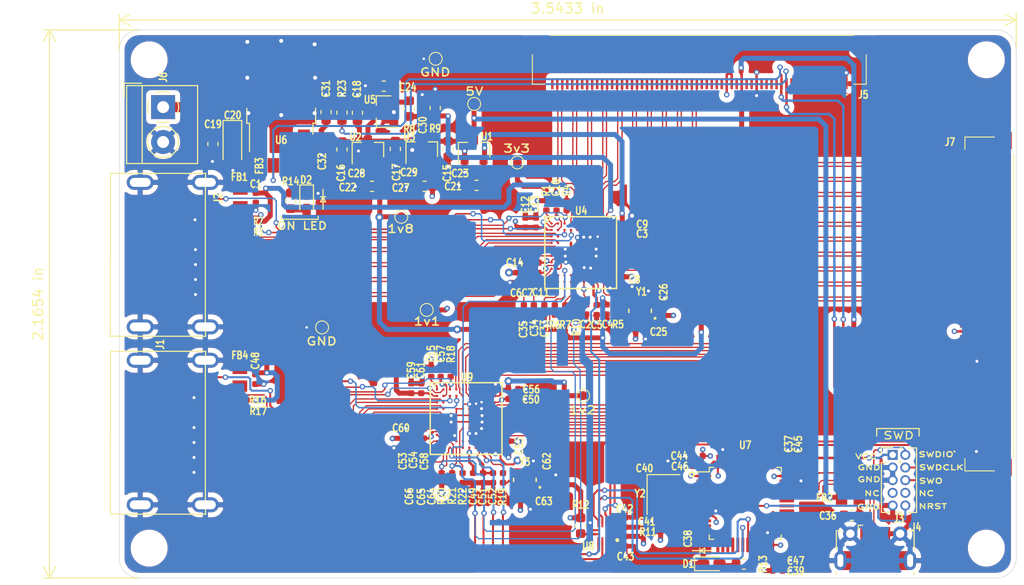
<source format=kicad_pcb>
(kicad_pcb (version 20171130) (host pcbnew "(5.1.4-0)")
  (layers (0 F.Cu signal) (1 In1.Cu signal) (2 In2.Cu signal) (31 B.Cu signal) (34 B.Paste user) (35 F.Paste user) (36 B.SilkS user) (37 F.SilkS user) (38 B.Mask user) (39 F.Mask user) (44 Edge.Cuts user))
  (net 0 "")
  (net 1 VSN)
  (net 2 /HDMI_5V)
  (net 3 +1V1)
  (net 4 +1V8)
  (net 5 +3V3)
  (net 6 +1V2)
  (net 7 +5V)
  (net 8 /power/24VIN)
  (net 9 "Net-(C24-Pad1)")
  (net 10 "Net-(C33-Pad1)")
  (net 11 "Net-(C34-Pad1)")
  (net 12 "Net-(C35-Pad1)")
  (net 13 VBUS)
  (net 14 /mcu_ctrl/OSCIN)
  (net 15 /mcu_ctrl/OSCOUT)
  (net 16 /hdmi_mipi_2/HDMI_5V)
  (net 17 "Net-(C64-Pad1)")
  (net 18 "Net-(C65-Pad1)")
  (net 19 "Net-(C66-Pad1)")
  (net 20 "Net-(D1-Pad2)")
  (net 21 "Net-(D2-Pad2)")
  (net 22 "Net-(FB1-Pad1)")
  (net 23 VSP)
  (net 24 "Net-(FB4-Pad1)")
  (net 25 /hdmi_mipi_2/HDMI_HPD)
  (net 26 /hdmi_mipi_2/DDC_SDA)
  (net 27 /hdmi_mipi_2/DDC_SCL)
  (net 28 /hdmi_mipi_2/CEC_OUT)
  (net 29 /CEC_OUT)
  (net 30 /DDC_SCL)
  (net 31 /DDC_SDA)
  (net 32 /HDMI_HPD)
  (net 33 /mcu_ctrl/SWDIO)
  (net 34 /mcu_ctrl/SWDCLK)
  (net 35 /mcu_ctrl/SWO)
  (net 36 /mcu_ctrl/NRST)
  (net 37 /mcu_ctrl/DIFF_P)
  (net 38 /mcu_ctrl/DIFF_N)
  (net 39 "Net-(R1-Pad1)")
  (net 40 /refclk)
  (net 41 "Net-(R5-Pad2)")
  (net 42 I2C_SDA)
  (net 43 I2C_SCL)
  (net 44 /test)
  (net 45 "Net-(R12-Pad1)")
  (net 46 /mcu_ctrl/LED)
  (net 47 "Net-(R15-Pad1)")
  (net 48 "Net-(R19-Pad2)")
  (net 49 /hdmi_mipi_2/refclk)
  (net 50 /hdmi_mipi_2/test)
  (net 51 CTRL_INT)
  (net 52 RESET_N)
  (net 53 /mcu_ctrl/INT)
  (net 54 /mcu_ctrl/RST)
  (net 55 /mcu_ctrl/SCL)
  (net 56 /mcu_ctrl/SDA)
  (net 57 /CDSI1_TX_D3_N)
  (net 58 /CDSI1_TX_D3_P)
  (net 59 /CDSI1_TX_D2_N)
  (net 60 /CDSI1_TX_D2_P)
  (net 61 /CDSI1_TX_DC_N)
  (net 62 /CDSI1_TX_DC_P)
  (net 63 /CDSI1_TX_D1_N)
  (net 64 /CDSI1_TX_D1_P)
  (net 65 /CDSI1_TX_D0_N)
  (net 66 /CDSI1_TX_D0_P)
  (net 67 /CDSI0_TX_D3_N)
  (net 68 /CDSI0_TX_D3_P)
  (net 69 /CDSI0_TX_D2_N)
  (net 70 /CDSI0_TX_D2_P)
  (net 71 /CDSI0_TX_DC_N)
  (net 72 /CDSI0_TX_DC_P)
  (net 73 /CDSI0_TX_D1_N)
  (net 74 /CDSI0_TX_D1_P)
  (net 75 /CDSI0_TX_D0_N)
  (net 76 /CDSI0_TX_D0_P)
  (net 77 /hdmi_mipi_2/CDSI1_TX_D3_N)
  (net 78 /hdmi_mipi_2/CDSI1_TX_D3_P)
  (net 79 /hdmi_mipi_2/CDSI1_TX_D2_N)
  (net 80 /hdmi_mipi_2/CDSI1_TX_D2_P)
  (net 81 /hdmi_mipi_2/CDSI1_TX_DC_N)
  (net 82 /hdmi_mipi_2/CDSI1_TX_DC_P)
  (net 83 /hdmi_mipi_2/CDSI1_TX_D1_N)
  (net 84 /hdmi_mipi_2/CDSI1_TX_D1_P)
  (net 85 /hdmi_mipi_2/CDSI1_TX_D0_N)
  (net 86 /hdmi_mipi_2/CDSI1_TX_D0_P)
  (net 87 /hdmi_mipi_2/CDSI0_TX_D3_N)
  (net 88 /hdmi_mipi_2/CDSI0_TX_D3_P)
  (net 89 /hdmi_mipi_2/CDSI0_TX_D2_N)
  (net 90 /hdmi_mipi_2/CDSI0_TX_D2_P)
  (net 91 /hdmi_mipi_2/CDSI0_TX_DC_N)
  (net 92 /hdmi_mipi_2/CDSI0_TX_DC_P)
  (net 93 /hdmi_mipi_2/CDSI0_TX_D1_N)
  (net 94 /hdmi_mipi_2/CDSI0_TX_D1_P)
  (net 95 /hdmi_mipi_2/CDSI0_TX_D0_N)
  (net 96 /hdmi_mipi_2/CDSI0_TX_D0_P)
  (net 97 GND)
  (net 98 /HDMIC_P)
  (net 99 /HDMIC_N)
  (net 100 /HDMID0_P)
  (net 101 /HDMID0_N)
  (net 102 /HDMID1_P)
  (net 103 /HDMID1_N)
  (net 104 /HDMID2_P)
  (net 105 /HDMID2_N)
  (net 106 /hdmi_mipi_2/HDMID2_N)
  (net 107 /hdmi_mipi_2/HDMID2_P)
  (net 108 /hdmi_mipi_2/HDMID1_N)
  (net 109 /hdmi_mipi_2/HDMID1_P)
  (net 110 /hdmi_mipi_2/HDMID0_N)
  (net 111 /hdmi_mipi_2/HDMID0_P)
  (net 112 /hdmi_mipi_2/HDMIC_N)
  (net 113 /hdmi_mipi_2/HDMIC_P)
  (module HDMI:HDMI-019S (layer F.Cu) (at 109.9 72.55 270)
    (fp_text reference J2 (at -5.65 -0.5 90) (layer F.SilkS) (effects (font (size 0.75 0.6))))
    (fp_text value HDMI-019S)
    (pad SH thru_hole oval (at -7.25 7.3 270) (size 1.5 2.7) (drill oval 0.9 2.1) (layers *.Cu *.Mask) (net 97 GND))
    (pad SH thru_hole oval (at -7.25 0.76 270) (size 1.5 2.7) (drill oval 0.9 2.1) (layers *.Cu *.Mask) (net 97 GND))
    (pad SH thru_hole oval (at 7.25 0.76 270) (size 1.5 2.7) (drill oval 0.9 2.1) (layers *.Cu *.Mask) (net 97 GND))
    (pad SH thru_hole oval (at 7.25 7.3 270) (size 1.5 2.7) (drill oval 0.9 2.1) (layers *.Cu *.Mask) (net 97 GND))
    (pad 19 smd rect (at -4.5 0 270) (size 0.28 2.6) (layers F.Cu F.Paste F.Mask) (net 32 /HDMI_HPD))
    (pad 18 smd rect (at -4 0 270) (size 0.28 2.6) (layers F.Cu F.Paste F.Mask) (net 22 "Net-(FB1-Pad1)"))
    (pad 17 smd rect (at -3.5 0 270) (size 0.28 2.6) (layers F.Cu F.Paste F.Mask) (net 97 GND))
    (pad 16 smd rect (at -3 0 270) (size 0.28 2.6) (layers F.Cu F.Paste F.Mask) (net 31 /DDC_SDA))
    (pad 15 smd rect (at -2.5 0 270) (size 0.28 2.6) (layers F.Cu F.Paste F.Mask) (net 30 /DDC_SCL))
    (pad 14 smd rect (at -2 0 270) (size 0.28 2.6) (layers F.Cu F.Paste F.Mask))
    (pad 13 smd rect (at -1.5 0 270) (size 0.28 2.6) (layers F.Cu F.Paste F.Mask) (net 29 /CEC_OUT))
    (pad 12 smd rect (at -1 0 270) (size 0.28 2.6) (layers F.Cu F.Paste F.Mask) (net 99 /HDMIC_N))
    (pad 11 smd rect (at -0.5 0 270) (size 0.28 2.6) (layers F.Cu F.Paste F.Mask) (net 97 GND))
    (pad 10 smd rect (at 0 0 270) (size 0.28 2.6) (layers F.Cu F.Paste F.Mask) (net 98 /HDMIC_P))
    (pad 9 smd rect (at 0.5 0 270) (size 0.28 2.6) (layers F.Cu F.Paste F.Mask) (net 101 /HDMID0_N))
    (pad 8 smd rect (at 1 0 270) (size 0.28 2.6) (layers F.Cu F.Paste F.Mask) (net 97 GND))
    (pad 7 smd rect (at 1.5 0 270) (size 0.28 2.6) (layers F.Cu F.Paste F.Mask) (net 100 /HDMID0_P))
    (pad 6 smd rect (at 2 0 270) (size 0.28 2.6) (layers F.Cu F.Paste F.Mask) (net 103 /HDMID1_N))
    (pad 5 smd rect (at 2.5 0 270) (size 0.28 2.6) (layers F.Cu F.Paste F.Mask) (net 97 GND))
    (pad 4 smd rect (at 3 0 270) (size 0.28 2.6) (layers F.Cu F.Paste F.Mask) (net 102 /HDMID1_P))
    (pad 3 smd rect (at 3.5 0 270) (size 0.28 2.6) (layers F.Cu F.Paste F.Mask) (net 105 /HDMID2_N))
    (pad 2 smd rect (at 4 0 270) (size 0.28 2.6) (layers F.Cu F.Paste F.Mask) (net 97 GND))
    (pad 1 smd rect (at 4.5 0 270) (size 0.28 2.6) (layers F.Cu F.Paste F.Mask) (net 104 /HDMID2_P))
  )
  (module HDMI:HDMI-019S (layer F.Cu) (at 109.9 90.4 270)
    (fp_text reference J1 (at -8.85 5.3 90) (layer F.SilkS) (effects (font (size 0.75 0.6))))
    (fp_text value HDMI-019S)
    (pad SH thru_hole oval (at -7.25 7.3 270) (size 1.5 2.7) (drill oval 0.9 2.1) (layers *.Cu *.Mask) (net 97 GND))
    (pad SH thru_hole oval (at -7.25 0.76 270) (size 1.5 2.7) (drill oval 0.9 2.1) (layers *.Cu *.Mask) (net 97 GND))
    (pad SH thru_hole oval (at 7.25 0.76 270) (size 1.5 2.7) (drill oval 0.9 2.1) (layers *.Cu *.Mask) (net 97 GND))
    (pad SH thru_hole oval (at 7.25 7.3 270) (size 1.5 2.7) (drill oval 0.9 2.1) (layers *.Cu *.Mask) (net 97 GND))
    (pad 19 smd rect (at -4.5 0 270) (size 0.28 2.6) (layers F.Cu F.Paste F.Mask) (net 25 /hdmi_mipi_2/HDMI_HPD))
    (pad 18 smd rect (at -4 0 270) (size 0.28 2.6) (layers F.Cu F.Paste F.Mask) (net 24 "Net-(FB4-Pad1)"))
    (pad 17 smd rect (at -3.5 0 270) (size 0.28 2.6) (layers F.Cu F.Paste F.Mask) (net 97 GND))
    (pad 16 smd rect (at -3 0 270) (size 0.28 2.6) (layers F.Cu F.Paste F.Mask) (net 26 /hdmi_mipi_2/DDC_SDA))
    (pad 15 smd rect (at -2.5 0 270) (size 0.28 2.6) (layers F.Cu F.Paste F.Mask) (net 27 /hdmi_mipi_2/DDC_SCL))
    (pad 14 smd rect (at -2 0 270) (size 0.28 2.6) (layers F.Cu F.Paste F.Mask))
    (pad 13 smd rect (at -1.5 0 270) (size 0.28 2.6) (layers F.Cu F.Paste F.Mask) (net 28 /hdmi_mipi_2/CEC_OUT))
    (pad 12 smd rect (at -1 0 270) (size 0.28 2.6) (layers F.Cu F.Paste F.Mask) (net 112 /hdmi_mipi_2/HDMIC_N))
    (pad 11 smd rect (at -0.5 0 270) (size 0.28 2.6) (layers F.Cu F.Paste F.Mask) (net 97 GND))
    (pad 10 smd rect (at 0 0 270) (size 0.28 2.6) (layers F.Cu F.Paste F.Mask) (net 113 /hdmi_mipi_2/HDMIC_P))
    (pad 9 smd rect (at 0.5 0 270) (size 0.28 2.6) (layers F.Cu F.Paste F.Mask) (net 110 /hdmi_mipi_2/HDMID0_N))
    (pad 8 smd rect (at 1 0 270) (size 0.28 2.6) (layers F.Cu F.Paste F.Mask) (net 97 GND))
    (pad 7 smd rect (at 1.5 0 270) (size 0.28 2.6) (layers F.Cu F.Paste F.Mask) (net 111 /hdmi_mipi_2/HDMID0_P))
    (pad 6 smd rect (at 2 0 270) (size 0.28 2.6) (layers F.Cu F.Paste F.Mask) (net 108 /hdmi_mipi_2/HDMID1_N))
    (pad 5 smd rect (at 2.5 0 270) (size 0.28 2.6) (layers F.Cu F.Paste F.Mask) (net 97 GND))
    (pad 4 smd rect (at 3 0 270) (size 0.28 2.6) (layers F.Cu F.Paste F.Mask) (net 109 /hdmi_mipi_2/HDMID1_P))
    (pad 3 smd rect (at 3.5 0 270) (size 0.28 2.6) (layers F.Cu F.Paste F.Mask) (net 106 /hdmi_mipi_2/HDMID2_N))
    (pad 2 smd rect (at 4 0 270) (size 0.28 2.6) (layers F.Cu F.Paste F.Mask) (net 97 GND))
    (pad 1 smd rect (at 4.5 0 270) (size 0.28 2.6) (layers F.Cu F.Paste F.Mask) (net 107 /hdmi_mipi_2/HDMID2_P))
  )
  (module Capacitor_SMD:C_0402_1005Metric (layer F.Cu) (at 114.2 66.85 270)
    (fp_text reference C1 (at -1.385 0) (layer F.SilkS) (effects (font (size 0.75 0.6))))
    (fp_text value 10n)
    (pad 2 smd roundrect (at 0.485 0 270) (size 0.59 0.64) (layers F.Cu F.Paste F.Mask) (net 97 GND))
    (pad 1 smd roundrect (at -0.485 0 270) (size 0.59 0.64) (layers F.Cu F.Paste F.Mask) (net 2 /HDMI_5V))
  )
  (module Capacitor_SMD:C_0402_1005Metric (layer F.Cu) (at 147.35 78.05 270)
    (fp_text reference C2 (at 1.5 0.05 180) (layer F.SilkS) (effects (font (size 0.75 0.6))))
    (fp_text value 0.1u)
    (pad 2 smd roundrect (at 0.485 0 270) (size 0.59 0.64) (layers F.Cu F.Paste F.Mask) (net 97 GND))
    (pad 1 smd roundrect (at -0.485 0 270) (size 0.59 0.64) (layers F.Cu F.Paste F.Mask) (net 3 +1V1))
  )
  (module Capacitor_SMD:C_0402_1005Metric (layer F.Cu) (at 151.445 70.5)
    (fp_text reference C3 (at 1.515 -0.04) (layer F.SilkS) (effects (font (size 0.75 0.6))))
    (fp_text value 10n)
    (pad 1 smd roundrect (at -0.485 0) (size 0.59 0.64) (layers F.Cu F.Paste F.Mask) (net 3 +1V1))
    (pad 2 smd roundrect (at 0.485 0) (size 0.59 0.64) (layers F.Cu F.Paste F.Mask) (net 97 GND))
  )
  (module Capacitor_SMD:C_0402_1005Metric (layer F.Cu) (at 149.4 78.05 270)
    (fp_text reference C4 (at 1.5 -0.1 180) (layer F.SilkS) (effects (font (size 0.75 0.6))))
    (fp_text value 0.1u)
    (pad 2 smd roundrect (at 0.485 0 270) (size 0.59 0.64) (layers F.Cu F.Paste F.Mask) (net 97 GND))
    (pad 1 smd roundrect (at -0.485 0 270) (size 0.59 0.64) (layers F.Cu F.Paste F.Mask) (net 4 +1V8))
  )
  (module Capacitor_SMD:C_0402_1005Metric (layer F.Cu) (at 148.4 78.1 270)
    (fp_text reference C5 (at 1.5 0 180) (layer F.SilkS) (effects (font (size 0.75 0.6))))
    (fp_text value 10n)
    (pad 1 smd roundrect (at -0.485 0 270) (size 0.59 0.64) (layers F.Cu F.Paste F.Mask) (net 4 +1V8))
    (pad 2 smd roundrect (at 0.485 0 270) (size 0.59 0.64) (layers F.Cu F.Paste F.Mask) (net 97 GND))
  )
  (module Capacitor_SMD:C_0402_1005Metric (layer F.Cu) (at 140.45 74.85 270)
    (fp_text reference C6 (at 1.55 0.15 180) (layer F.SilkS) (effects (font (size 0.75 0.6))))
    (fp_text value 0.1u)
    (pad 2 smd roundrect (at 0.485 0 270) (size 0.59 0.64) (layers F.Cu F.Paste F.Mask) (net 97 GND))
    (pad 1 smd roundrect (at -0.485 0 270) (size 0.59 0.64) (layers F.Cu F.Paste F.Mask) (net 5 +3V3))
  )
  (module Capacitor_SMD:C_0402_1005Metric (layer F.Cu) (at 141.5 74.85 270)
    (fp_text reference C7 (at 1.55 0.05 180) (layer F.SilkS) (effects (font (size 0.75 0.6))))
    (fp_text value 10n)
    (pad 1 smd roundrect (at -0.485 0 270) (size 0.59 0.64) (layers F.Cu F.Paste F.Mask) (net 5 +3V3))
    (pad 2 smd roundrect (at 0.485 0 270) (size 0.59 0.64) (layers F.Cu F.Paste F.Mask) (net 97 GND))
  )
  (module Capacitor_SMD:C_0402_1005Metric (layer F.Cu) (at 151.03 75.26 270)
    (fp_text reference C8 (at -0.21 -1.17) (layer F.SilkS) (effects (font (size 0.75 0.6))))
    (fp_text value 0.1u)
    (pad 2 smd roundrect (at 0.485 0 270) (size 0.59 0.64) (layers F.Cu F.Paste F.Mask) (net 97 GND))
    (pad 1 smd roundrect (at -0.485 0 270) (size 0.59 0.64) (layers F.Cu F.Paste F.Mask) (net 6 +1V2))
  )
  (module Capacitor_SMD:C_0402_1005Metric (layer F.Cu) (at 151.455 69.5)
    (fp_text reference C9 (at 1.515 0.01) (layer F.SilkS) (effects (font (size 0.75 0.6))))
    (fp_text value 10n)
    (pad 1 smd roundrect (at -0.485 0) (size 0.59 0.64) (layers F.Cu F.Paste F.Mask) (net 6 +1V2))
    (pad 2 smd roundrect (at 0.485 0) (size 0.59 0.64) (layers F.Cu F.Paste F.Mask) (net 97 GND))
  )
  (module Capacitor_SMD:C_0402_1005Metric (layer F.Cu) (at 144.37 67.63 90)
    (fp_text reference C10 (at 1.8 -0.05 90) (layer F.SilkS) (effects (font (size 0.75 0.6))))
    (fp_text value 0.1u)
    (pad 1 smd roundrect (at -0.485 0 90) (size 0.59 0.64) (layers F.Cu F.Paste F.Mask) (net 3 +1V1))
    (pad 2 smd roundrect (at 0.485 0 90) (size 0.59 0.64) (layers F.Cu F.Paste F.Mask) (net 97 GND))
  )
  (module Capacitor_SMD:C_0402_1005Metric (layer F.Cu) (at 142.55 74.85 270)
    (fp_text reference C11 (at 1.5 -0.25 180) (layer F.SilkS) (effects (font (size 0.75 0.6))))
    (fp_text value 10n)
    (pad 2 smd roundrect (at 0.485 0 270) (size 0.59 0.64) (layers F.Cu F.Paste F.Mask) (net 97 GND))
    (pad 1 smd roundrect (at -0.485 0 270) (size 0.59 0.64) (layers F.Cu F.Paste F.Mask) (net 3 +1V1))
  )
  (module Capacitor_SMD:C_0402_1005Metric (layer F.Cu) (at 141.25 69.34 90)
    (fp_text reference C12 (at 1.8 0 90) (layer F.SilkS) (effects (font (size 0.75 0.6))))
    (fp_text value 0.1u)
    (pad 1 smd roundrect (at -0.485 0 90) (size 0.59 0.64) (layers F.Cu F.Paste F.Mask) (net 5 +3V3))
    (pad 2 smd roundrect (at 0.485 0 90) (size 0.59 0.64) (layers F.Cu F.Paste F.Mask) (net 97 GND))
  )
  (module Capacitor_SMD:C_0402_1005Metric (layer F.Cu) (at 142.3 69.34 90)
    (fp_text reference C13 (at 1.85 -0.1 90) (layer F.SilkS) (effects (font (size 0.75 0.6))))
    (fp_text value 10n)
    (pad 2 smd roundrect (at 0.485 0 90) (size 0.59 0.64) (layers F.Cu F.Paste F.Mask) (net 97 GND))
    (pad 1 smd roundrect (at -0.485 0 90) (size 0.59 0.64) (layers F.Cu F.Paste F.Mask) (net 5 +3V3))
  )
  (module Capacitor_SMD:C_0402_1005Metric (layer F.Cu) (at 142.1 73.35 180)
    (fp_text reference C14 (at 1.915 0) (layer F.SilkS) (effects (font (size 0.75 0.6))))
    (fp_text value 10n)
    (pad 2 smd roundrect (at 0.485 0 180) (size 0.59 0.64) (layers F.Cu F.Paste F.Mask) (net 97 GND))
    (pad 1 smd roundrect (at -0.485 0 180) (size 0.59 0.64) (layers F.Cu F.Paste F.Mask) (net 5 +3V3))
  )
  (module Capacitor_SMD:C_0603_1608Metric (layer F.Cu) (at 133.5 61.9625 270)
    (fp_text reference C15 (at 2.4 0.1 90) (layer F.SilkS) (effects (font (size 0.75 0.6))))
    (fp_text value 10u)
    (pad 1 smd roundrect (at -0.7875 0 270) (size 0.875 0.95) (layers F.Cu F.Paste F.Mask) (net 7 +5V))
    (pad 2 smd roundrect (at 0.7875 0 270) (size 0.875 0.95) (layers F.Cu F.Paste F.Mask) (net 97 GND))
  )
  (module Capacitor_SMD:C_0603_1608Metric (layer F.Cu) (at 122.85 62 270)
    (fp_text reference C16 (at 2.35 0.1 270) (layer F.SilkS) (effects (font (size 0.75 0.6))))
    (fp_text value 10u)
    (pad 2 smd roundrect (at 0.7875 0 270) (size 0.875 0.95) (layers F.Cu F.Paste F.Mask) (net 97 GND))
    (pad 1 smd roundrect (at -0.7875 0 270) (size 0.875 0.95) (layers F.Cu F.Paste F.Mask) (net 7 +5V))
  )
  (module Capacitor_SMD:C_0603_1608Metric (layer F.Cu) (at 128.2 61.95 270)
    (fp_text reference C17 (at 2.3375 -0.1 270) (layer F.SilkS) (effects (font (size 0.75 0.6))))
    (fp_text value 10u)
    (pad 2 smd roundrect (at 0.7875 0 270) (size 0.875 0.95) (layers F.Cu F.Paste F.Mask) (net 97 GND))
    (pad 1 smd roundrect (at -0.7875 0 270) (size 0.875 0.95) (layers F.Cu F.Paste F.Mask) (net 7 +5V))
  )
  (module Capacitor_SMD:C_0603_1608Metric (layer F.Cu) (at 124.4 58.3125 90)
    (fp_text reference C18 (at 2.3625 -0.05 270) (layer F.SilkS) (effects (font (size 0.75 0.6))))
    (fp_text value 10u)
    (pad 1 smd roundrect (at -0.7875 0 90) (size 0.875 0.95) (layers F.Cu F.Paste F.Mask) (net 7 +5V))
    (pad 2 smd roundrect (at 0.7875 0 90) (size 0.875 0.95) (layers F.Cu F.Paste F.Mask) (net 97 GND))
  )
  (module Capacitor_SMD:C_0603_1608Metric (layer F.Cu) (at 109.9 61.45 270)
    (fp_text reference C19 (at -1.9875 0 180) (layer F.SilkS) (effects (font (size 0.75 0.6))))
    (fp_text value 0.1u)
    (pad 1 smd roundrect (at -0.7875 0 270) (size 0.875 0.95) (layers F.Cu F.Paste F.Mask) (net 8 /power/24VIN))
    (pad 2 smd roundrect (at 0.7875 0 270) (size 0.875 0.95) (layers F.Cu F.Paste F.Mask) (net 97 GND))
  )
  (module Capacitor_SMD:C_0603_1608Metric (layer F.Cu) (at 125.85 65.7 180)
    (fp_text reference C22 (at 2.4375 -0.1) (layer F.SilkS) (effects (font (size 0.75 0.6))))
    (fp_text value 10u)
    (pad 1 smd roundrect (at -0.7875 0 180) (size 0.875 0.95) (layers F.Cu F.Paste F.Mask) (net 4 +1V8))
    (pad 2 smd roundrect (at 0.7875 0 180) (size 0.875 0.95) (layers F.Cu F.Paste F.Mask) (net 97 GND))
  )
  (module Capacitor_SMD:C_0603_1608Metric (layer F.Cu) (at 127.05 55.65 180)
    (fp_text reference C24 (at -2.4 -0.1) (layer F.SilkS) (effects (font (size 0.75 0.6))))
    (fp_text value 10u)
    (pad 1 smd roundrect (at -0.7875 0 180) (size 0.875 0.95) (layers F.Cu F.Paste F.Mask) (net 9 "Net-(C24-Pad1)"))
    (pad 2 smd roundrect (at 0.7875 0 180) (size 0.875 0.95) (layers F.Cu F.Paste F.Mask) (net 97 GND))
  )
  (module Capacitor_SMD:C_0603_1608Metric (layer F.Cu) (at 121.25 58.25 90)
    (fp_text reference C31 (at 2.35 0 90) (layer F.SilkS) (effects (font (size 0.75 0.6))))
    (fp_text value 0.1u)
    (pad 1 smd roundrect (at -0.7875 0 90) (size 0.875 0.95) (layers F.Cu F.Paste F.Mask) (net 7 +5V))
    (pad 2 smd roundrect (at 0.7875 0 90) (size 0.875 0.95) (layers F.Cu F.Paste F.Mask) (net 97 GND))
  )
  (module Capacitor_SMD:C_0402_1005Metric (layer F.Cu) (at 120.8 61.3 270)
    (fp_text reference C32 (at 1.9 -0.05 90) (layer F.SilkS) (effects (font (size 0.75 0.6))))
    (fp_text value 10n)
    (pad 2 smd roundrect (at 0.485 0 270) (size 0.59 0.64) (layers F.Cu F.Paste F.Mask) (net 97 GND))
    (pad 1 smd roundrect (at -0.485 0 270) (size 0.59 0.64) (layers F.Cu F.Paste F.Mask) (net 7 +5V))
  )
  (module Capacitor_SMD:C_0402_1005Metric (layer F.Cu) (at 143.15 78.1 270)
    (fp_text reference C33 (at 1.865 0 90) (layer F.SilkS) (effects (font (size 0.75 0.6))))
    (fp_text value 0.1u)
    (pad 1 smd roundrect (at -0.485 0 270) (size 0.59 0.64) (layers F.Cu F.Paste F.Mask) (net 10 "Net-(C33-Pad1)"))
    (pad 2 smd roundrect (at 0.485 0 270) (size 0.59 0.64) (layers F.Cu F.Paste F.Mask) (net 97 GND))
  )
  (module Capacitor_SMD:C_0402_1005Metric (layer F.Cu) (at 142.1 78.1 270)
    (fp_text reference C34 (at 1.8 -0.05 90) (layer F.SilkS) (effects (font (size 0.75 0.6))))
    (fp_text value 0.1u)
    (pad 1 smd roundrect (at -0.485 0 270) (size 0.59 0.64) (layers F.Cu F.Paste F.Mask) (net 11 "Net-(C34-Pad1)"))
    (pad 2 smd roundrect (at 0.485 0 270) (size 0.59 0.64) (layers F.Cu F.Paste F.Mask) (net 97 GND))
  )
  (module Capacitor_SMD:C_0402_1005Metric (layer F.Cu) (at 141.1 78.1 270)
    (fp_text reference C35 (at 1.95 0.05 90) (layer F.SilkS) (effects (font (size 0.75 0.6))))
    (fp_text value 0.1u)
    (pad 2 smd roundrect (at 0.485 0 270) (size 0.59 0.64) (layers F.Cu F.Paste F.Mask) (net 97 GND))
    (pad 1 smd roundrect (at -0.485 0 270) (size 0.59 0.64) (layers F.Cu F.Paste F.Mask) (net 12 "Net-(C35-Pad1)"))
  )
  (module Capacitor_SMD:C_0603_1608Metric (layer F.Cu) (at 174 98.7 180)
    (fp_text reference C36 (at 2.4 -0.05) (layer F.SilkS) (effects (font (size 0.75 0.6))))
    (fp_text value 10u)
    (pad 2 smd roundrect (at 0.7875 0 180) (size 0.875 0.95) (layers F.Cu F.Paste F.Mask) (net 97 GND))
    (pad 1 smd roundrect (at -0.7875 0 180) (size 0.875 0.95) (layers F.Cu F.Paste F.Mask) (net 13 VBUS))
  )
  (module Capacitor_SMD:C_0402_1005Metric (layer F.Cu) (at 155.1 93.99)
    (fp_text reference C40 (at -1.9 0) (layer F.SilkS) (effects (font (size 0.75 0.6))))
    (fp_text value 18p)
    (pad 1 smd roundrect (at -0.485 0) (size 0.59 0.64) (layers F.Cu F.Paste F.Mask) (net 14 /mcu_ctrl/OSCIN))
    (pad 2 smd roundrect (at 0.485 0) (size 0.59 0.64) (layers F.Cu F.Paste F.Mask) (net 97 GND))
  )
  (module Capacitor_SMD:C_0402_1005Metric (layer F.Cu) (at 155.28 99.29 180)
    (fp_text reference C41 (at 1.85 -0.05) (layer F.SilkS) (effects (font (size 0.75 0.6))))
    (fp_text value 18p)
    (pad 1 smd roundrect (at -0.485 0 180) (size 0.59 0.64) (layers F.Cu F.Paste F.Mask) (net 15 /mcu_ctrl/OSCOUT))
    (pad 2 smd roundrect (at 0.485 0 180) (size 0.59 0.64) (layers F.Cu F.Paste F.Mask) (net 97 GND))
  )
  (module LED_SMD:LED_0603_1608Metric_Castellated (layer F.Cu) (at 159.9075 103.57)
    (fp_text reference D1 (at -2.3 0) (layer F.SilkS) (effects (font (size 0.75 0.6))))
    (fp_text value LED_Small)
    (pad 1 smd roundrect (at -0.8125 0) (size 1.225 0.85) (layers F.Cu F.Paste F.Mask) (net 97 GND))
    (pad 2 smd roundrect (at 0.8125 0) (size 1.225 0.85) (layers F.Cu F.Paste F.Mask) (net 20 "Net-(D1-Pad2)"))
  )
  (module LED_SMD:LED_0603_1608Metric_Castellated (layer F.Cu) (at 119.3 67.25 270)
    (fp_text reference D2 (at -2.2 0.05 180) (layer F.SilkS) (effects (font (size 0.75 0.6))))
    (fp_text value LED_Small)
    (pad 2 smd roundrect (at 0.8125 0 270) (size 1.225 0.85) (layers F.Cu F.Paste F.Mask) (net 21 "Net-(D2-Pad2)"))
    (pad 1 smd roundrect (at -0.8125 0 270) (size 1.225 0.85) (layers F.Cu F.Paste F.Mask) (net 97 GND))
  )
  (module "Barrel - Audio Connectors:BEADC2012X105N" (layer F.Cu) (at 112.65 66.86 90)
    (fp_text reference FB1 (at 2.1 -0.1 180) (layer F.SilkS) (effects (font (size 0.75 0.6))))
    (fp_text value Ferrite_Bead_Small)
    (pad 2 smd rect (at 0.89 0 90) (size 1.14 1.47) (layers F.Cu F.Paste F.Mask) (net 2 /HDMI_5V))
    (pad 1 smd rect (at -0.89 0 90) (size 1.14 1.47) (layers F.Cu F.Paste F.Mask) (net 22 "Net-(FB1-Pad1)"))
  )
  (module "Barrel - Audio Connectors:BEADC2012X105N" (layer F.Cu) (at 173.86 96.9)
    (fp_text reference FB2 (at -2.6 0.05) (layer F.SilkS) (effects (font (size 0.75 0.6))))
    (fp_text value BLM21PG220SN1)
    (pad 1 smd rect (at -0.89 0) (size 1.14 1.47) (layers F.Cu F.Paste F.Mask) (net 7 +5V))
    (pad 2 smd rect (at 0.89 0) (size 1.14 1.47) (layers F.Cu F.Paste F.Mask) (net 13 VBUS))
  )
  (module "Barrel - Audio Connectors:BEADC2012X105N" (layer F.Cu) (at 116.85 63.6)
    (fp_text reference FB3 (at -2.3 0.05 270) (layer F.SilkS) (effects (font (size 0.75 0.6))))
    (fp_text value BLM21PG220SN1)
    (pad 2 smd rect (at 0.89 0) (size 1.14 1.47) (layers F.Cu F.Paste F.Mask) (net 7 +5V))
    (pad 1 smd rect (at -0.89 0) (size 1.14 1.47) (layers F.Cu F.Paste F.Mask) (net 23 VSP))
  )
  (module Connector_PinHeader_1.27mm:PinHeader_2x05_P1.27mm_Vertical (layer F.Cu) (at 178.1 92.64)
    (fp_text reference J3 (at 0.635 6.41) (layer F.SilkS) (effects (font (size 0.75 0.6))))
    (fp_text value Conn_02x05_Odd_Even)
    (pad 1 thru_hole rect (at 0 0) (size 1 1) (drill 0.65) (layers *.Cu *.Mask) (net 5 +3V3))
    (pad 2 thru_hole oval (at 1.27 0) (size 1 1) (drill 0.65) (layers *.Cu *.Mask) (net 33 /mcu_ctrl/SWDIO))
    (pad 3 thru_hole oval (at 0 1.27) (size 1 1) (drill 0.65) (layers *.Cu *.Mask) (net 97 GND))
    (pad 4 thru_hole oval (at 1.27 1.27) (size 1 1) (drill 0.65) (layers *.Cu *.Mask) (net 34 /mcu_ctrl/SWDCLK))
    (pad 5 thru_hole oval (at 0 2.54) (size 1 1) (drill 0.65) (layers *.Cu *.Mask) (net 97 GND))
    (pad 6 thru_hole oval (at 1.27 2.54) (size 1 1) (drill 0.65) (layers *.Cu *.Mask) (net 35 /mcu_ctrl/SWO))
    (pad 7 thru_hole oval (at 0 3.81) (size 1 1) (drill 0.65) (layers *.Cu *.Mask))
    (pad 8 thru_hole oval (at 1.27 3.81) (size 1 1) (drill 0.65) (layers *.Cu *.Mask))
    (pad 9 thru_hole oval (at 0 5.08) (size 1 1) (drill 0.65) (layers *.Cu *.Mask) (net 97 GND))
    (pad 10 thru_hole oval (at 1.27 5.08) (size 1 1) (drill 0.65) (layers *.Cu *.Mask) (net 36 /mcu_ctrl/NRST))
  )
  (module 60_PIN_FPC:XF2M60151AH (layer F.Cu) (at 158.7 53 180)
    (fp_text reference J5 (at -16.45 -3.5) (layer F.SilkS) (effects (font (size 0.75 0.6))))
    (fp_text value XF2M60151AH hide)
    (pad MP2 smd rect (at 16.4 1.5 270) (size 1.5 1.7) (layers F.Cu F.Paste F.Mask))
    (pad MP1 smd rect (at -16.4 1.5 270) (size 1.5 1.7) (layers F.Cu F.Paste F.Mask))
    (pad 60 smd rect (at 14.75 -2.4 180) (size 0.25 1.1) (layers F.Cu F.Paste F.Mask))
    (pad 59 smd rect (at 14.25 -2.4 180) (size 0.25 1.1) (layers F.Cu F.Paste F.Mask) (net 57 /CDSI1_TX_D3_N))
    (pad 58 smd rect (at 13.75 -2.4 180) (size 0.25 1.1) (layers F.Cu F.Paste F.Mask) (net 58 /CDSI1_TX_D3_P))
    (pad 57 smd rect (at 13.25 -2.4 180) (size 0.25 1.1) (layers F.Cu F.Paste F.Mask))
    (pad 56 smd rect (at 12.75 -2.4 180) (size 0.25 1.1) (layers F.Cu F.Paste F.Mask) (net 59 /CDSI1_TX_D2_N))
    (pad 55 smd rect (at 12.25 -2.4 180) (size 0.25 1.1) (layers F.Cu F.Paste F.Mask) (net 60 /CDSI1_TX_D2_P))
    (pad 54 smd rect (at 11.75 -2.4 180) (size 0.25 1.1) (layers F.Cu F.Paste F.Mask))
    (pad 53 smd rect (at 11.25 -2.4 180) (size 0.25 1.1) (layers F.Cu F.Paste F.Mask) (net 61 /CDSI1_TX_DC_N))
    (pad 52 smd rect (at 10.75 -2.4 180) (size 0.25 1.1) (layers F.Cu F.Paste F.Mask) (net 62 /CDSI1_TX_DC_P))
    (pad 51 smd rect (at 10.25 -2.4 180) (size 0.25 1.1) (layers F.Cu F.Paste F.Mask))
    (pad 50 smd rect (at 9.75 -2.4 180) (size 0.25 1.1) (layers F.Cu F.Paste F.Mask) (net 63 /CDSI1_TX_D1_N))
    (pad 49 smd rect (at 9.25 -2.4 180) (size 0.25 1.1) (layers F.Cu F.Paste F.Mask) (net 64 /CDSI1_TX_D1_P))
    (pad 48 smd rect (at 8.75 -2.4 180) (size 0.25 1.1) (layers F.Cu F.Paste F.Mask))
    (pad 47 smd rect (at 8.25 -2.4 180) (size 0.25 1.1) (layers F.Cu F.Paste F.Mask) (net 65 /CDSI1_TX_D0_N))
    (pad 46 smd rect (at 7.75 -2.4 180) (size 0.25 1.1) (layers F.Cu F.Paste F.Mask) (net 66 /CDSI1_TX_D0_P))
    (pad 45 smd rect (at 7.25 -2.4 180) (size 0.25 1.1) (layers F.Cu F.Paste F.Mask))
    (pad 44 smd rect (at 6.75 -2.4 180) (size 0.25 1.1) (layers F.Cu F.Paste F.Mask) (net 67 /CDSI0_TX_D3_N))
    (pad 43 smd rect (at 6.25 -2.4 180) (size 0.25 1.1) (layers F.Cu F.Paste F.Mask) (net 68 /CDSI0_TX_D3_P))
    (pad 42 smd rect (at 5.75 -2.4 180) (size 0.25 1.1) (layers F.Cu F.Paste F.Mask))
    (pad 41 smd rect (at 5.25 -2.4 180) (size 0.25 1.1) (layers F.Cu F.Paste F.Mask) (net 69 /CDSI0_TX_D2_N))
    (pad 40 smd rect (at 4.75 -2.4 180) (size 0.25 1.1) (layers F.Cu F.Paste F.Mask) (net 70 /CDSI0_TX_D2_P))
    (pad 39 smd rect (at 4.25 -2.4 180) (size 0.25 1.1) (layers F.Cu F.Paste F.Mask))
    (pad 38 smd rect (at 3.75 -2.4 180) (size 0.25 1.1) (layers F.Cu F.Paste F.Mask) (net 71 /CDSI0_TX_DC_N))
    (pad 37 smd rect (at 3.25 -2.4 180) (size 0.25 1.1) (layers F.Cu F.Paste F.Mask) (net 72 /CDSI0_TX_DC_P))
    (pad 36 smd rect (at 2.75 -2.4 180) (size 0.25 1.1) (layers F.Cu F.Paste F.Mask))
    (pad 35 smd rect (at 2.25 -2.4 180) (size 0.25 1.1) (layers F.Cu F.Paste F.Mask) (net 73 /CDSI0_TX_D1_N))
    (pad 34 smd rect (at 1.75 -2.4 180) (size 0.25 1.1) (layers F.Cu F.Paste F.Mask) (net 74 /CDSI0_TX_D1_P))
    (pad 33 smd rect (at 1.25 -2.4 180) (size 0.25 1.1) (layers F.Cu F.Paste F.Mask))
    (pad 32 smd rect (at 0.75 -2.4 180) (size 0.25 1.1) (layers F.Cu F.Paste F.Mask) (net 75 /CDSI0_TX_D0_N))
    (pad 31 smd rect (at 0.25 -2.4 180) (size 0.25 1.1) (layers F.Cu F.Paste F.Mask) (net 76 /CDSI0_TX_D0_P))
    (pad 30 smd rect (at -0.25 -2.4 180) (size 0.25 1.1) (layers F.Cu F.Paste F.Mask))
    (pad 29 smd rect (at -0.75 -2.4 180) (size 0.25 1.1) (layers F.Cu F.Paste F.Mask))
    (pad 28 smd rect (at -1.25 -2.4 180) (size 0.25 1.1) (layers F.Cu F.Paste F.Mask))
    (pad 27 smd rect (at -1.75 -2.4 180) (size 0.25 1.1) (layers F.Cu F.Paste F.Mask))
    (pad 26 smd rect (at -2.25 -2.4 180) (size 0.25 1.1) (layers F.Cu F.Paste F.Mask))
    (pad 25 smd rect (at -2.75 -2.4 180) (size 0.25 1.1) (layers F.Cu F.Paste F.Mask) (net 5 +3V3))
    (pad 24 smd rect (at -3.25 -2.4 180) (size 0.25 1.1) (layers F.Cu F.Paste F.Mask) (net 5 +3V3))
    (pad 23 smd rect (at -3.75 -2.4 180) (size 0.25 1.1) (layers F.Cu F.Paste F.Mask))
    (pad 22 smd rect (at -4.25 -2.4 180) (size 0.25 1.1) (layers F.Cu F.Paste F.Mask) (net 4 +1V8))
    (pad 21 smd rect (at -4.75 -2.4 180) (size 0.25 1.1) (layers F.Cu F.Paste F.Mask))
    (pad 20 smd rect (at -5.25 -2.4 180) (size 0.25 1.1) (layers F.Cu F.Paste F.Mask))
    (pad 19 smd rect (at -5.75 -2.4 180) (size 0.25 1.1) (layers F.Cu F.Paste F.Mask) (net 97 GND))
    (pad 18 smd rect (at -6.25 -2.4 180) (size 0.25 1.1) (layers F.Cu F.Paste F.Mask))
    (pad 17 smd rect (at -6.75 -2.4 180) (size 0.25 1.1) (layers F.Cu F.Paste F.Mask))
    (pad 16 smd rect (at -7.25 -2.4 180) (size 0.25 1.1) (layers F.Cu F.Paste F.Mask))
    (pad 15 smd rect (at -7.75 -2.4 180) (size 0.25 1.1) (layers F.Cu F.Paste F.Mask))
    (pad 14 smd rect (at -8.25 -2.4 180) (size 0.25 1.1) (layers F.Cu F.Paste F.Mask) (net 23 VSP))
    (pad 13 smd rect (at -8.75 -2.4 180) (size 0.25 1.1) (layers F.Cu F.Paste F.Mask) (net 1 VSN))
    (pad 12 smd rect (at -9.25 -2.4 180) (size 0.25 1.1) (layers F.Cu F.Paste F.Mask))
    (pad 11 smd rect (at -9.75 -2.4 180) (size 0.25 1.1) (layers F.Cu F.Paste F.Mask))
    (pad 10 smd rect (at -10.25 -2.4 180) (size 0.25 1.1) (layers F.Cu F.Paste F.Mask))
    (pad 9 smd rect (at -10.75 -2.4 180) (size 0.25 1.1) (layers F.Cu F.Paste F.Mask))
    (pad 8 smd rect (at -11.25 -2.4 180) (size 0.25 1.1) (layers F.Cu F.Paste F.Mask))
    (pad 7 smd rect (at -11.75 -2.4 180) (size 0.25 1.1) (layers F.Cu F.Paste F.Mask))
    (pad 6 smd rect (at -12.25 -2.4 180) (size 0.25 1.1) (layers F.Cu F.Paste F.Mask))
    (pad 5 smd rect (at -12.75 -2.4 180) (size 0.25 1.1) (layers F.Cu F.Paste F.Mask))
    (pad 4 smd rect (at -13.25 -2.4 180) (size 0.25 1.1) (layers F.Cu F.Paste F.Mask))
    (pad 3 smd rect (at -13.75 -2.4 180) (size 0.25 1.1) (layers F.Cu F.Paste F.Mask))
    (pad 2 smd rect (at -14.25 -2.4 180) (size 0.25 1.1) (layers F.Cu F.Paste F.Mask))
    (pad 1 smd rect (at -14.75 -2.4 180) (size 0.25 1.1) (layers F.Cu F.Paste F.Mask) (net 97 GND))
  )
  (module TerminalBlock_4Ucon:TerminalBlock_4Ucon_1x02_P3.50mm_Horizontal (layer F.Cu) (at 104.9 57.75 270)
    (fp_text reference J6 (at -3 0 90) (layer F.SilkS) (effects (font (size 0.75 0.6))))
    (fp_text value Conn_01x02)
    (pad 1 thru_hole rect (at 0 0 270) (size 2.4 2.4) (drill 1.2) (layers *.Cu *.Mask) (net 8 /power/24VIN))
    (pad 2 thru_hole circle (at 3.5 0 270) (size 2.4 2.4) (drill 1.2) (layers *.Cu *.Mask) (net 97 GND))
  )
  (module Resistor_SMD:R_0402_1005Metric (layer F.Cu) (at 145.39 67.625 90)
    (fp_text reference R4 (at 1.525 0.01 90) (layer F.SilkS) (effects (font (size 0.75 0.6))))
    (fp_text value 47k)
    (pad 2 smd roundrect (at 0.485 0 90) (size 0.59 0.64) (layers F.Cu F.Paste F.Mask) (net 2 /HDMI_5V))
    (pad 1 smd roundrect (at -0.485 0 90) (size 0.59 0.64) (layers F.Cu F.Paste F.Mask) (net 30 /DDC_SCL))
  )
  (module Resistor_SMD:R_0402_1005Metric (layer F.Cu) (at 150.45 78.05 270)
    (fp_text reference R5 (at 1.5 -0.1 180) (layer F.SilkS) (effects (font (size 0.75 0.6))))
    (fp_text value 33R)
    (pad 1 smd roundrect (at -0.485 0 270) (size 0.59 0.64) (layers F.Cu F.Paste F.Mask) (net 40 /refclk))
    (pad 2 smd roundrect (at 0.485 0 270) (size 0.59 0.64) (layers F.Cu F.Paste F.Mask) (net 41 "Net-(R5-Pad2)"))
  )
  (module Resistor_SMD:R_0603_1608Metric (layer F.Cu) (at 129.6 57.9 270)
    (fp_text reference R8 (at 2.05 0 180) (layer F.SilkS) (effects (font (size 0.75 0.6))))
    (fp_text value 4k)
    (pad 2 smd roundrect (at 0.7875 0 270) (size 0.875 0.95) (layers F.Cu F.Paste F.Mask) (net 3 +1V1))
    (pad 1 smd roundrect (at -0.7875 0 270) (size 0.875 0.95) (layers F.Cu F.Paste F.Mask) (net 9 "Net-(C24-Pad1)"))
  )
  (module Resistor_SMD:R_0402_1005Metric (layer F.Cu) (at 146.35 78.05 90)
    (fp_text reference R10 (at -1.8 0.05 90) (layer F.SilkS) (effects (font (size 0.75 0.6))))
    (fp_text value 2k)
    (pad 1 smd roundrect (at -0.485 0 90) (size 0.59 0.64) (layers F.Cu F.Paste F.Mask) (net 97 GND))
    (pad 2 smd roundrect (at 0.485 0 90) (size 0.59 0.64) (layers F.Cu F.Paste F.Mask) (net 44 /test))
  )
  (module Resistor_SMD:R_0603_1608Metric (layer F.Cu) (at 146.8 99.75 90)
    (fp_text reference R12 (at 2.1 0 180) (layer F.SilkS) (effects (font (size 0.75 0.6))))
    (fp_text value 47k)
    (pad 1 smd roundrect (at -0.7875 0 90) (size 0.875 0.95) (layers F.Cu F.Paste F.Mask) (net 45 "Net-(R12-Pad1)"))
    (pad 2 smd roundrect (at 0.7875 0 90) (size 0.875 0.95) (layers F.Cu F.Paste F.Mask) (net 5 +3V3))
  )
  (module Resistor_SMD:R_0603_1608Metric (layer F.Cu) (at 163.17 103.6 180)
    (fp_text reference R13 (at -1.92 0.01 90) (layer F.SilkS) (effects (font (size 0.75 0.6))))
    (fp_text value 1k)
    (pad 1 smd roundrect (at -0.7875 0 180) (size 0.875 0.95) (layers F.Cu F.Paste F.Mask) (net 46 /mcu_ctrl/LED))
    (pad 2 smd roundrect (at 0.7875 0 180) (size 0.875 0.95) (layers F.Cu F.Paste F.Mask) (net 20 "Net-(D1-Pad2)"))
  )
  (module Resistor_SMD:R_0603_1608Metric (layer F.Cu) (at 117.7 67.15 270)
    (fp_text reference R14 (at -1.95 0 180) (layer F.SilkS) (effects (font (size 0.75 0.6))))
    (fp_text value 1k)
    (pad 1 smd roundrect (at -0.7875 0 270) (size 0.875 0.95) (layers F.Cu F.Paste F.Mask) (net 7 +5V))
    (pad 2 smd roundrect (at 0.7875 0 270) (size 0.875 0.95) (layers F.Cu F.Paste F.Mask) (net 21 "Net-(D2-Pad2)"))
  )
  (module Package_TO_SOT_SMD:SOT-23 (layer F.Cu) (at 136.1 62.05 90)
    (fp_text reference U1 (at 1.35 1.3 180) (layer F.SilkS) (effects (font (size 0.75 0.6))))
    (fp_text value MCP1700-1202E_SOT23)
    (pad 3 smd rect (at 1 0 90) (size 0.9 0.8) (layers F.Cu F.Paste F.Mask) (net 7 +5V))
    (pad 2 smd rect (at -1 0.95 90) (size 0.9 0.8) (layers F.Cu F.Paste F.Mask) (net 6 +1V2))
    (pad 1 smd rect (at -1 -0.95 90) (size 0.9 0.8) (layers F.Cu F.Paste F.Mask) (net 97 GND))
  )
  (module Package_TO_SOT_SMD:SOT-23 (layer F.Cu) (at 125.45 62.05 90)
    (fp_text reference U2 (at 1.3 -1.25 180) (layer F.SilkS) (effects (font (size 0.75 0.6))))
    (fp_text value MCP1700-1802E_SOT23)
    (pad 1 smd rect (at -1 -0.95 90) (size 0.9 0.8) (layers F.Cu F.Paste F.Mask) (net 97 GND))
    (pad 2 smd rect (at -1 0.95 90) (size 0.9 0.8) (layers F.Cu F.Paste F.Mask) (net 4 +1V8))
    (pad 3 smd rect (at 1 0 90) (size 0.9 0.8) (layers F.Cu F.Paste F.Mask) (net 7 +5V))
  )
  (module Package_TO_SOT_SMD:SOT-23 (layer F.Cu) (at 130.85 62 90)
    (fp_text reference U3 (at 1.25 -1.25 180) (layer F.SilkS) (effects (font (size 0.75 0.6))))
    (fp_text value MCP1700-3302E_SOT23)
    (pad 3 smd rect (at 1 0 90) (size 0.9 0.8) (layers F.Cu F.Paste F.Mask) (net 7 +5V))
    (pad 2 smd rect (at -1 0.95 90) (size 0.9 0.8) (layers F.Cu F.Paste F.Mask) (net 5 +3V3))
    (pad 1 smd rect (at -1 -0.95 90) (size 0.9 0.8) (layers F.Cu F.Paste F.Mask) (net 97 GND))
  )
  (module Package_TO_SOT_SMD:SOT-23 (layer F.Cu) (at 127.05 58.2 180)
    (fp_text reference U5 (at 1.4 1.2) (layer F.SilkS) (effects (font (size 0.75 0.6))))
    (fp_text value MCP1700-3302E_SOT23)
    (pad 1 smd rect (at -1 -0.95 180) (size 0.9 0.8) (layers F.Cu F.Paste F.Mask) (net 97 GND))
    (pad 2 smd rect (at -1 0.95 180) (size 0.9 0.8) (layers F.Cu F.Paste F.Mask) (net 9 "Net-(C24-Pad1)"))
    (pad 3 smd rect (at 1 0 180) (size 0.9 0.8) (layers F.Cu F.Paste F.Mask) (net 7 +5V))
  )
  (module Package_TO_SOT_SMD:TO-252-2 (layer F.Cu) (at 116.75 56.9 90)
    (fp_text reference U6 (at -4.15 0 180) (layer F.SilkS) (effects (font (size 0.75 0.6))))
    (fp_text value MC78M05_TO252)
    (pad 1 smd rect (at -4.2 -2.28 90) (size 2.2 1.2) (layers F.Cu F.Paste F.Mask) (net 8 /power/24VIN))
    (pad 3 smd rect (at -4.2 2.28 90) (size 2.2 1.2) (layers F.Cu F.Paste F.Mask) (net 7 +5V))
    (pad 2 smd rect (at 2.1 0 90) (size 6.4 5.8) (layers F.Cu F.Mask) (net 97 GND))
  )
  (module Package_QFP:LQFP-48_7x7mm_P0.5mm (layer F.Cu) (at 163.31 97.51)
    (fp_text reference U7 (at 0 -5.85) (layer F.SilkS) (effects (font (size 0.75 0.6))))
    (fp_text value STM32F103C8Tx)
    (pad 1 smd roundrect (at -4.1625 -2.75) (size 1.475 0.3) (layers F.Cu F.Paste F.Mask) (net 5 +3V3))
    (pad 2 smd roundrect (at -4.1625 -2.25) (size 1.475 0.3) (layers F.Cu F.Paste F.Mask))
    (pad 3 smd roundrect (at -4.1625 -1.75) (size 1.475 0.3) (layers F.Cu F.Paste F.Mask))
    (pad 4 smd roundrect (at -4.1625 -1.25) (size 1.475 0.3) (layers F.Cu F.Paste F.Mask))
    (pad 5 smd roundrect (at -4.1625 -0.75) (size 1.475 0.3) (layers F.Cu F.Paste F.Mask) (net 14 /mcu_ctrl/OSCIN))
    (pad 6 smd roundrect (at -4.1625 -0.25) (size 1.475 0.3) (layers F.Cu F.Paste F.Mask) (net 15 /mcu_ctrl/OSCOUT))
    (pad 7 smd roundrect (at -4.1625 0.25) (size 1.475 0.3) (layers F.Cu F.Paste F.Mask) (net 36 /mcu_ctrl/NRST))
    (pad 8 smd roundrect (at -4.1625 0.75) (size 1.475 0.3) (layers F.Cu F.Paste F.Mask) (net 97 GND))
    (pad 9 smd roundrect (at -4.1625 1.25) (size 1.475 0.3) (layers F.Cu F.Paste F.Mask) (net 5 +3V3))
    (pad 10 smd roundrect (at -4.1625 1.75) (size 1.475 0.3) (layers F.Cu F.Paste F.Mask))
    (pad 11 smd roundrect (at -4.1625 2.25) (size 1.475 0.3) (layers F.Cu F.Paste F.Mask))
    (pad 12 smd roundrect (at -4.1625 2.75) (size 1.475 0.3) (layers F.Cu F.Paste F.Mask))
    (pad 13 smd roundrect (at -2.75 4.1625) (size 0.3 1.475) (layers F.Cu F.Paste F.Mask))
    (pad 14 smd roundrect (at -2.25 4.1625) (size 0.3 1.475) (layers F.Cu F.Paste F.Mask))
    (pad 15 smd roundrect (at -1.75 4.1625) (size 0.3 1.475) (layers F.Cu F.Paste F.Mask))
    (pad 16 smd roundrect (at -1.25 4.1625) (size 0.3 1.475) (layers F.Cu F.Paste F.Mask))
    (pad 17 smd roundrect (at -0.75 4.1625) (size 0.3 1.475) (layers F.Cu F.Paste F.Mask))
    (pad 18 smd roundrect (at -0.25 4.1625) (size 0.3 1.475) (layers F.Cu F.Paste F.Mask) (net 53 /mcu_ctrl/INT))
    (pad 19 smd roundrect (at 0.25 4.1625) (size 0.3 1.475) (layers F.Cu F.Paste F.Mask) (net 54 /mcu_ctrl/RST))
    (pad 20 smd roundrect (at 0.75 4.1625) (size 0.3 1.475) (layers F.Cu F.Paste F.Mask) (net 46 /mcu_ctrl/LED))
    (pad 21 smd roundrect (at 1.25 4.1625) (size 0.3 1.475) (layers F.Cu F.Paste F.Mask))
    (pad 22 smd roundrect (at 1.75 4.1625) (size 0.3 1.475) (layers F.Cu F.Paste F.Mask))
    (pad 23 smd roundrect (at 2.25 4.1625) (size 0.3 1.475) (layers F.Cu F.Paste F.Mask) (net 97 GND))
    (pad 24 smd roundrect (at 2.75 4.1625) (size 0.3 1.475) (layers F.Cu F.Paste F.Mask) (net 5 +3V3))
    (pad 25 smd roundrect (at 4.1625 2.75) (size 1.475 0.3) (layers F.Cu F.Paste F.Mask))
    (pad 26 smd roundrect (at 4.1625 2.25) (size 1.475 0.3) (layers F.Cu F.Paste F.Mask))
    (pad 27 smd roundrect (at 4.1625 1.75) (size 1.475 0.3) (layers F.Cu F.Paste F.Mask))
    (pad 28 smd roundrect (at 4.1625 1.25) (size 1.475 0.3) (layers F.Cu F.Paste F.Mask))
    (pad 29 smd roundrect (at 4.1625 0.75) (size 1.475 0.3) (layers F.Cu F.Paste F.Mask))
    (pad 30 smd roundrect (at 4.1625 0.25) (size 1.475 0.3) (layers F.Cu F.Paste F.Mask))
    (pad 31 smd roundrect (at 4.1625 -0.25) (size 1.475 0.3) (layers F.Cu F.Paste F.Mask))
    (pad 32 smd roundrect (at 4.1625 -0.75) (size 1.475 0.3) (layers F.Cu F.Paste F.Mask) (net 38 /mcu_ctrl/DIFF_N))
    (pad 33 smd roundrect (at 4.1625 -1.25) (size 1.475 0.3) (layers F.Cu F.Paste F.Mask) (net 37 /mcu_ctrl/DIFF_P))
    (pad 34 smd roundrect (at 4.1625 -1.75) (size 1.475 0.3) (layers F.Cu F.Paste F.Mask) (net 33 /mcu_ctrl/SWDIO))
    (pad 35 smd roundrect (at 4.1625 -2.25) (size 1.475 0.3) (layers F.Cu F.Paste F.Mask) (net 97 GND))
    (pad 36 smd roundrect (at 4.1625 -2.75) (size 1.475 0.3) (layers F.Cu F.Paste F.Mask) (net 5 +3V3))
    (pad 37 smd roundrect (at 2.75 -4.1625) (size 0.3 1.475) (layers F.Cu F.Paste F.Mask) (net 34 /mcu_ctrl/SWDCLK))
    (pad 38 smd roundrect (at 2.25 -4.1625) (size 0.3 1.475) (layers F.Cu F.Paste F.Mask) (net 35 /mcu_ctrl/SWO))
    (pad 39 smd roundrect (at 1.75 -4.1625) (size 0.3 1.475) (layers F.Cu F.Paste F.Mask))
    (pad 40 smd roundrect (at 1.25 -4.1625) (size 0.3 1.475) (layers F.Cu F.Paste F.Mask))
    (pad 41 smd roundrect (at 0.75 -4.1625) (size 0.3 1.475) (layers F.Cu F.Paste F.Mask))
    (pad 42 smd roundrect (at 0.25 -4.1625) (size 0.3 1.475) (layers F.Cu F.Paste F.Mask) (net 55 /mcu_ctrl/SCL))
    (pad 43 smd roundrect (at -0.25 -4.1625) (size 0.3 1.475) (layers F.Cu F.Paste F.Mask) (net 56 /mcu_ctrl/SDA))
    (pad 44 smd roundrect (at -0.75 -4.1625) (size 0.3 1.475) (layers F.Cu F.Paste F.Mask))
    (pad 45 smd roundrect (at -1.25 -4.1625) (size 0.3 1.475) (layers F.Cu F.Paste F.Mask))
    (pad 46 smd roundrect (at -1.75 -4.1625) (size 0.3 1.475) (layers F.Cu F.Paste F.Mask))
    (pad 47 smd roundrect (at -2.25 -4.1625) (size 0.3 1.475) (layers F.Cu F.Paste F.Mask) (net 97 GND))
    (pad 48 smd roundrect (at -2.75 -4.1625) (size 0.3 1.475) (layers F.Cu F.Paste F.Mask) (net 5 +3V3))
  )
  (module "Barrel - Audio Connectors:QFN40P180X180X55-12N" (layer F.Cu) (at 149.17 100.4 180)
    (fp_text reference U8 (at 1.62 -1.39) (layer F.SilkS) (effects (font (size 0.75 0.6))))
    (fp_text value FXMA2104UMX hide)
    (pad 12 smd rect (at -0.6 -0.9 180) (size 0.2 0.8) (layers F.Cu F.Paste F.Mask) (net 43 I2C_SCL))
    (pad 11 smd rect (at -0.2 -0.9 180) (size 0.2 0.8) (layers F.Cu F.Paste F.Mask) (net 42 I2C_SDA))
    (pad 10 smd rect (at 0.2 -0.9 180) (size 0.2 0.8) (layers F.Cu F.Paste F.Mask) (net 51 CTRL_INT))
    (pad 9 smd rect (at 0.6 -0.9 180) (size 0.2 0.8) (layers F.Cu F.Paste F.Mask) (net 52 RESET_N))
    (pad 8 smd rect (at 0.9 -0.2 270) (size 0.2 0.8) (layers F.Cu F.Paste F.Mask) (net 45 "Net-(R12-Pad1)"))
    (pad 7 smd rect (at 0.9 0.2 270) (size 0.2 0.8) (layers F.Cu F.Paste F.Mask) (net 97 GND))
    (pad 6 smd rect (at 0.6 0.9 180) (size 0.2 0.8) (layers F.Cu F.Paste F.Mask) (net 54 /mcu_ctrl/RST))
    (pad 5 smd rect (at 0.2 0.9 180) (size 0.2 0.8) (layers F.Cu F.Paste F.Mask) (net 53 /mcu_ctrl/INT))
    (pad 4 smd rect (at -0.2 0.9 180) (size 0.2 0.8) (layers F.Cu F.Paste F.Mask) (net 56 /mcu_ctrl/SDA))
    (pad 3 smd rect (at -0.6 0.9 180) (size 0.2 0.8) (layers F.Cu F.Paste F.Mask) (net 55 /mcu_ctrl/SCL))
    (pad 2 smd rect (at -0.9 0.2 270) (size 0.2 0.8) (layers F.Cu F.Paste F.Mask) (net 5 +3V3))
    (pad 1 smd rect (at -0.9 -0.2 270) (size 0.2 0.8) (layers F.Cu F.Paste F.Mask) (net 4 +1V8))
  )
  (module "Barrel - Audio Connectors:DSC6101JI2A-048.0000" (layer F.Cu) (at 152.76 78.19 180)
    (fp_text reference Y1 (at -0.15 1.9245) (layer F.SilkS) (effects (font (size 0.75 0.6))))
    (fp_text value CRYSTAL_48MHZ hide)
    (pad 1 smd rect (at -0.8001 -0.8255 180) (size 1.016 0.6604) (layers F.Cu F.Paste F.Mask) (net 5 +3V3))
    (pad 2 smd rect (at -0.8001 0.8255 180) (size 1.016 0.6604) (layers F.Cu F.Paste F.Mask) (net 97 GND))
    (pad 3 smd rect (at 0.8001 0.8255 180) (size 1.016 0.6604) (layers F.Cu F.Paste F.Mask) (net 41 "Net-(R5-Pad2)"))
    (pad 4 smd rect (at 0.8001 -0.8255 180) (size 1.016 0.6604) (layers F.Cu F.Paste F.Mask) (net 5 +3V3))
  )
  (module Crystal:Crystal_SMD_3225-4Pin_3.2x2.5mm (layer F.Cu) (at 155.11 96.62 270)
    (fp_text reference Y2 (at -0.1 2.35 180) (layer F.SilkS) (effects (font (size 0.75 0.6))))
    (fp_text value 8MHz)
    (pad 1 smd rect (at -1.1 0.85 270) (size 1.4 1.2) (layers F.Cu F.Paste F.Mask) (net 14 /mcu_ctrl/OSCIN))
    (pad 2 smd rect (at 1.1 0.85 270) (size 1.4 1.2) (layers F.Cu F.Paste F.Mask))
    (pad 3 smd rect (at 1.1 -0.85 270) (size 1.4 1.2) (layers F.Cu F.Paste F.Mask) (net 15 /mcu_ctrl/OSCOUT))
    (pad 4 smd rect (at -1.1 -0.85 270) (size 1.4 1.2) (layers F.Cu F.Paste F.Mask))
  )
  (module Connector_USB:USB_Micro-B_Molex-105017-0001 (layer F.Cu) (at 176.35 102.0125)
    (fp_text reference J4 (at 4.1 -2.1125) (layer F.SilkS) (effects (font (size 0.75 0.6))))
    (fp_text value USB_B_Micro)
    (pad 6 smd rect (at 1 1.2375) (size 1.5 1.9) (layers F.Cu F.Paste F.Mask) (net 97 GND))
    (pad 6 thru_hole circle (at -2.5 -1.4625) (size 1.45 1.45) (drill 0.85) (layers *.Cu *.Mask) (net 97 GND))
    (pad 2 smd rect (at -0.65 -1.4625) (size 0.4 1.35) (layers F.Cu F.Paste F.Mask) (net 38 /mcu_ctrl/DIFF_N))
    (pad 1 smd rect (at -1.3 -1.4625) (size 0.4 1.35) (layers F.Cu F.Paste F.Mask) (net 13 VBUS))
    (pad 5 smd rect (at 1.3 -1.4625) (size 0.4 1.35) (layers F.Cu F.Paste F.Mask) (net 97 GND))
    (pad 4 smd rect (at 0.65 -1.4625) (size 0.4 1.35) (layers F.Cu F.Paste F.Mask))
    (pad 3 smd rect (at 0 -1.4625) (size 0.4 1.35) (layers F.Cu F.Paste F.Mask) (net 37 /mcu_ctrl/DIFF_P))
    (pad 6 thru_hole circle (at 2.5 -1.4625) (size 1.45 1.45) (drill 0.85) (layers *.Cu *.Mask) (net 97 GND))
    (pad 6 smd rect (at -1 1.2375) (size 1.5 1.9) (layers F.Cu F.Paste F.Mask) (net 97 GND))
    (pad 6 thru_hole oval (at -3.5 1.2375 180) (size 1.2 1.9) (drill oval 0.6 1.3) (layers *.Cu *.Mask) (net 97 GND))
    (pad 6 thru_hole oval (at 3.5 1.2375) (size 1.2 1.9) (drill oval 0.6 1.3) (layers *.Cu *.Mask) (net 97 GND))
    (pad 6 smd rect (at 2.9 1.2375) (size 1.2 1.9) (layers F.Cu F.Mask) (net 97 GND))
    (pad 6 smd rect (at -2.9 1.2375) (size 1.2 1.9) (layers F.Cu F.Mask) (net 97 GND))
  )
  (module Capacitor_SMD:C_0402_1005Metric (layer F.Cu) (at 114.15 85.05 270)
    (fp_text reference C48 (at -1.85 0 90) (layer F.SilkS) (effects (font (size 0.75 0.6))))
    (fp_text value 10n)
    (pad 1 smd roundrect (at -0.485 0 270) (size 0.59 0.64) (layers F.Cu F.Paste F.Mask) (net 16 /hdmi_mipi_2/HDMI_5V))
    (pad 2 smd roundrect (at 0.485 0 270) (size 0.59 0.64) (layers F.Cu F.Paste F.Mask) (net 97 GND))
  )
  (module Capacitor_SMD:C_0402_1005Metric (layer F.Cu) (at 136 94.95 270)
    (fp_text reference C49 (at 1.85 0 90) (layer F.SilkS) (effects (font (size 0.75 0.6))))
    (fp_text value 0.1u)
    (pad 2 smd roundrect (at 0.485 0 270) (size 0.59 0.64) (layers F.Cu F.Paste F.Mask) (net 97 GND))
    (pad 1 smd roundrect (at -0.485 0 270) (size 0.59 0.64) (layers F.Cu F.Paste F.Mask) (net 3 +1V1))
  )
  (module Capacitor_SMD:C_0402_1005Metric (layer F.Cu) (at 140.015 87.03)
    (fp_text reference C50 (at 1.795 0.06) (layer F.SilkS) (effects (font (size 0.75 0.6))))
    (fp_text value 10n)
    (pad 1 smd roundrect (at -0.485 0) (size 0.59 0.64) (layers F.Cu F.Paste F.Mask) (net 3 +1V1))
    (pad 2 smd roundrect (at 0.485 0) (size 0.59 0.64) (layers F.Cu F.Paste F.Mask) (net 97 GND))
  )
  (module Capacitor_SMD:C_0402_1005Metric (layer F.Cu) (at 137 94.95 270)
    (fp_text reference C51 (at 1.85 0.05 90) (layer F.SilkS) (effects (font (size 0.75 0.6))))
    (fp_text value 0.1u)
    (pad 2 smd roundrect (at 0.485 0 270) (size 0.59 0.64) (layers F.Cu F.Paste F.Mask) (net 97 GND))
    (pad 1 smd roundrect (at -0.485 0 270) (size 0.59 0.64) (layers F.Cu F.Paste F.Mask) (net 4 +1V8))
  )
  (module Capacitor_SMD:C_0402_1005Metric (layer F.Cu) (at 138 94.95 270)
    (fp_text reference C52 (at 1.85 0.05 90) (layer F.SilkS) (effects (font (size 0.75 0.6))))
    (fp_text value 10n)
    (pad 1 smd roundrect (at -0.485 0 270) (size 0.59 0.64) (layers F.Cu F.Paste F.Mask) (net 4 +1V8))
    (pad 2 smd roundrect (at 0.485 0 270) (size 0.59 0.64) (layers F.Cu F.Paste F.Mask) (net 97 GND))
  )
  (module Capacitor_SMD:C_0402_1005Metric (layer F.Cu) (at 128.9 91.465 270)
    (fp_text reference C53 (at 1.815 -0.05 270) (layer F.SilkS) (effects (font (size 0.75 0.6))))
    (fp_text value 0.1u)
    (pad 2 smd roundrect (at 0.485 0 270) (size 0.59 0.64) (layers F.Cu F.Paste F.Mask) (net 97 GND))
    (pad 1 smd roundrect (at -0.485 0 270) (size 0.59 0.64) (layers F.Cu F.Paste F.Mask) (net 5 +3V3))
  )
  (module Capacitor_SMD:C_0402_1005Metric (layer F.Cu) (at 129.95 91.465 270)
    (fp_text reference C54 (at 1.685 -0.05 270) (layer F.SilkS) (effects (font (size 0.75 0.6))))
    (fp_text value 10n)
    (pad 1 smd roundrect (at -0.485 0 270) (size 0.59 0.64) (layers F.Cu F.Paste F.Mask) (net 5 +3V3))
    (pad 2 smd roundrect (at 0.485 0 270) (size 0.59 0.64) (layers F.Cu F.Paste F.Mask) (net 97 GND))
  )
  (module Capacitor_SMD:C_0402_1005Metric (layer F.Cu) (at 139.58 91.75 270)
    (fp_text reference C55 (at 0 -1.05 90) (layer F.SilkS) (effects (font (size 0.75 0.6))))
    (fp_text value 0.1u)
    (pad 2 smd roundrect (at 0.485 0 270) (size 0.59 0.64) (layers F.Cu F.Paste F.Mask) (net 97 GND))
    (pad 1 smd roundrect (at -0.485 0 270) (size 0.59 0.64) (layers F.Cu F.Paste F.Mask) (net 6 +1V2))
  )
  (module Capacitor_SMD:C_0402_1005Metric (layer F.Cu) (at 140.03 86.04)
    (fp_text reference C56 (at 1.81 0.04) (layer F.SilkS) (effects (font (size 0.75 0.6))))
    (fp_text value 10n)
    (pad 1 smd roundrect (at -0.485 0) (size 0.59 0.64) (layers F.Cu F.Paste F.Mask) (net 6 +1V2))
    (pad 2 smd roundrect (at 0.485 0) (size 0.59 0.64) (layers F.Cu F.Paste F.Mask) (net 97 GND))
  )
  (module Capacitor_SMD:C_0402_1005Metric (layer F.Cu) (at 132.75 84.315 90)
    (fp_text reference C57 (at 1.81 0.02 90) (layer F.SilkS) (effects (font (size 0.75 0.6))))
    (fp_text value 0.1u)
    (pad 2 smd roundrect (at 0.485 0 90) (size 0.59 0.64) (layers F.Cu F.Paste F.Mask) (net 97 GND))
    (pad 1 smd roundrect (at -0.485 0 90) (size 0.59 0.64) (layers F.Cu F.Paste F.Mask) (net 3 +1V1))
  )
  (module Capacitor_SMD:C_0402_1005Metric (layer F.Cu) (at 131.05 91.465 270)
    (fp_text reference C58 (at 1.835 -0.05 270) (layer F.SilkS) (effects (font (size 0.75 0.6))))
    (fp_text value 10n)
    (pad 1 smd roundrect (at -0.485 0 270) (size 0.59 0.64) (layers F.Cu F.Paste F.Mask) (net 3 +1V1))
    (pad 2 smd roundrect (at 0.485 0 270) (size 0.59 0.64) (layers F.Cu F.Paste F.Mask) (net 97 GND))
  )
  (module Capacitor_SMD:C_0402_1005Metric (layer F.Cu) (at 129.8 85.97 90)
    (fp_text reference C59 (at 1.82 0 270) (layer F.SilkS) (effects (font (size 0.75 0.6))))
    (fp_text value 0.1u)
    (pad 1 smd roundrect (at -0.485 0 90) (size 0.59 0.64) (layers F.Cu F.Paste F.Mask) (net 5 +3V3))
    (pad 2 smd roundrect (at 0.485 0 90) (size 0.59 0.64) (layers F.Cu F.Paste F.Mask) (net 97 GND))
  )
  (module Capacitor_SMD:C_0402_1005Metric (layer F.Cu) (at 130.615 90 180)
    (fp_text reference C60 (at 1.85 0.05) (layer F.SilkS) (effects (font (size 0.75 0.6))))
    (fp_text value 10n)
    (pad 2 smd roundrect (at 0.485 0 180) (size 0.59 0.64) (layers F.Cu F.Paste F.Mask) (net 97 GND))
    (pad 1 smd roundrect (at -0.485 0 180) (size 0.59 0.64) (layers F.Cu F.Paste F.Mask) (net 5 +3V3))
  )
  (module Capacitor_SMD:C_0402_1005Metric (layer F.Cu) (at 130.8 85.97 90)
    (fp_text reference C61 (at 1.82 -0.05 270) (layer F.SilkS) (effects (font (size 0.75 0.6))))
    (fp_text value 10n)
    (pad 1 smd roundrect (at -0.485 0 90) (size 0.59 0.64) (layers F.Cu F.Paste F.Mask) (net 5 +3V3))
    (pad 2 smd roundrect (at 0.485 0 90) (size 0.59 0.64) (layers F.Cu F.Paste F.Mask) (net 97 GND))
  )
  (module Capacitor_SMD:C_0402_1005Metric (layer F.Cu) (at 131.8 94.95 270)
    (fp_text reference C64 (at 1.85 -0.05 90) (layer F.SilkS) (effects (font (size 0.75 0.6))))
    (fp_text value 0.1u)
    (pad 2 smd roundrect (at 0.485 0 270) (size 0.59 0.64) (layers F.Cu F.Paste F.Mask) (net 97 GND))
    (pad 1 smd roundrect (at -0.485 0 270) (size 0.59 0.64) (layers F.Cu F.Paste F.Mask) (net 17 "Net-(C64-Pad1)"))
  )
  (module Capacitor_SMD:C_0402_1005Metric (layer F.Cu) (at 130.75 94.95 270)
    (fp_text reference C65 (at 1.9 -0.05 90) (layer F.SilkS) (effects (font (size 0.75 0.6))))
    (fp_text value 0.1u)
    (pad 1 smd roundrect (at -0.485 0 270) (size 0.59 0.64) (layers F.Cu F.Paste F.Mask) (net 18 "Net-(C65-Pad1)"))
    (pad 2 smd roundrect (at 0.485 0 270) (size 0.59 0.64) (layers F.Cu F.Paste F.Mask) (net 97 GND))
  )
  (module Capacitor_SMD:C_0402_1005Metric (layer F.Cu) (at 129.65 94.95 270)
    (fp_text reference C66 (at 1.85 0.05 90) (layer F.SilkS) (effects (font (size 0.75 0.6))))
    (fp_text value 0.1u)
    (pad 2 smd roundrect (at 0.485 0 270) (size 0.59 0.64) (layers F.Cu F.Paste F.Mask) (net 97 GND))
    (pad 1 smd roundrect (at -0.485 0 270) (size 0.59 0.64) (layers F.Cu F.Paste F.Mask) (net 19 "Net-(C66-Pad1)"))
  )
  (module "Barrel - Audio Connectors:BEADC2012X105N" (layer F.Cu) (at 112.6 84.85 90)
    (fp_text reference FB4 (at 2.2 0 180) (layer F.SilkS) (effects (font (size 0.75 0.6))))
    (fp_text value Ferrite_Bead_Small)
    (pad 2 smd rect (at 0.89 0 90) (size 1.14 1.47) (layers F.Cu F.Paste F.Mask) (net 16 /hdmi_mipi_2/HDMI_5V))
    (pad 1 smd rect (at -0.89 0 90) (size 1.14 1.47) (layers F.Cu F.Paste F.Mask) (net 24 "Net-(FB4-Pad1)"))
  )
  (module 60_PIN_FPC:XF2M60151AH (layer F.Cu) (at 187.8 77.5 90)
    (fp_text reference J7 (at 16.25 -3.95) (layer F.SilkS) (effects (font (size 0.75 0.6))))
    (fp_text value XF2M60151AH hide)
    (pad MP2 smd rect (at 16.4 1.5 180) (size 1.5 1.7) (layers F.Cu F.Paste F.Mask))
    (pad MP1 smd rect (at -16.4 1.5 180) (size 1.5 1.7) (layers F.Cu F.Paste F.Mask))
    (pad 60 smd rect (at 14.75 -2.4 90) (size 0.25 1.1) (layers F.Cu F.Paste F.Mask))
    (pad 59 smd rect (at 14.25 -2.4 90) (size 0.25 1.1) (layers F.Cu F.Paste F.Mask) (net 77 /hdmi_mipi_2/CDSI1_TX_D3_N))
    (pad 58 smd rect (at 13.75 -2.4 90) (size 0.25 1.1) (layers F.Cu F.Paste F.Mask) (net 78 /hdmi_mipi_2/CDSI1_TX_D3_P))
    (pad 57 smd rect (at 13.25 -2.4 90) (size 0.25 1.1) (layers F.Cu F.Paste F.Mask))
    (pad 56 smd rect (at 12.75 -2.4 90) (size 0.25 1.1) (layers F.Cu F.Paste F.Mask) (net 79 /hdmi_mipi_2/CDSI1_TX_D2_N))
    (pad 55 smd rect (at 12.25 -2.4 90) (size 0.25 1.1) (layers F.Cu F.Paste F.Mask) (net 80 /hdmi_mipi_2/CDSI1_TX_D2_P))
    (pad 54 smd rect (at 11.75 -2.4 90) (size 0.25 1.1) (layers F.Cu F.Paste F.Mask))
    (pad 53 smd rect (at 11.25 -2.4 90) (size 0.25 1.1) (layers F.Cu F.Paste F.Mask) (net 81 /hdmi_mipi_2/CDSI1_TX_DC_N))
    (pad 52 smd rect (at 10.75 -2.4 90) (size 0.25 1.1) (layers F.Cu F.Paste F.Mask) (net 82 /hdmi_mipi_2/CDSI1_TX_DC_P))
    (pad 51 smd rect (at 10.25 -2.4 90) (size 0.25 1.1) (layers F.Cu F.Paste F.Mask))
    (pad 50 smd rect (at 9.75 -2.4 90) (size 0.25 1.1) (layers F.Cu F.Paste F.Mask) (net 83 /hdmi_mipi_2/CDSI1_TX_D1_N))
    (pad 49 smd rect (at 9.25 -2.4 90) (size 0.25 1.1) (layers F.Cu F.Paste F.Mask) (net 84 /hdmi_mipi_2/CDSI1_TX_D1_P))
    (pad 48 smd rect (at 8.75 -2.4 90) (size 0.25 1.1) (layers F.Cu F.Paste F.Mask))
    (pad 47 smd rect (at 8.25 -2.4 90) (size 0.25 1.1) (layers F.Cu F.Paste F.Mask) (net 85 /hdmi_mipi_2/CDSI1_TX_D0_N))
    (pad 46 smd rect (at 7.75 -2.4 90) (size 0.25 1.1) (layers F.Cu F.Paste F.Mask) (net 86 /hdmi_mipi_2/CDSI1_TX_D0_P))
    (pad 45 smd rect (at 7.25 -2.4 90) (size 0.25 1.1) (layers F.Cu F.Paste F.Mask))
    (pad 44 smd rect (at 6.75 -2.4 90) (size 0.25 1.1) (layers F.Cu F.Paste F.Mask) (net 87 /hdmi_mipi_2/CDSI0_TX_D3_N))
    (pad 43 smd rect (at 6.25 -2.4 90) (size 0.25 1.1) (layers F.Cu F.Paste F.Mask) (net 88 /hdmi_mipi_2/CDSI0_TX_D3_P))
    (pad 42 smd rect (at 5.75 -2.4 90) (size 0.25 1.1) (layers F.Cu F.Paste F.Mask))
    (pad 41 smd rect (at 5.25 -2.4 90) (size 0.25 1.1) (layers F.Cu F.Paste F.Mask) (net 89 /hdmi_mipi_2/CDSI0_TX_D2_N))
    (pad 40 smd rect (at 4.75 -2.4 90) (size 0.25 1.1) (layers F.Cu F.Paste F.Mask) (net 90 /hdmi_mipi_2/CDSI0_TX_D2_P))
    (pad 39 smd rect (at 4.25 -2.4 90) (size 0.25 1.1) (layers F.Cu F.Paste F.Mask))
    (pad 38 smd rect (at 3.75 -2.4 90) (size 0.25 1.1) (layers F.Cu F.Paste F.Mask) (net 91 /hdmi_mipi_2/CDSI0_TX_DC_N))
    (pad 37 smd rect (at 3.25 -2.4 90) (size 0.25 1.1) (layers F.Cu F.Paste F.Mask) (net 92 /hdmi_mipi_2/CDSI0_TX_DC_P))
    (pad 36 smd rect (at 2.75 -2.4 90) (size 0.25 1.1) (layers F.Cu F.Paste F.Mask))
    (pad 35 smd rect (at 2.25 -2.4 90) (size 0.25 1.1) (layers F.Cu F.Paste F.Mask) (net 93 /hdmi_mipi_2/CDSI0_TX_D1_N))
    (pad 34 smd rect (at 1.75 -2.4 90) (size 0.25 1.1) (layers F.Cu F.Paste F.Mask) (net 94 /hdmi_mipi_2/CDSI0_TX_D1_P))
    (pad 33 smd rect (at 1.25 -2.4 90) (size 0.25 1.1) (layers F.Cu F.Paste F.Mask))
    (pad 32 smd rect (at 0.75 -2.4 90) (size 0.25 1.1) (layers F.Cu F.Paste F.Mask) (net 95 /hdmi_mipi_2/CDSI0_TX_D0_N))
    (pad 31 smd rect (at 0.25 -2.4 90) (size 0.25 1.1) (layers F.Cu F.Paste F.Mask) (net 96 /hdmi_mipi_2/CDSI0_TX_D0_P))
    (pad 30 smd rect (at -0.25 -2.4 90) (size 0.25 1.1) (layers F.Cu F.Paste F.Mask))
    (pad 29 smd rect (at -0.75 -2.4 90) (size 0.25 1.1) (layers F.Cu F.Paste F.Mask))
    (pad 28 smd rect (at -1.25 -2.4 90) (size 0.25 1.1) (layers F.Cu F.Paste F.Mask))
    (pad 27 smd rect (at -1.75 -2.4 90) (size 0.25 1.1) (layers F.Cu F.Paste F.Mask))
    (pad 26 smd rect (at -2.25 -2.4 90) (size 0.25 1.1) (layers F.Cu F.Paste F.Mask))
    (pad 25 smd rect (at -2.75 -2.4 90) (size 0.25 1.1) (layers F.Cu F.Paste F.Mask) (net 5 +3V3))
    (pad 24 smd rect (at -3.25 -2.4 90) (size 0.25 1.1) (layers F.Cu F.Paste F.Mask) (net 5 +3V3))
    (pad 23 smd rect (at -3.75 -2.4 90) (size 0.25 1.1) (layers F.Cu F.Paste F.Mask))
    (pad 22 smd rect (at -4.25 -2.4 90) (size 0.25 1.1) (layers F.Cu F.Paste F.Mask) (net 4 +1V8))
    (pad 21 smd rect (at -4.75 -2.4 90) (size 0.25 1.1) (layers F.Cu F.Paste F.Mask))
    (pad 20 smd rect (at -5.25 -2.4 90) (size 0.25 1.1) (layers F.Cu F.Paste F.Mask))
    (pad 19 smd rect (at -5.75 -2.4 90) (size 0.25 1.1) (layers F.Cu F.Paste F.Mask) (net 97 GND))
    (pad 18 smd rect (at -6.25 -2.4 90) (size 0.25 1.1) (layers F.Cu F.Paste F.Mask))
    (pad 17 smd rect (at -6.75 -2.4 90) (size 0.25 1.1) (layers F.Cu F.Paste F.Mask))
    (pad 16 smd rect (at -7.25 -2.4 90) (size 0.25 1.1) (layers F.Cu F.Paste F.Mask))
    (pad 15 smd rect (at -7.75 -2.4 90) (size 0.25 1.1) (layers F.Cu F.Paste F.Mask))
    (pad 14 smd rect (at -8.25 -2.4 90) (size 0.25 1.1) (layers F.Cu F.Paste F.Mask) (net 23 VSP))
    (pad 13 smd rect (at -8.75 -2.4 90) (size 0.25 1.1) (layers F.Cu F.Paste F.Mask) (net 1 VSN))
    (pad 12 smd rect (at -9.25 -2.4 90) (size 0.25 1.1) (layers F.Cu F.Paste F.Mask))
    (pad 11 smd rect (at -9.75 -2.4 90) (size 0.25 1.1) (layers F.Cu F.Paste F.Mask))
    (pad 10 smd rect (at -10.25 -2.4 90) (size 0.25 1.1) (layers F.Cu F.Paste F.Mask))
    (pad 9 smd rect (at -10.75 -2.4 90) (size 0.25 1.1) (layers F.Cu F.Paste F.Mask))
    (pad 8 smd rect (at -11.25 -2.4 90) (size 0.25 1.1) (layers F.Cu F.Paste F.Mask))
    (pad 7 smd rect (at -11.75 -2.4 90) (size 0.25 1.1) (layers F.Cu F.Paste F.Mask))
    (pad 6 smd rect (at -12.25 -2.4 90) (size 0.25 1.1) (layers F.Cu F.Paste F.Mask))
    (pad 5 smd rect (at -12.75 -2.4 90) (size 0.25 1.1) (layers F.Cu F.Paste F.Mask))
    (pad 4 smd rect (at -13.25 -2.4 90) (size 0.25 1.1) (layers F.Cu F.Paste F.Mask))
    (pad 3 smd rect (at -13.75 -2.4 90) (size 0.25 1.1) (layers F.Cu F.Paste F.Mask))
    (pad 2 smd rect (at -14.25 -2.4 90) (size 0.25 1.1) (layers F.Cu F.Paste F.Mask))
    (pad 1 smd rect (at -14.75 -2.4 90) (size 0.25 1.1) (layers F.Cu F.Paste F.Mask) (net 97 GND))
  )
  (module Resistor_SMD:R_0402_1005Metric (layer F.Cu) (at 133.75 84.315 90)
    (fp_text reference R18 (at 1.78 0.03 270) (layer F.SilkS) (effects (font (size 0.75 0.6))))
    (fp_text value 47k)
    (pad 1 smd roundrect (at -0.485 0 90) (size 0.59 0.64) (layers F.Cu F.Paste F.Mask) (net 27 /hdmi_mipi_2/DDC_SCL))
    (pad 2 smd roundrect (at 0.485 0 90) (size 0.59 0.64) (layers F.Cu F.Paste F.Mask) (net 16 /hdmi_mipi_2/HDMI_5V))
  )
  (module Resistor_SMD:R_0402_1005Metric (layer F.Cu) (at 139 94.95 270)
    (fp_text reference R19 (at 1.9 0.05 90) (layer F.SilkS) (effects (font (size 0.75 0.6))))
    (fp_text value 33R)
    (pad 2 smd roundrect (at 0.485 0 270) (size 0.59 0.64) (layers F.Cu F.Paste F.Mask) (net 48 "Net-(R19-Pad2)"))
    (pad 1 smd roundrect (at -0.485 0 270) (size 0.59 0.64) (layers F.Cu F.Paste F.Mask) (net 49 /hdmi_mipi_2/refclk))
  )
  (module Resistor_SMD:R_0402_1005Metric (layer F.Cu) (at 134.95 94.95 90)
    (fp_text reference R22 (at -1.85 0 90) (layer F.SilkS) (effects (font (size 0.75 0.6))))
    (fp_text value 2k)
    (pad 1 smd roundrect (at -0.485 0 90) (size 0.59 0.64) (layers F.Cu F.Paste F.Mask) (net 97 GND))
    (pad 2 smd roundrect (at 0.485 0 90) (size 0.59 0.64) (layers F.Cu F.Paste F.Mask) (net 50 /hdmi_mipi_2/test))
  )
  (module "Barrel - Audio Connectors:DSC6101JI2A-048.0000" (layer F.Cu) (at 141.2 95.15 180)
    (fp_text reference Y3 (at 0 1.8) (layer F.SilkS) (effects (font (size 0.75 0.6))))
    (fp_text value CRYSTAL_48MHZ hide)
    (pad 4 smd rect (at 0.8001 -0.8255 180) (size 1.016 0.6604) (layers F.Cu F.Paste F.Mask) (net 5 +3V3))
    (pad 3 smd rect (at 0.8001 0.8255 180) (size 1.016 0.6604) (layers F.Cu F.Paste F.Mask) (net 48 "Net-(R19-Pad2)"))
    (pad 2 smd rect (at -0.8001 0.8255 180) (size 1.016 0.6604) (layers F.Cu F.Paste F.Mask) (net 97 GND))
    (pad 1 smd rect (at -0.8001 -0.8255 180) (size 1.016 0.6604) (layers F.Cu F.Paste F.Mask) (net 5 +3V3))
  )
  (module Resistor_SMD:R_0603_1608Metric (layer F.Cu) (at 122.85 58.3 270)
    (fp_text reference R23 (at -2.4 0 90) (layer F.SilkS) (effects (font (size 0.75 0.6))))
    (fp_text value 0R)
    (pad 1 smd roundrect (at -0.7875 0 270) (size 0.875 0.95) (layers F.Cu F.Paste F.Mask) (net 97 GND))
    (pad 2 smd roundrect (at 0.7875 0 270) (size 0.875 0.95) (layers F.Cu F.Paste F.Mask) (net 1 VSN))
  )
  (module Capacitor_Tantalum_SMD:CP_EIA-3216-18_Kemet-A (layer F.Cu) (at 111.85 61.4 270)
    (fp_text reference C20 (at -2.84 -0.03 180) (layer F.SilkS) (effects (font (size 0.75 0.6))))
    (fp_text value 10u)
    (pad 1 smd roundrect (at -1.35 0 270) (size 1.4 1.35) (layers F.Cu F.Paste F.Mask) (roundrect_rratio 0.185185) (net 8 /power/24VIN))
    (pad 2 smd roundrect (at 1.35 0 270) (size 1.4 1.35) (layers F.Cu F.Paste F.Mask) (roundrect_rratio 0.185185) (net 97 GND))
  )
  (module Resistor_SMD:R_0603_1608Metric (layer F.Cu) (at 132.2 57.85 90)
    (fp_text reference R9 (at -2.05 0 180) (layer F.SilkS) (effects (font (size 0.75 0.6))))
    (fp_text value 2k)
    (pad 1 smd roundrect (at -0.7875 0 90) (size 0.875 0.95) (layers F.Cu F.Paste F.Mask) (net 3 +1V1))
    (pad 2 smd roundrect (at 0.7875 0 90) (size 0.875 0.95) (layers F.Cu F.Paste F.Mask) (net 97 GND))
  )
  (module Capacitor_SMD:C_0603_1608Metric (layer F.Cu) (at 136.35 65.6 180)
    (fp_text reference C21 (at 2.35 -0.1) (layer F.SilkS) (effects (font (size 0.75 0.6))))
    (fp_text value 10u)
    (pad 1 smd roundrect (at -0.7875 0 180) (size 0.875 0.95) (layers F.Cu F.Paste F.Mask) (net 6 +1V2))
    (pad 2 smd roundrect (at 0.7875 0 180) (size 0.875 0.95) (layers F.Cu F.Paste F.Mask) (net 97 GND))
  )
  (module Capacitor_SMD:C_0402_1005Metric (layer F.Cu) (at 136.5 64.3 180)
    (fp_text reference C23 (at 1.8 -0.1) (layer F.SilkS) (effects (font (size 0.75 0.6))))
    (fp_text value 0.1u)
    (pad 2 smd roundrect (at 0.485 0 180) (size 0.59 0.64) (layers F.Cu F.Paste F.Mask) (net 97 GND))
    (pad 1 smd roundrect (at -0.485 0 180) (size 0.59 0.64) (layers F.Cu F.Paste F.Mask) (net 6 +1V2))
  )
  (module Capacitor_SMD:C_0603_1608Metric (layer F.Cu) (at 131.1375 65.7 180)
    (fp_text reference C27 (at 2.4 -0.15) (layer F.SilkS) (effects (font (size 0.75 0.6))))
    (fp_text value 10u)
    (pad 2 smd roundrect (at 0.7875 0 180) (size 0.875 0.95) (layers F.Cu F.Paste F.Mask) (net 97 GND))
    (pad 1 smd roundrect (at -0.7875 0 180) (size 0.875 0.95) (layers F.Cu F.Paste F.Mask) (net 5 +3V3))
  )
  (module Capacitor_SMD:C_0402_1005Metric (layer F.Cu) (at 126.1 64.35 180)
    (fp_text reference C28 (at 1.8 -0.05) (layer F.SilkS) (effects (font (size 0.75 0.6))))
    (fp_text value 0.1u)
    (pad 1 smd roundrect (at -0.485 0 180) (size 0.59 0.64) (layers F.Cu F.Paste F.Mask) (net 4 +1V8))
    (pad 2 smd roundrect (at 0.485 0 180) (size 0.59 0.64) (layers F.Cu F.Paste F.Mask) (net 97 GND))
  )
  (module Capacitor_SMD:C_0402_1005Metric (layer F.Cu) (at 131.415 64.25 180)
    (fp_text reference C29 (at 1.85 -0.05) (layer F.SilkS) (effects (font (size 0.75 0.6))))
    (fp_text value 0.1u)
    (pad 1 smd roundrect (at -0.485 0 180) (size 0.59 0.64) (layers F.Cu F.Paste F.Mask) (net 5 +3V3))
    (pad 2 smd roundrect (at 0.485 0 180) (size 0.59 0.64) (layers F.Cu F.Paste F.Mask) (net 97 GND))
  )
  (module Capacitor_SMD:C_0402_1005Metric (layer F.Cu) (at 130.9 57.75 90)
    (fp_text reference C30 (at -1.8 0.05 270) (layer F.SilkS) (effects (font (size 0.75 0.6) (thickness 0.1375))))
    (fp_text value 0.1u)
    (pad 2 smd roundrect (at 0.485 0 90) (size 0.59 0.64) (layers F.Cu F.Paste F.Mask) (net 97 GND))
    (pad 1 smd roundrect (at -0.485 0 90) (size 0.59 0.64) (layers F.Cu F.Paste F.Mask) (net 3 +1V1))
  )
  (module MountingHole:MountingHole_2.7mm_M2.5 (layer B.Cu) (at 103.5 53)
    (fp_text reference H1 hide)
    (fp_text value MountingHole hide)
    (pad 1 np_thru_hole circle (at 0 0) (size 2.7 2.7) (drill 2.7) (layers *.Cu *.Mask))
  )
  (module MountingHole:MountingHole_2.7mm_M2.5 (layer B.Cu) (at 103.5 102)
    (fp_text reference H2 hide)
    (fp_text value MountingHole hide)
    (pad 1 np_thru_hole circle (at 0 0) (size 2.7 2.7) (drill 2.7) (layers *.Cu *.Mask))
  )
  (module MountingHole:MountingHole_2.7mm_M2.5 (layer B.Cu) (at 187.5 53)
    (fp_text reference H3 hide)
    (fp_text value MountingHole hide)
    (pad 1 np_thru_hole circle (at 0 0) (size 2.7 2.7) (drill 2.7) (layers *.Cu *.Mask))
  )
  (module MountingHole:MountingHole_2.7mm_M2.5 (layer B.Cu) (at 187.5 102)
    (fp_text reference H4 hide)
    (fp_text value MountingHole hide)
    (pad 1 np_thru_hole circle (at 0 0) (size 2.7 2.7) (drill 2.7) (layers *.Cu *.Mask))
  )
  (module Capacitor_SMD:C_0402_1005Metric (layer F.Cu) (at 141.25 97.25)
    (fp_text reference C63 (at 1.85 0.05) (layer F.SilkS) (effects (font (size 0.75 0.6))))
    (fp_text value 0.01u)
    (pad 2 smd roundrect (at 0.485 0) (size 0.59 0.64) (layers F.Cu F.Paste F.Mask) (net 97 GND))
    (pad 1 smd roundrect (at -0.485 0) (size 0.59 0.64) (layers F.Cu F.Paste F.Mask) (net 5 +3V3))
  )
  (module Resistor_SMD:R_0402_1005Metric (layer F.Cu) (at 112.6 87.15 180)
    (fp_text reference R16 (at -1.8 0) (layer F.SilkS) (effects (font (size 0.75 0.6))))
    (fp_text value 47k)
    (pad 2 smd roundrect (at 0.485 0 180) (size 0.59 0.64) (layers F.Cu F.Paste F.Mask) (net 26 /hdmi_mipi_2/DDC_SDA))
    (pad 1 smd roundrect (at -0.485 0 180) (size 0.59 0.64) (layers F.Cu F.Paste F.Mask) (net 16 /hdmi_mipi_2/HDMI_5V))
  )
  (module Resistor_SMD:R_0402_1005Metric (layer F.Cu) (at 112.6 88.15)
    (fp_text reference R17 (at 1.85 0.1) (layer F.SilkS) (effects (font (size 0.75 0.6))))
    (fp_text value 47k)
    (pad 1 smd roundrect (at -0.485 0) (size 0.59 0.64) (layers F.Cu F.Paste F.Mask) (net 27 /hdmi_mipi_2/DDC_SCL))
    (pad 2 smd roundrect (at 0.485 0) (size 0.59 0.64) (layers F.Cu F.Paste F.Mask) (net 16 /hdmi_mipi_2/HDMI_5V))
  )
  (module Capacitor_SMD:C_0402_1005Metric (layer F.Cu) (at 143.4 95.15 90)
    (fp_text reference C62 (at 1.865 0 90) (layer F.SilkS) (effects (font (size 0.75 0.6))))
    (fp_text value 0.1u)
    (pad 1 smd roundrect (at -0.485 0 90) (size 0.59 0.64) (layers F.Cu F.Paste F.Mask) (net 5 +3V3))
    (pad 2 smd roundrect (at 0.485 0 90) (size 0.59 0.64) (layers F.Cu F.Paste F.Mask) (net 97 GND))
  )
  (module Capacitor_SMD:C_0402_1005Metric (layer F.Cu) (at 152.8 80.3)
    (fp_text reference C25 (at 1.815 0) (layer F.SilkS) (effects (font (size 0.75 0.6))))
    (fp_text value 0.1u)
    (pad 1 smd roundrect (at -0.485 0) (size 0.59 0.64) (layers F.Cu F.Paste F.Mask) (net 5 +3V3))
    (pad 2 smd roundrect (at 0.485 0) (size 0.59 0.64) (layers F.Cu F.Paste F.Mask) (net 97 GND))
  )
  (module Capacitor_SMD:C_0402_1005Metric (layer F.Cu) (at 155.17 78.17 90)
    (fp_text reference C26 (at 1.85 -0.05 90) (layer F.SilkS) (effects (font (size 0.75 0.6))))
    (fp_text value 0.01u)
    (pad 2 smd roundrect (at 0.485 0 90) (size 0.59 0.64) (layers F.Cu F.Paste F.Mask) (net 97 GND))
    (pad 1 smd roundrect (at -0.485 0 90) (size 0.59 0.64) (layers F.Cu F.Paste F.Mask) (net 5 +3V3))
  )
  (module Resistor_SMD:R_0402_1005Metric (layer F.Cu) (at 144.2 78.1 270)
    (fp_text reference R6 (at 1.5 0 180) (layer F.SilkS) (effects (font (size 0.75 0.6))))
    (fp_text value 10k)
    (pad 2 smd roundrect (at 0.485 0 270) (size 0.59 0.64) (layers F.Cu F.Paste F.Mask) (net 4 +1V8))
    (pad 1 smd roundrect (at -0.485 0 270) (size 0.59 0.64) (layers F.Cu F.Paste F.Mask) (net 42 I2C_SDA))
  )
  (module Resistor_SMD:R_0402_1005Metric (layer F.Cu) (at 145.25 78.1 270)
    (fp_text reference R7 (at 1.5 0 180) (layer F.SilkS) (effects (font (size 0.75 0.6))))
    (fp_text value 10k)
    (pad 1 smd roundrect (at -0.485 0 270) (size 0.59 0.64) (layers F.Cu F.Paste F.Mask) (net 43 I2C_SCL))
    (pad 2 smd roundrect (at 0.485 0 270) (size 0.59 0.64) (layers F.Cu F.Paste F.Mask) (net 4 +1V8))
  )
  (module Resistor_SMD:R_0402_1005Metric (layer F.Cu) (at 143.35 67.62 90)
    (fp_text reference R1 (at 1.5 -0.01 270) (layer F.SilkS) (effects (font (size 0.75 0.6))))
    (fp_text value 2k)
    (pad 2 smd roundrect (at 0.485 0 90) (size 0.59 0.64) (layers F.Cu F.Paste F.Mask) (net 5 +3V3))
    (pad 1 smd roundrect (at -0.485 0 90) (size 0.59 0.64) (layers F.Cu F.Paste F.Mask) (net 39 "Net-(R1-Pad1)"))
  )
  (module Resistor_SMD:R_0402_1005Metric (layer F.Cu) (at 113 69.2)
    (fp_text reference R2 (at 1.45 0 180) (layer F.SilkS) (effects (font (size 0.75 0.5) (thickness 0.125))))
    (fp_text value 47k)
    (pad 1 smd roundrect (at -0.485 0) (size 0.59 0.64) (layers F.Cu F.Paste F.Mask) (net 31 /DDC_SDA))
    (pad 2 smd roundrect (at 0.485 0) (size 0.59 0.64) (layers F.Cu F.Paste F.Mask) (net 2 /HDMI_5V))
  )
  (module Resistor_SMD:R_0402_1005Metric (layer F.Cu) (at 113 70.25)
    (fp_text reference R3 (at 1.45 0.05) (layer F.SilkS) (effects (font (size 0.75 0.5) (thickness 0.125))))
    (fp_text value 47k)
    (pad 2 smd roundrect (at 0.485 0) (size 0.59 0.64) (layers F.Cu F.Paste F.Mask) (net 2 /HDMI_5V))
    (pad 1 smd roundrect (at -0.485 0) (size 0.59 0.64) (layers F.Cu F.Paste F.Mask) (net 30 /DDC_SCL))
  )
  (module Resistor_SMD:R_0402_1005Metric (layer F.Cu) (at 131.8 84.315 90)
    (fp_text reference R15 (at 1.815 0 270) (layer F.SilkS) (effects (font (size 0.75 0.6))))
    (fp_text value 2k)
    (pad 1 smd roundrect (at -0.485 0 90) (size 0.59 0.64) (layers F.Cu F.Paste F.Mask) (net 47 "Net-(R15-Pad1)"))
    (pad 2 smd roundrect (at 0.485 0 90) (size 0.59 0.64) (layers F.Cu F.Paste F.Mask) (net 5 +3V3))
  )
  (module Resistor_SMD:R_0402_1005Metric (layer F.Cu) (at 132.85 94.95 270)
    (fp_text reference R20 (at 1.8375 0 90) (layer F.SilkS) (effects (font (size 0.75 0.6))))
    (fp_text value 10k)
    (pad 1 smd roundrect (at -0.485 0 270) (size 0.59 0.64) (layers F.Cu F.Paste F.Mask) (net 42 I2C_SDA))
    (pad 2 smd roundrect (at 0.485 0 270) (size 0.59 0.64) (layers F.Cu F.Paste F.Mask) (net 4 +1V8))
  )
  (module Resistor_SMD:R_0402_1005Metric (layer F.Cu) (at 133.9 94.95 270)
    (fp_text reference R21 (at 1.8 0 90) (layer F.SilkS) (effects (font (size 0.75 0.6))))
    (fp_text value 10k)
    (pad 2 smd roundrect (at 0.485 0 270) (size 0.59 0.64) (layers F.Cu F.Paste F.Mask) (net 4 +1V8))
    (pad 1 smd roundrect (at -0.485 0 270) (size 0.59 0.64) (layers F.Cu F.Paste F.Mask) (net 43 I2C_SCL))
  )
  (module brilliant-kicad-library:TestPoint_Pad_D0.9mm (layer F.Cu) (at 140.45 63.3)
    (fp_text reference TP1 hide)
    (fp_text value TestPoint)
    (pad 1 smd circle (at 0 0) (size 0.9 0.9) (layers F.Cu F.Mask) (net 5 +3V3))
  )
  (module brilliant-kicad-library:TestPoint_Pad_D0.9mm (layer F.Cu) (at 136.11 57.43)
    (fp_text reference TP2 hide)
    (fp_text value TestPoint)
    (pad 1 smd circle (at 0 0) (size 0.9 0.9) (layers F.Cu F.Mask) (net 7 +5V))
  )
  (module TC358870XBG:VFBGA-80_7x7mm_Pitch0.65mm (layer F.Cu) (at 146.8 72.35)
    (fp_text reference U4 (at 0.05 -4.2) (layer F.SilkS) (effects (font (size 0.75 0.6))))
    (fp_text value TC358870XBG_NOK_)
    (pad A1 smd circle (at -2.925 -2.925) (size 0.25 0.25) (layers F.Cu F.Paste F.Mask) (net 39 "Net-(R1-Pad1)"))
    (pad B1 smd circle (at -2.925 -2.275) (size 0.25 0.25) (layers F.Cu F.Paste F.Mask) (net 5 +3V3))
    (pad C1 smd circle (at -2.925 -1.625) (size 0.25 0.25) (layers F.Cu F.Paste F.Mask) (net 98 /HDMIC_P))
    (pad D1 smd circle (at -2.925 -0.975) (size 0.25 0.25) (layers F.Cu F.Paste F.Mask) (net 100 /HDMID0_P))
    (pad E1 smd circle (at -2.925 -0.325) (size 0.25 0.25) (layers F.Cu F.Paste F.Mask) (net 102 /HDMID1_P))
    (pad F1 smd circle (at -2.925 0.325) (size 0.25 0.25) (layers F.Cu F.Paste F.Mask) (net 104 /HDMID2_P))
    (pad G1 smd circle (at -2.925 0.975) (size 0.25 0.25) (layers F.Cu F.Paste F.Mask) (net 5 +3V3))
    (pad H1 smd circle (at -2.925 1.625) (size 0.25 0.25) (layers F.Cu F.Paste F.Mask) (net 97 GND))
    (pad J1 smd circle (at -2.925 2.275) (size 0.25 0.25) (layers F.Cu F.Paste F.Mask) (net 12 "Net-(C35-Pad1)"))
    (pad K1 smd circle (at -2.925 2.925) (size 0.25 0.25) (layers F.Cu F.Paste F.Mask) (net 11 "Net-(C34-Pad1)"))
    (pad A2 smd circle (at -2.275 -2.925) (size 0.25 0.25) (layers F.Cu F.Paste F.Mask) (net 29 /CEC_OUT))
    (pad B2 smd circle (at -2.275 -2.275) (size 0.25 0.25) (layers F.Cu F.Paste F.Mask) (net 3 +1V1))
    (pad C2 smd circle (at -2.275 -1.625) (size 0.25 0.25) (layers F.Cu F.Paste F.Mask) (net 99 /HDMIC_N))
    (pad D2 smd circle (at -2.275 -0.975) (size 0.25 0.25) (layers F.Cu F.Paste F.Mask) (net 101 /HDMID0_N))
    (pad E2 smd circle (at -2.275 -0.325) (size 0.25 0.25) (layers F.Cu F.Paste F.Mask) (net 103 /HDMID1_N))
    (pad F2 smd circle (at -2.275 0.325) (size 0.25 0.25) (layers F.Cu F.Paste F.Mask) (net 105 /HDMID2_N))
    (pad G2 smd circle (at -2.275 0.975) (size 0.25 0.25) (layers F.Cu F.Paste F.Mask) (net 3 +1V1))
    (pad H2 smd circle (at -2.275 1.625) (size 0.25 0.25) (layers F.Cu F.Paste F.Mask) (net 5 +3V3))
    (pad J2 smd circle (at -2.275 2.275) (size 0.25 0.25) (layers F.Cu F.Paste F.Mask))
    (pad K2 smd circle (at -2.275 2.925) (size 0.25 0.25) (layers F.Cu F.Paste F.Mask) (net 10 "Net-(C33-Pad1)"))
    (pad A3 smd circle (at -1.625 -2.925) (size 0.25 0.25) (layers F.Cu F.Paste F.Mask) (net 30 /DDC_SCL))
    (pad B3 smd circle (at -1.625 -2.275) (size 0.25 0.25) (layers F.Cu F.Paste F.Mask) (net 31 /DDC_SDA))
    (pad J3 smd circle (at -1.625 2.275) (size 0.25 0.25) (layers F.Cu F.Paste F.Mask) (net 51 CTRL_INT))
    (pad K3 smd circle (at -1.625 2.925) (size 0.25 0.25) (layers F.Cu F.Paste F.Mask) (net 42 I2C_SDA))
    (pad A4 smd circle (at -0.975 -2.925) (size 0.25 0.25) (layers F.Cu F.Paste F.Mask) (net 2 /HDMI_5V))
    (pad B4 smd circle (at -0.975 -2.275) (size 0.25 0.25) (layers F.Cu F.Paste F.Mask) (net 32 /HDMI_HPD))
    (pad D4 smd circle (at -0.975 -0.975) (size 0.25 0.25) (layers F.Cu F.Paste F.Mask) (net 97 GND))
    (pad E4 smd circle (at -0.975 -0.325) (size 0.25 0.25) (layers F.Cu F.Paste F.Mask) (net 97 GND))
    (pad F4 smd circle (at -0.975 0.325) (size 0.25 0.25) (layers F.Cu F.Paste F.Mask) (net 97 GND))
    (pad G4 smd circle (at -0.975 0.975) (size 0.25 0.25) (layers F.Cu F.Paste F.Mask) (net 97 GND))
    (pad J4 smd circle (at -0.975 2.275) (size 0.25 0.25) (layers F.Cu F.Paste F.Mask))
    (pad K4 smd circle (at -0.975 2.925) (size 0.25 0.25) (layers F.Cu F.Paste F.Mask) (net 43 I2C_SCL))
    (pad A5 smd circle (at -0.325 -2.925) (size 0.25 0.25) (layers F.Cu F.Paste F.Mask) (net 58 /CDSI1_TX_D3_P))
    (pad B5 smd circle (at -0.325 -2.275) (size 0.25 0.25) (layers F.Cu F.Paste F.Mask) (net 57 /CDSI1_TX_D3_N))
    (pad D5 smd circle (at -0.325 -0.975) (size 0.25 0.25) (layers F.Cu F.Paste F.Mask) (net 97 GND))
    (pad E5 smd circle (at -0.325 -0.325) (size 0.25 0.25) (layers F.Cu F.Paste F.Mask) (net 97 GND))
    (pad F5 smd circle (at -0.325 0.325) (size 0.25 0.25) (layers F.Cu F.Paste F.Mask) (net 97 GND))
    (pad G5 smd circle (at -0.325 0.975) (size 0.25 0.25) (layers F.Cu F.Paste F.Mask) (net 44 /test))
    (pad J5 smd circle (at -0.325 2.275) (size 0.25 0.25) (layers F.Cu F.Paste F.Mask))
    (pad K5 smd circle (at -0.325 2.925) (size 0.25 0.25) (layers F.Cu F.Paste F.Mask))
    (pad A6 smd circle (at 0.325 -2.925) (size 0.25 0.25) (layers F.Cu F.Paste F.Mask) (net 60 /CDSI1_TX_D2_P))
    (pad B6 smd circle (at 0.325 -2.275) (size 0.25 0.25) (layers F.Cu F.Paste F.Mask) (net 59 /CDSI1_TX_D2_N))
    (pad D6 smd circle (at 0.325 -0.975) (size 0.25 0.25) (layers F.Cu F.Paste F.Mask) (net 97 GND))
    (pad E6 smd circle (at 0.325 -0.325) (size 0.25 0.25) (layers F.Cu F.Paste F.Mask) (net 97 GND))
    (pad F6 smd circle (at 0.325 0.325) (size 0.25 0.25) (layers F.Cu F.Paste F.Mask) (net 97 GND))
    (pad G6 smd circle (at 0.325 0.975) (size 0.25 0.25) (layers F.Cu F.Paste F.Mask) (net 97 GND))
    (pad J6 smd circle (at 0.325 2.275) (size 0.25 0.25) (layers F.Cu F.Paste F.Mask))
    (pad K6 smd circle (at 0.325 2.925) (size 0.25 0.25) (layers F.Cu F.Paste F.Mask) (net 3 +1V1))
    (pad A7 smd circle (at 0.975 -2.925) (size 0.25 0.25) (layers F.Cu F.Paste F.Mask) (net 62 /CDSI1_TX_DC_P))
    (pad B7 smd circle (at 0.975 -2.275) (size 0.25 0.25) (layers F.Cu F.Paste F.Mask) (net 61 /CDSI1_TX_DC_N))
    (pad D7 smd circle (at 0.975 -0.975) (size 0.25 0.25) (layers F.Cu F.Paste F.Mask) (net 97 GND))
    (pad E7 smd circle (at 0.975 -0.325) (size 0.25 0.25) (layers F.Cu F.Paste F.Mask) (net 97 GND))
    (pad F7 smd circle (at 0.975 0.325) (size 0.25 0.25) (layers F.Cu F.Paste F.Mask) (net 97 GND))
    (pad G7 smd circle (at 0.975 0.975) (size 0.25 0.25) (layers F.Cu F.Paste F.Mask) (net 97 GND))
    (pad J7 smd circle (at 0.975 2.275) (size 0.25 0.25) (layers F.Cu F.Paste F.Mask) (net 4 +1V8))
    (pad K7 smd circle (at 0.975 2.925) (size 0.25 0.25) (layers F.Cu F.Paste F.Mask))
    (pad A8 smd circle (at 1.625 -2.925) (size 0.25 0.25) (layers F.Cu F.Paste F.Mask) (net 64 /CDSI1_TX_D1_P))
    (pad B8 smd circle (at 1.625 -2.275) (size 0.25 0.25) (layers F.Cu F.Paste F.Mask) (net 63 /CDSI1_TX_D1_N))
    (pad J8 smd circle (at 1.625 2.275) (size 0.25 0.25) (layers F.Cu F.Paste F.Mask))
    (pad K8 smd circle (at 1.625 2.925) (size 0.25 0.25) (layers F.Cu F.Paste F.Mask) (net 52 RESET_N))
    (pad A9 smd circle (at 2.275 -2.925) (size 0.25 0.25) (layers F.Cu F.Paste F.Mask) (net 66 /CDSI1_TX_D0_P))
    (pad B9 smd circle (at 2.275 -2.275) (size 0.25 0.25) (layers F.Cu F.Paste F.Mask) (net 65 /CDSI1_TX_D0_N))
    (pad C9 smd circle (at 2.275 -1.625) (size 0.25 0.25) (layers F.Cu F.Paste F.Mask) (net 97 GND))
    (pad D9 smd circle (at 2.275 -0.975) (size 0.25 0.25) (layers F.Cu F.Paste F.Mask) (net 67 /CDSI0_TX_D3_N))
    (pad E9 smd circle (at 2.275 -0.325) (size 0.25 0.25) (layers F.Cu F.Paste F.Mask) (net 69 /CDSI0_TX_D2_N))
    (pad F9 smd circle (at 2.275 0.325) (size 0.25 0.25) (layers F.Cu F.Paste F.Mask) (net 71 /CDSI0_TX_DC_N))
    (pad G9 smd circle (at 2.275 0.975) (size 0.25 0.25) (layers F.Cu F.Paste F.Mask) (net 73 /CDSI0_TX_D1_N))
    (pad H9 smd circle (at 2.275 1.625) (size 0.25 0.25) (layers F.Cu F.Paste F.Mask) (net 75 /CDSI0_TX_D0_N))
    (pad J9 smd circle (at 2.275 2.275) (size 0.25 0.25) (layers F.Cu F.Paste F.Mask))
    (pad K9 smd circle (at 2.275 2.925) (size 0.25 0.25) (layers F.Cu F.Paste F.Mask) (net 40 /refclk))
    (pad A10 smd circle (at 2.925 -2.925) (size 0.25 0.25) (layers F.Cu F.Paste F.Mask) (net 97 GND))
    (pad B10 smd circle (at 2.925 -2.275) (size 0.25 0.25) (layers F.Cu F.Paste F.Mask) (net 6 +1V2))
    (pad C10 smd circle (at 2.925 -1.625) (size 0.25 0.25) (layers F.Cu F.Paste F.Mask) (net 3 +1V1))
    (pad D10 smd circle (at 2.925 -0.975) (size 0.25 0.25) (layers F.Cu F.Paste F.Mask) (net 68 /CDSI0_TX_D3_P))
    (pad E10 smd circle (at 2.925 -0.325) (size 0.25 0.25) (layers F.Cu F.Paste F.Mask) (net 70 /CDSI0_TX_D2_P))
    (pad F10 smd circle (at 2.925 0.325) (size 0.25 0.25) (layers F.Cu F.Paste F.Mask) (net 72 /CDSI0_TX_DC_P))
    (pad G10 smd circle (at 2.925 0.975) (size 0.25 0.25) (layers F.Cu F.Paste F.Mask) (net 74 /CDSI0_TX_D1_P))
    (pad H10 smd circle (at 2.925 1.625) (size 0.25 0.25) (layers F.Cu F.Paste F.Mask) (net 76 /CDSI0_TX_D0_P))
    (pad J10 smd circle (at 2.925 2.275) (size 0.25 0.25) (layers F.Cu F.Paste F.Mask) (net 6 +1V2))
    (pad K10 smd circle (at 2.925 2.925) (size 0.25 0.25) (layers F.Cu F.Paste F.Mask) (net 97 GND))
  )
  (module TC358870XBG:VFBGA-80_7x7mm_Pitch0.65mm (layer F.Cu) (at 135.3 89)
    (fp_text reference U9 (at 0.1 -4.15) (layer F.SilkS) (effects (font (size 0.75 0.6))))
    (fp_text value TC358870XBG_NOK_)
    (pad K10 smd circle (at 2.925 2.925) (size 0.25 0.25) (layers F.Cu F.Paste F.Mask) (net 97 GND))
    (pad J10 smd circle (at 2.925 2.275) (size 0.25 0.25) (layers F.Cu F.Paste F.Mask) (net 6 +1V2))
    (pad H10 smd circle (at 2.925 1.625) (size 0.25 0.25) (layers F.Cu F.Paste F.Mask) (net 96 /hdmi_mipi_2/CDSI0_TX_D0_P))
    (pad G10 smd circle (at 2.925 0.975) (size 0.25 0.25) (layers F.Cu F.Paste F.Mask) (net 94 /hdmi_mipi_2/CDSI0_TX_D1_P))
    (pad F10 smd circle (at 2.925 0.325) (size 0.25 0.25) (layers F.Cu F.Paste F.Mask) (net 92 /hdmi_mipi_2/CDSI0_TX_DC_P))
    (pad E10 smd circle (at 2.925 -0.325) (size 0.25 0.25) (layers F.Cu F.Paste F.Mask) (net 90 /hdmi_mipi_2/CDSI0_TX_D2_P))
    (pad D10 smd circle (at 2.925 -0.975) (size 0.25 0.25) (layers F.Cu F.Paste F.Mask) (net 88 /hdmi_mipi_2/CDSI0_TX_D3_P))
    (pad C10 smd circle (at 2.925 -1.625) (size 0.25 0.25) (layers F.Cu F.Paste F.Mask) (net 3 +1V1))
    (pad B10 smd circle (at 2.925 -2.275) (size 0.25 0.25) (layers F.Cu F.Paste F.Mask) (net 6 +1V2))
    (pad A10 smd circle (at 2.925 -2.925) (size 0.25 0.25) (layers F.Cu F.Paste F.Mask) (net 97 GND))
    (pad K9 smd circle (at 2.275 2.925) (size 0.25 0.25) (layers F.Cu F.Paste F.Mask) (net 49 /hdmi_mipi_2/refclk))
    (pad J9 smd circle (at 2.275 2.275) (size 0.25 0.25) (layers F.Cu F.Paste F.Mask))
    (pad H9 smd circle (at 2.275 1.625) (size 0.25 0.25) (layers F.Cu F.Paste F.Mask) (net 95 /hdmi_mipi_2/CDSI0_TX_D0_N))
    (pad G9 smd circle (at 2.275 0.975) (size 0.25 0.25) (layers F.Cu F.Paste F.Mask) (net 93 /hdmi_mipi_2/CDSI0_TX_D1_N))
    (pad F9 smd circle (at 2.275 0.325) (size 0.25 0.25) (layers F.Cu F.Paste F.Mask) (net 91 /hdmi_mipi_2/CDSI0_TX_DC_N))
    (pad E9 smd circle (at 2.275 -0.325) (size 0.25 0.25) (layers F.Cu F.Paste F.Mask) (net 89 /hdmi_mipi_2/CDSI0_TX_D2_N))
    (pad D9 smd circle (at 2.275 -0.975) (size 0.25 0.25) (layers F.Cu F.Paste F.Mask) (net 87 /hdmi_mipi_2/CDSI0_TX_D3_N))
    (pad C9 smd circle (at 2.275 -1.625) (size 0.25 0.25) (layers F.Cu F.Paste F.Mask) (net 97 GND))
    (pad B9 smd circle (at 2.275 -2.275) (size 0.25 0.25) (layers F.Cu F.Paste F.Mask) (net 85 /hdmi_mipi_2/CDSI1_TX_D0_N))
    (pad A9 smd circle (at 2.275 -2.925) (size 0.25 0.25) (layers F.Cu F.Paste F.Mask) (net 86 /hdmi_mipi_2/CDSI1_TX_D0_P))
    (pad K8 smd circle (at 1.625 2.925) (size 0.25 0.25) (layers F.Cu F.Paste F.Mask) (net 52 RESET_N))
    (pad J8 smd circle (at 1.625 2.275) (size 0.25 0.25) (layers F.Cu F.Paste F.Mask))
    (pad B8 smd circle (at 1.625 -2.275) (size 0.25 0.25) (layers F.Cu F.Paste F.Mask) (net 83 /hdmi_mipi_2/CDSI1_TX_D1_N))
    (pad A8 smd circle (at 1.625 -2.925) (size 0.25 0.25) (layers F.Cu F.Paste F.Mask) (net 84 /hdmi_mipi_2/CDSI1_TX_D1_P))
    (pad K7 smd circle (at 0.975 2.925) (size 0.25 0.25) (layers F.Cu F.Paste F.Mask))
    (pad J7 smd circle (at 0.975 2.275) (size 0.25 0.25) (layers F.Cu F.Paste F.Mask) (net 4 +1V8))
    (pad G7 smd circle (at 0.975 0.975) (size 0.25 0.25) (layers F.Cu F.Paste F.Mask) (net 97 GND))
    (pad F7 smd circle (at 0.975 0.325) (size 0.25 0.25) (layers F.Cu F.Paste F.Mask) (net 97 GND))
    (pad E7 smd circle (at 0.975 -0.325) (size 0.25 0.25) (layers F.Cu F.Paste F.Mask) (net 97 GND))
    (pad D7 smd circle (at 0.975 -0.975) (size 0.25 0.25) (layers F.Cu F.Paste F.Mask) (net 97 GND))
    (pad B7 smd circle (at 0.975 -2.275) (size 0.25 0.25) (layers F.Cu F.Paste F.Mask) (net 81 /hdmi_mipi_2/CDSI1_TX_DC_N))
    (pad A7 smd circle (at 0.975 -2.925) (size 0.25 0.25) (layers F.Cu F.Paste F.Mask) (net 82 /hdmi_mipi_2/CDSI1_TX_DC_P))
    (pad K6 smd circle (at 0.325 2.925) (size 0.25 0.25) (layers F.Cu F.Paste F.Mask) (net 3 +1V1))
    (pad J6 smd circle (at 0.325 2.275) (size 0.25 0.25) (layers F.Cu F.Paste F.Mask))
    (pad G6 smd circle (at 0.325 0.975) (size 0.25 0.25) (layers F.Cu F.Paste F.Mask) (net 97 GND))
    (pad F6 smd circle (at 0.325 0.325) (size 0.25 0.25) (layers F.Cu F.Paste F.Mask) (net 97 GND))
    (pad E6 smd circle (at 0.325 -0.325) (size 0.25 0.25) (layers F.Cu F.Paste F.Mask) (net 97 GND))
    (pad D6 smd circle (at 0.325 -0.975) (size 0.25 0.25) (layers F.Cu F.Paste F.Mask) (net 97 GND))
    (pad B6 smd circle (at 0.325 -2.275) (size 0.25 0.25) (layers F.Cu F.Paste F.Mask) (net 79 /hdmi_mipi_2/CDSI1_TX_D2_N))
    (pad A6 smd circle (at 0.325 -2.925) (size 0.25 0.25) (layers F.Cu F.Paste F.Mask) (net 80 /hdmi_mipi_2/CDSI1_TX_D2_P))
    (pad K5 smd circle (at -0.325 2.925) (size 0.25 0.25) (layers F.Cu F.Paste F.Mask))
    (pad J5 smd circle (at -0.325 2.275) (size 0.25 0.25) (layers F.Cu F.Paste F.Mask))
    (pad G5 smd circle (at -0.325 0.975) (size 0.25 0.25) (layers F.Cu F.Paste F.Mask) (net 50 /hdmi_mipi_2/test))
    (pad F5 smd circle (at -0.325 0.325) (size 0.25 0.25) (layers F.Cu F.Paste F.Mask) (net 97 GND))
    (pad E5 smd circle (at -0.325 -0.325) (size 0.25 0.25) (layers F.Cu F.Paste F.Mask) (net 97 GND))
    (pad D5 smd circle (at -0.325 -0.975) (size 0.25 0.25) (layers F.Cu F.Paste F.Mask) (net 97 GND))
    (pad B5 smd circle (at -0.325 -2.275) (size 0.25 0.25) (layers F.Cu F.Paste F.Mask) (net 77 /hdmi_mipi_2/CDSI1_TX_D3_N))
    (pad A5 smd circle (at -0.325 -2.925) (size 0.25 0.25) (layers F.Cu F.Paste F.Mask) (net 78 /hdmi_mipi_2/CDSI1_TX_D3_P))
    (pad K4 smd circle (at -0.975 2.925) (size 0.25 0.25) (layers F.Cu F.Paste F.Mask) (net 43 I2C_SCL))
    (pad J4 smd circle (at -0.975 2.275) (size 0.25 0.25) (layers F.Cu F.Paste F.Mask))
    (pad G4 smd circle (at -0.975 0.975) (size 0.25 0.25) (layers F.Cu F.Paste F.Mask) (net 97 GND))
    (pad F4 smd circle (at -0.975 0.325) (size 0.25 0.25) (layers F.Cu F.Paste F.Mask) (net 97 GND))
    (pad E4 smd circle (at -0.975 -0.325) (size 0.25 0.25) (layers F.Cu F.Paste F.Mask) (net 97 GND))
    (pad D4 smd circle (at -0.975 -0.975) (size 0.25 0.25) (layers F.Cu F.Paste F.Mask) (net 97 GND))
    (pad B4 smd circle (at -0.975 -2.275) (size 0.25 0.25) (layers F.Cu F.Paste F.Mask) (net 25 /hdmi_mipi_2/HDMI_HPD))
    (pad A4 smd circle (at -0.975 -2.925) (size 0.25 0.25) (layers F.Cu F.Paste F.Mask) (net 16 /hdmi_mipi_2/HDMI_5V))
    (pad K3 smd circle (at -1.625 2.925) (size 0.25 0.25) (layers F.Cu F.Paste F.Mask) (net 42 I2C_SDA))
    (pad J3 smd circle (at -1.625 2.275) (size 0.25 0.25) (layers F.Cu F.Paste F.Mask) (net 51 CTRL_INT))
    (pad B3 smd circle (at -1.625 -2.275) (size 0.25 0.25) (layers F.Cu F.Paste F.Mask) (net 26 /hdmi_mipi_2/DDC_SDA))
    (pad A3 smd circle (at -1.625 -2.925) (size 0.25 0.25) (layers F.Cu F.Paste F.Mask) (net 27 /hdmi_mipi_2/DDC_SCL))
    (pad K2 smd circle (at -2.275 2.925) (size 0.25 0.25) (layers F.Cu F.Paste F.Mask) (net 17 "Net-(C64-Pad1)"))
    (pad J2 smd circle (at -2.275 2.275) (size 0.25 0.25) (layers F.Cu F.Paste F.Mask))
    (pad H2 smd circle (at -2.275 1.625) (size 0.25 0.25) (layers F.Cu F.Paste F.Mask) (net 5 +3V3))
    (pad G2 smd circle (at -2.275 0.975) (size 0.25 0.25) (layers F.Cu F.Paste F.Mask) (net 3 +1V1))
    (pad F2 smd circle (at -2.275 0.325) (size 0.25 0.25) (layers F.Cu F.Paste F.Mask) (net 106 /hdmi_mipi_2/HDMID2_N))
    (pad E2 smd circle (at -2.275 -0.325) (size 0.25 0.25) (layers F.Cu F.Paste F.Mask) (net 108 /hdmi_mipi_2/HDMID1_N))
    (pad D2 smd circle (at -2.275 -0.975) (size 0.25 0.25) (layers F.Cu F.Paste F.Mask) (net 110 /hdmi_mipi_2/HDMID0_N))
    (pad C2 smd circle (at -2.275 -1.625) (size 0.25 0.25) (layers F.Cu F.Paste F.Mask) (net 112 /hdmi_mipi_2/HDMIC_N))
    (pad B2 smd circle (at -2.275 -2.275) (size 0.25 0.25) (layers F.Cu F.Paste F.Mask) (net 3 +1V1))
    (pad A2 smd circle (at -2.275 -2.925) (size 0.25 0.25) (layers F.Cu F.Paste F.Mask) (net 28 /hdmi_mipi_2/CEC_OUT))
    (pad K1 smd circle (at -2.925 2.925) (size 0.25 0.25) (layers F.Cu F.Paste F.Mask) (net 18 "Net-(C65-Pad1)"))
    (pad J1 smd circle (at -2.925 2.275) (size 0.25 0.25) (layers F.Cu F.Paste F.Mask) (net 19 "Net-(C66-Pad1)"))
    (pad H1 smd circle (at -2.925 1.625) (size 0.25 0.25) (layers F.Cu F.Paste F.Mask) (net 97 GND))
    (pad G1 smd circle (at -2.925 0.975) (size 0.25 0.25) (layers F.Cu F.Paste F.Mask) (net 5 +3V3))
    (pad F1 smd circle (at -2.925 0.325) (size 0.25 0.25) (layers F.Cu F.Paste F.Mask) (net 107 /hdmi_mipi_2/HDMID2_P))
    (pad E1 smd circle (at -2.925 -0.325) (size 0.25 0.25) (layers F.Cu F.Paste F.Mask) (net 109 /hdmi_mipi_2/HDMID1_P))
    (pad D1 smd circle (at -2.925 -0.975) (size 0.25 0.25) (layers F.Cu F.Paste F.Mask) (net 111 /hdmi_mipi_2/HDMID0_P))
    (pad C1 smd circle (at -2.925 -1.625) (size 0.25 0.25) (layers F.Cu F.Paste F.Mask) (net 113 /hdmi_mipi_2/HDMIC_P))
    (pad B1 smd circle (at -2.925 -2.275) (size 0.25 0.25) (layers F.Cu F.Paste F.Mask) (net 5 +3V3))
    (pad A1 smd circle (at -2.925 -2.925) (size 0.25 0.25) (layers F.Cu F.Paste F.Mask) (net 47 "Net-(R15-Pad1)"))
  )
  (module Capacitor_SMD:C_0402_1005Metric (layer F.Cu) (at 167.59 93.37 90)
    (fp_text reference C37 (at 1.82 0.08 90) (layer F.SilkS) (effects (font (size 0.75 0.6))))
    (fp_text value 0.1u)
    (pad 1 smd roundrect (at -0.485 0 90) (size 0.59 0.64) (layers F.Cu F.Paste F.Mask) (net 5 +3V3))
    (pad 2 smd roundrect (at 0.485 0 90) (size 0.59 0.64) (layers F.Cu F.Paste F.Mask) (net 97 GND))
  )
  (module Capacitor_SMD:C_0402_1005Metric (layer F.Cu) (at 157.6 99.25 270)
    (fp_text reference C38 (at 1.8 0.04 90) (layer F.SilkS) (effects (font (size 0.75 0.6))))
    (fp_text value 0.1u)
    (pad 2 smd roundrect (at 0.485 0 270) (size 0.59 0.64) (layers F.Cu F.Paste F.Mask) (net 97 GND))
    (pad 1 smd roundrect (at -0.485 0 270) (size 0.59 0.64) (layers F.Cu F.Paste F.Mask) (net 5 +3V3))
  )
  (module Capacitor_SMD:C_0402_1005Metric (layer F.Cu) (at 166.55 104.25)
    (fp_text reference C39 (at 1.8225 0.05) (layer F.SilkS) (effects (font (size 0.75 0.6))))
    (fp_text value 0.1u)
    (pad 1 smd roundrect (at -0.485 0) (size 0.59 0.64) (layers F.Cu F.Paste F.Mask) (net 5 +3V3))
    (pad 2 smd roundrect (at 0.485 0) (size 0.59 0.64) (layers F.Cu F.Paste F.Mask) (net 97 GND))
  )
  (module Capacitor_SMD:C_0402_1005Metric (layer F.Cu) (at 158.55 92.75 180)
    (fp_text reference C44 (at 1.85 0) (layer F.SilkS) (effects (font (size 0.75 0.6))))
    (fp_text value 10u)
    (pad 2 smd roundrect (at 0.485 0 180) (size 0.59 0.64) (layers F.Cu F.Paste F.Mask) (net 97 GND))
    (pad 1 smd roundrect (at -0.485 0 180) (size 0.59 0.64) (layers F.Cu F.Paste F.Mask) (net 5 +3V3))
  )
  (module Capacitor_SMD:C_0402_1005Metric (layer F.Cu) (at 168.59 93.36 90)
    (fp_text reference C45 (at 1.79 0.03 90) (layer F.SilkS) (effects (font (size 0.75 0.6))))
    (fp_text value 10u)
    (pad 1 smd roundrect (at -0.485 0 90) (size 0.59 0.64) (layers F.Cu F.Paste F.Mask) (net 5 +3V3))
    (pad 2 smd roundrect (at 0.485 0 90) (size 0.59 0.64) (layers F.Cu F.Paste F.Mask) (net 97 GND))
  )
  (module Capacitor_SMD:C_0402_1005Metric (layer F.Cu) (at 158.55 93.75 180)
    (fp_text reference C46 (at 1.8 -0.05) (layer F.SilkS) (effects (font (size 0.75 0.6))))
    (fp_text value 4.7u)
    (pad 2 smd roundrect (at 0.485 0 180) (size 0.59 0.64) (layers F.Cu F.Paste F.Mask) (net 97 GND))
    (pad 1 smd roundrect (at -0.485 0 180) (size 0.59 0.64) (layers F.Cu F.Paste F.Mask) (net 5 +3V3))
  )
  (module Capacitor_SMD:C_0402_1005Metric (layer F.Cu) (at 166.55 103.22)
    (fp_text reference C47 (at 1.82 0.05) (layer F.SilkS) (effects (font (size 0.75 0.6))))
    (fp_text value 4.7u)
    (pad 1 smd roundrect (at -0.485 0) (size 0.59 0.64) (layers F.Cu F.Paste F.Mask) (net 5 +3V3))
    (pad 2 smd roundrect (at 0.485 0) (size 0.59 0.64) (layers F.Cu F.Paste F.Mask) (net 97 GND))
  )
  (module Resistor_SMD:R_0402_1005Metric (layer F.Cu) (at 155.3 100.35)
    (fp_text reference R11 (at -1.75 0.03) (layer F.SilkS) (effects (font (size 0.75 0.6))))
    (fp_text value 10k)
    (pad 1 smd roundrect (at -0.485 0) (size 0.59 0.64) (layers F.Cu F.Paste F.Mask) (net 5 +3V3))
    (pad 2 smd roundrect (at 0.485 0) (size 0.59 0.64) (layers F.Cu F.Paste F.Mask) (net 36 /mcu_ctrl/NRST))
  )
  (module Capacitor_SMD:C_0402_1005Metric (layer F.Cu) (at 151.25 99.415 90)
    (fp_text reference C42 (at 1.35 -0.05 180) (layer F.SilkS) (effects (font (size 0.75 0.6))))
    (fp_text value 0.1u)
    (pad 2 smd roundrect (at 0.485 0 90) (size 0.59 0.64) (layers F.Cu F.Paste F.Mask) (net 97 GND))
    (pad 1 smd roundrect (at -0.485 0 90) (size 0.59 0.64) (layers F.Cu F.Paste F.Mask) (net 5 +3V3))
  )
  (module Capacitor_SMD:C_0402_1005Metric (layer F.Cu) (at 151.25 101.3 270)
    (fp_text reference C43 (at 1.55 -0.05 180) (layer F.SilkS) (effects (font (size 0.75 0.6))))
    (fp_text value 0.1u)
    (pad 1 smd roundrect (at -0.485 0 270) (size 0.59 0.64) (layers F.Cu F.Paste F.Mask) (net 4 +1V8))
    (pad 2 smd roundrect (at 0.485 0 270) (size 0.59 0.64) (layers F.Cu F.Paste F.Mask) (net 97 GND))
  )
  (module brilliant-kicad-library:TestPoint_Pad_D0.9mm (layer F.Cu) (at 132.25 52.9)
    (fp_text reference TP3 hide)
    (fp_text value TestPoint)
    (pad 1 smd circle (at 0 0) (size 0.9 0.9) (layers F.Cu F.Mask) (net 97 GND))
  )
  (module brilliant-kicad-library:TestPoint_Pad_D0.9mm (layer F.Cu) (at 120.85 79.85)
    (fp_text reference TP4 hide)
    (fp_text value TestPoint)
    (pad 1 smd circle (at 0 0) (size 0.9 0.9) (layers F.Cu F.Mask) (net 97 GND))
  )
  (module brilliant-kicad-library:TestPoint_Pad_D0.9mm (layer F.Cu) (at 131.35 78.1)
    (fp_text reference TP5 hide)
    (fp_text value TestPoint)
    (pad 1 smd circle (at 0 0) (size 0.9 0.9) (layers F.Cu F.Mask) (net 3 +1V1))
  )
  (module brilliant-kicad-library:TestPoint_Pad_D0.9mm (layer F.Cu) (at 128.8 68.75)
    (fp_text reference TP6 hide)
    (fp_text value TestPoint)
    (pad 1 smd circle (at 0 0) (size 0.9 0.9) (layers F.Cu F.Mask) (net 4 +1V8))
  )
  (module brilliant-kicad-library:TestPoint_Pad_D0.9mm (layer F.Cu) (at 147.05 86.7)
    (fp_text reference TP7 hide)
    (fp_text value TestPoint)
    (pad 1 smd circle (at 0 0) (size 0.9 0.9) (layers F.Cu F.Mask) (net 6 +1V2))
  )
  (gr_text "1v8\n" (at 128.73 69.96) (layer F.SilkS) (effects (font (size 0.8 1))))
  (gr_text 1v1 (at 131.38 79.25) (layer F.SilkS) (effects (font (size 0.8 1))))
  (gr_text 1v2 (at 146.98 88.16) (layer F.SilkS) (effects (font (size 0.8 1))))
  (gr_text GND (at 120.8 81.25) (layer F.SilkS) (effects (font (size 0.8 1))))
  (gr_text GND (at 132.2 54.25) (layer F.SilkS) (effects (font (size 0.8 1))))
  (gr_circle (center 157.95 94.6) (end 158.173607 94.6) (layer F.SilkS) (width 0.2))
  (gr_line (start 158.75 102.5) (end 158.75 102) (layer F.SilkS) (width 0.12))
  (gr_line (start 159.25 102.5) (end 159.25 102) (layer F.SilkS) (width 0.12))
  (gr_line (start 160 102.25) (end 158 102.25) (layer F.SilkS) (width 0.12))
  (gr_line (start 158.75 102.25) (end 159.25 102.5) (layer F.SilkS) (width 0.12))
  (gr_line (start 159.25 102) (end 158.75 102.25) (layer F.SilkS) (width 0.12))
  (gr_line (start 121.2 67.25) (end 120.95 66.75) (layer F.SilkS) (width 0.12))
  (gr_line (start 120.7 67.25) (end 121.2 67.25) (layer F.SilkS) (width 0.12))
  (gr_line (start 120.95 66.75) (end 120.7 67.25) (layer F.SilkS) (width 0.12))
  (gr_line (start 120.7 66.75) (end 121.2 66.75) (layer F.SilkS) (width 0.12))
  (gr_line (start 120.95 68) (end 120.95 66) (layer F.SilkS) (width 0.12))
  (gr_line (start 180.75 90) (end 180.75 90.75) (layer F.SilkS) (width 0.12))
  (gr_line (start 176.5 90) (end 180.75 90) (layer F.SilkS) (width 0.12))
  (gr_line (start 176.5 90.25) (end 176.5 90) (layer F.SilkS) (width 0.12))
  (gr_line (start 176.5 90.75) (end 176.5 90.25) (layer F.SilkS) (width 0.12))
  (gr_text SWD (at 178.7 90.7) (layer F.SilkS) (effects (font (size 0.75 1) (thickness 0.125))))
  (gr_text NC (at 176.03 96.51) (layer F.SilkS) (effects (font (size 0.5 0.76) (thickness 0.125))))
  (gr_text NC (at 181.48 96.51) (layer F.SilkS) (effects (font (size 0.5 0.76) (thickness 0.125))))
  (gr_text SWDCLK (at 182.98 93.91) (layer F.SilkS) (effects (font (size 0.5 0.76) (thickness 0.125))))
  (gr_text SWO (at 181.93 95.26) (layer F.SilkS) (effects (font (size 0.5 0.76) (thickness 0.125))))
  (gr_text NRST (at 182.13 97.81) (layer F.SilkS) (effects (font (size 0.5 0.76) (thickness 0.125))))
  (gr_text GND (at 175.68 97.86) (layer F.SilkS) (effects (font (size 0.5 0.76) (thickness 0.125))))
  (gr_text GND (at 175.73 95.11) (layer F.SilkS) (effects (font (size 0.5 0.76) (thickness 0.125))))
  (gr_text GND (at 175.73 93.91) (layer F.SilkS) (effects (font (size 0.5 0.76) (thickness 0.125))))
  (gr_text VCC (at 175.43 92.81) (layer F.SilkS) (effects (font (size 0.5 0.76) (thickness 0.125))))
  (gr_text SWDIO (at 182.45 92.6) (layer F.SilkS) (effects (font (size 0.5 0.76) (thickness 0.125))))
  (gr_line (start 120.45 69) (end 120.45 68.7) (layer F.SilkS) (width 0.12))
  (gr_line (start 116.75 69) (end 120.45 69) (layer F.SilkS) (width 0.12))
  (gr_line (start 116.75 68.7) (end 116.75 69) (layer F.SilkS) (width 0.12))
  (gr_text "ON LED" (at 118.83 69.66) (layer F.SilkS) (effects (font (size 0.75 0.9))))
  (gr_text 5V (at 136.13 56.17) (layer F.SilkS) (effects (font (size 0.8 1))))
  (gr_text 3v3 (at 140.38 61.9) (layer F.SilkS) (effects (font (size 0.8 1))))
  (dimension 55 (width 0.12) (layer F.SilkS) (gr_text "55.000 mm" (at 92.23 77.5 270) (layer F.SilkS) (effects (font (size 1 1) (thickness 0.15)))) (feature1 (pts (xy 102.5 105) (xy 92.913579 105))) (feature2 (pts (xy 102.5 50) (xy 92.913579 50))) (crossbar (pts (xy 93.5 50) (xy 93.5 105))) (arrow1a (pts (xy 93.5 105) (xy 92.913579 103.873496))) (arrow1b (pts (xy 93.5 105) (xy 94.086421 103.873496))) (arrow2a (pts (xy 93.5 50) (xy 92.913579 51.126504))) (arrow2b (pts (xy 93.5 50) (xy 94.086421 51.126504))))
  (dimension 90 (width 0.12) (layer F.SilkS) (gr_text "90.000 mm" (at 145.5 47.73) (layer F.SilkS) (effects (font (size 1 1) (thickness 0.15)))) (feature1 (pts (xy 190.5 52) (xy 190.5 48.413579))) (feature2 (pts (xy 100.5 52) (xy 100.5 48.413579))) (crossbar (pts (xy 100.5 49) (xy 190.5 49))) (arrow1a (pts (xy 190.5 49) (xy 189.373496 49.586421))) (arrow1b (pts (xy 190.5 49) (xy 189.373496 48.413579))) (arrow2a (pts (xy 100.5 49) (xy 101.626504 49.586421))) (arrow2b (pts (xy 100.5 49) (xy 101.626504 48.413579))))
  (gr_arc (start 188.5 52) (end 190.5 52) (angle -90) (layer Edge.Cuts) (width 0.05))
  (gr_arc (start 188.5 103) (end 188.5 105) (angle -90) (layer Edge.Cuts) (width 0.05))
  (gr_arc (start 102.5 103) (end 100.5 103) (angle -90) (layer Edge.Cuts) (width 0.05))
  (gr_arc (start 102.5 52) (end 102.5 50) (angle -90) (layer Edge.Cuts) (width 0.05))
  (gr_line (start 100.5 103) (end 100.5 52) (layer Edge.Cuts) (width 0.05))
  (gr_line (start 188.5 105) (end 102.5 105) (layer Edge.Cuts) (width 0.05))
  (gr_line (start 190.5 52) (end 190.5 103) (layer Edge.Cuts) (width 0.05))
  (gr_line (start 102.5 50) (end 188.5 50) (layer Edge.Cuts) (width 0.05))
  (via (at 122.85 60.15) (size 0.55) (drill 0.3) (layers F.Cu B.Cu) (net 1))
  (segment (start 122.85 59.0875) (end 122.85 60.15) (width 0.2032) (layer F.Cu) (net 1))
  (segment (start 123.124999 60.424999) (end 129.375001 60.424999) (width 0.2032) (layer B.Cu) (net 1))
  (segment (start 122.85 60.15) (end 123.124999 60.424999) (width 0.2032) (layer B.Cu) (net 1))
  (segment (start 129.375001 60.424999) (end 129.75 60.05) (width 0.2032) (layer B.Cu) (net 1))
  (segment (start 129.75 60.05) (end 129.75 55.8) (width 0.2032) (layer B.Cu) (net 1))
  (segment (start 129.75 55.8) (end 130.103601 55.446399) (width 0.2032) (layer B.Cu) (net 1))
  (via (at 167.4 54.15) (size 0.55) (drill 0.3) (layers F.Cu B.Cu) (net 1))
  (segment (start 167.4 55) (end 167.4 54.15) (width 0.2032) (layer B.Cu) (net 1))
  (segment (start 166.953601 55.446399) (end 167.4 55) (width 0.2032) (layer B.Cu) (net 1))
  (segment (start 167.4 55.35) (end 167.45 55.4) (width 0.2032) (layer F.Cu) (net 1))
  (segment (start 167.4 54.15) (end 167.4 55.35) (width 0.2032) (layer F.Cu) (net 1))
  (segment (start 185.4 86.25) (end 172.7 86.25) (width 0.25) (layer F.Cu) (net 1))
  (via (at 172.25 79) (size 0.55) (drill 0.3) (layers F.Cu B.Cu) (net 1))
  (segment (start 172.25 85.8) (end 172.25 79) (width 0.25) (layer F.Cu) (net 1))
  (segment (start 172.7 86.25) (end 172.25 85.8) (width 0.25) (layer F.Cu) (net 1))
  (via (at 167.45 57.75) (size 0.55) (drill 0.3) (layers F.Cu B.Cu) (net 1))
  (segment (start 167.45 57.75) (end 167.45 55.4) (width 0.25) (layer F.Cu) (net 1))
  (segment (start 167.84799 58.44799) (end 167.45 58.05) (width 0.25) (layer B.Cu) (net 1))
  (segment (start 167.45 58.05) (end 167.45 57.75) (width 0.25) (layer B.Cu) (net 1))
  (segment (start 171.74799 58.44799) (end 167.84799 58.44799) (width 0.25) (layer B.Cu) (net 1))
  (segment (start 172.25 58.95) (end 171.74799 58.44799) (width 0.25) (layer B.Cu) (net 1))
  (segment (start 172.25 79) (end 172.25 58.95) (width 0.25) (layer B.Cu) (net 1))
  (segment (start 130.103601 55.446399) (end 166.953601 55.446399) (width 0.2032) (layer B.Cu) (net 1))
  (segment (start 113.805 65.97) (end 114.2 66.365) (width 0.5) (layer F.Cu) (net 2))
  (segment (start 112.65 65.97) (end 113.805 65.97) (width 0.5) (layer F.Cu) (net 2))
  (segment (start 113.485 69.2) (end 115.1 69.2) (width 0.5) (layer F.Cu) (net 2))
  (segment (start 115.1 69.2) (end 115.65 68.65) (width 0.5) (layer F.Cu) (net 2))
  (segment (start 115.65 68.65) (end 115.65 66.85) (width 0.5) (layer F.Cu) (net 2))
  (segment (start 115.165 66.365) (end 114.2 66.365) (width 0.5) (layer F.Cu) (net 2))
  (segment (start 115.65 66.85) (end 115.165 66.365) (width 0.5) (layer F.Cu) (net 2))
  (segment (start 113.485 69.2) (end 113.485 70.25) (width 0.5) (layer F.Cu) (net 2))
  (segment (start 145.8 67.2) (end 145.45 67.2) (width 0.127) (layer F.Cu) (net 2))
  (segment (start 145.90051 67.30051) (end 145.8 67.2) (width 0.127) (layer F.Cu) (net 2))
  (segment (start 145.90051 68.84949) (end 145.90051 67.30051) (width 0.127) (layer F.Cu) (net 2))
  (segment (start 145.45 67.2) (end 145.39 67.14) (width 0.127) (layer F.Cu) (net 2))
  (segment (start 145.825 68.925) (end 145.90051 68.84949) (width 0.127) (layer F.Cu) (net 2))
  (segment (start 145.825 69.425) (end 145.825 68.925) (width 0.127) (layer F.Cu) (net 2))
  (segment (start 145.39 66.745) (end 145.4 66.735) (width 0.25) (layer F.Cu) (net 2))
  (segment (start 145.39 67.14) (end 145.39 66.745) (width 0.25) (layer F.Cu) (net 2))
  (via (at 145.4 66.254) (size 0.55) (drill 0.3) (layers F.Cu B.Cu) (net 2))
  (segment (start 145.4 66.735) (end 145.4 66.254) (width 0.25) (layer F.Cu) (net 2))
  (via (at 115.2 65.9) (size 0.55) (drill 0.3) (layers F.Cu B.Cu) (net 2))
  (segment (start 115.2 66.33) (end 115.2 65.9) (width 0.5) (layer F.Cu) (net 2))
  (segment (start 115.165 66.365) (end 115.2 66.33) (width 0.5) (layer F.Cu) (net 2))
  (segment (start 139.6 66.05) (end 140.1 65.55) (width 0.5) (layer B.Cu) (net 2))
  (segment (start 139.6 67.3) (end 139.6 66.05) (width 0.5) (layer B.Cu) (net 2))
  (segment (start 139.102001 67.797999) (end 139.6 67.3) (width 0.5) (layer B.Cu) (net 2))
  (segment (start 145.084908 65.55) (end 145.267454 65.732546) (width 0.5) (layer B.Cu) (net 2))
  (segment (start 117.247999 67.797999) (end 139.102001 67.797999) (width 0.5) (layer B.Cu) (net 2))
  (segment (start 116.55 65.9) (end 117 66.35) (width 0.5) (layer B.Cu) (net 2))
  (segment (start 140.1 65.55) (end 145.084908 65.55) (width 0.5) (layer B.Cu) (net 2))
  (segment (start 117 67.55) (end 117.247999 67.797999) (width 0.5) (layer B.Cu) (net 2))
  (segment (start 115.2 65.9) (end 116.55 65.9) (width 0.5) (layer B.Cu) (net 2))
  (segment (start 117 66.35) (end 117 67.55) (width 0.5) (layer B.Cu) (net 2))
  (segment (start 145.084908 65.55) (end 145.4 65.865092) (width 0.5) (layer B.Cu) (net 2))
  (segment (start 145.4 65.865092) (end 145.4 66.254) (width 0.5) (layer B.Cu) (net 2))
  (segment (start 145.267454 65.732546) (end 145.4 65.865092) (width 0.5) (layer B.Cu) (net 2))
  (segment (start 135.625 91.925) (end 135.625 92.325) (width 0.127) (layer F.Cu) (net 3))
  (segment (start 136 93.75) (end 136 94.465) (width 0.25) (layer F.Cu) (net 3))
  (segment (start 135.625 93.375) (end 136 93.75) (width 0.25) (layer F.Cu) (net 3))
  (segment (start 135.625 92.325) (end 135.625 93.375) (width 0.25) (layer F.Cu) (net 3))
  (segment (start 132.690501 90.309499) (end 131.990501 90.309499) (width 0.127) (layer F.Cu) (net 3))
  (segment (start 133.025 89.975) (end 132.690501 90.309499) (width 0.127) (layer F.Cu) (net 3))
  (segment (start 131.8 90.5) (end 131.8 90.8) (width 0.25) (layer F.Cu) (net 3))
  (segment (start 131.62 90.98) (end 131.05 90.98) (width 0.25) (layer F.Cu) (net 3))
  (segment (start 131.8 90.8) (end 131.62 90.98) (width 0.25) (layer F.Cu) (net 3))
  (segment (start 131.85 90.45) (end 131.92299 90.37701) (width 0.25) (layer F.Cu) (net 3))
  (segment (start 131.990501 90.309499) (end 131.85 90.45) (width 0.127) (layer F.Cu) (net 3))
  (segment (start 131.92299 90.37701) (end 131.95 90.37701) (width 0.25) (layer F.Cu) (net 3))
  (segment (start 131.85 90.45) (end 131.8 90.5) (width 0.127) (layer F.Cu) (net 3))
  (segment (start 130.4475 58.6875) (end 130.9 58.235) (width 0.5) (layer F.Cu) (net 3))
  (segment (start 129.6 58.6875) (end 130.4475 58.6875) (width 0.5) (layer F.Cu) (net 3))
  (segment (start 131.234168 58.569168) (end 131.530832 58.569168) (width 0.5) (layer F.Cu) (net 3))
  (segment (start 130.9 58.235) (end 131.234168 58.569168) (width 0.5) (layer F.Cu) (net 3))
  (segment (start 131.599164 58.6375) (end 132.2 58.6375) (width 0.5) (layer F.Cu) (net 3))
  (segment (start 131.530832 58.569168) (end 131.599164 58.6375) (width 0.5) (layer F.Cu) (net 3))
  (segment (start 144.859499 69.740501) (end 144.859499 69.259499) (width 0.127) (layer F.Cu) (net 3))
  (segment (start 144.525 70.075) (end 144.859499 69.740501) (width 0.127) (layer F.Cu) (net 3))
  (segment (start 144.859499 69.259499) (end 144.45 68.85) (width 0.127) (layer F.Cu) (net 3))
  (segment (start 144.37 68.115) (end 144.37 68.77) (width 0.25) (layer F.Cu) (net 3))
  (segment (start 149.725 70.725) (end 150.175 70.725) (width 0.2032) (layer F.Cu) (net 3))
  (segment (start 150.4 70.5) (end 150.96 70.5) (width 0.2032) (layer F.Cu) (net 3))
  (segment (start 150.175 70.725) (end 150.4 70.5) (width 0.2032) (layer F.Cu) (net 3))
  (segment (start 147.3 76.8) (end 147.3 77.565) (width 0.127) (layer F.Cu) (net 3))
  (segment (start 147.125 76.625) (end 147.3 76.8) (width 0.127) (layer F.Cu) (net 3))
  (segment (start 138.87 87.03) (end 139.53 87.03) (width 0.25) (layer F.Cu) (net 3))
  (segment (start 138.75 87.15) (end 138.87 87.03) (width 0.25) (layer F.Cu) (net 3))
  (segment (start 133.175 86.725) (end 133.340501 86.559499) (width 0.127) (layer F.Cu) (net 3))
  (segment (start 133.025 86.725) (end 133.175 86.725) (width 0.127) (layer F.Cu) (net 3))
  (segment (start 133.340501 85.740501) (end 133.340501 86.059499) (width 0.127) (layer F.Cu) (net 3))
  (segment (start 133.340501 86.059499) (end 133.340501 85.923559) (width 0.127) (layer F.Cu) (net 3))
  (segment (start 133.340501 86.559499) (end 133.340501 86.059499) (width 0.127) (layer F.Cu) (net 3))
  (segment (start 132.9 85.55) (end 133.15 85.55) (width 0.25) (layer F.Cu) (net 3))
  (segment (start 133.15 85.55) (end 133.275 85.675) (width 0.25) (layer F.Cu) (net 3))
  (segment (start 133.275 85.675) (end 133.340501 85.740501) (width 0.127) (layer F.Cu) (net 3))
  (segment (start 144.209499 73.640501) (end 143.459499 73.640501) (width 0.127) (layer F.Cu) (net 3))
  (segment (start 144.525 73.325) (end 144.209499 73.640501) (width 0.127) (layer F.Cu) (net 3))
  (segment (start 143.459499 73.640501) (end 143.3 73.8) (width 0.127) (layer F.Cu) (net 3))
  (segment (start 143.3 73.8) (end 143.3 73.95) (width 0.127) (layer F.Cu) (net 3))
  (segment (start 143.3 73.95) (end 143.3 74.15) (width 0.2032) (layer F.Cu) (net 3))
  (segment (start 143.085 74.365) (end 142.55 74.365) (width 0.2032) (layer F.Cu) (net 3))
  (segment (start 143.3 74.15) (end 143.085 74.365) (width 0.2032) (layer F.Cu) (net 3))
  (via (at 133.5 58.65) (size 0.55) (drill 0.3) (layers F.Cu B.Cu) (net 3))
  (segment (start 133.4875 58.6375) (end 133.5 58.65) (width 0.5) (layer F.Cu) (net 3))
  (segment (start 132.2 58.6375) (end 133.4875 58.6375) (width 0.5) (layer F.Cu) (net 3))
  (via (at 149.8 68.1) (size 0.55) (drill 0.3) (layers F.Cu B.Cu) (net 3))
  (segment (start 149.395991 68.504009) (end 149.8 68.1) (width 0.127) (layer F.Cu) (net 3))
  (segment (start 149.395991 70.595991) (end 149.395991 68.504009) (width 0.127) (layer F.Cu) (net 3))
  (segment (start 149.525 70.725) (end 149.395991 70.595991) (width 0.127) (layer F.Cu) (net 3))
  (segment (start 149.725 70.725) (end 149.525 70.725) (width 0.127) (layer F.Cu) (net 3))
  (via (at 144.45 68.85) (size 0.55) (drill 0.3) (layers F.Cu B.Cu) (net 3))
  (segment (start 144.37 68.77) (end 144.45 68.85) (width 0.5) (layer F.Cu) (net 3))
  (segment (start 149.052001 62.802001) (end 149.8 63.55) (width 0.5) (layer B.Cu) (net 3))
  (segment (start 133.952001 62.802001) (end 149.052001 62.802001) (width 0.5) (layer B.Cu) (net 3))
  (segment (start 133.5 58.65) (end 133.5 62.35) (width 0.5) (layer B.Cu) (net 3))
  (segment (start 149.8 68.1) (end 149.8 63.55) (width 0.5) (layer B.Cu) (net 3))
  (segment (start 133.5 62.35) (end 133.952001 62.802001) (width 0.5) (layer B.Cu) (net 3))
  (via (at 143.3 73.95) (size 0.55) (drill 0.25) (layers F.Cu B.Cu) (net 3))
  (via (at 147.125 76.025) (size 0.55) (drill 0.25) (layers F.Cu B.Cu) (net 3))
  (segment (start 147.125 76.025) (end 147.125 76.625) (width 0.127) (layer F.Cu) (net 3))
  (segment (start 147.125 75.275) (end 147.125 76.025) (width 0.127) (layer F.Cu) (net 3))
  (via (at 135.625 92.3964) (size 0.55) (drill 0.25) (layers F.Cu B.Cu) (net 3))
  (segment (start 135.625 91.925) (end 135.625 92.3964) (width 0.127) (layer F.Cu) (net 3))
  (via (at 131.8 90.8) (size 0.55) (drill 0.25) (layers F.Cu B.Cu) (net 3))
  (via (at 138.87986 87.128208) (size 0.55) (drill 0.25) (layers F.Cu B.Cu) (net 3))
  (segment (start 138.525 87.375) (end 138.75 87.15) (width 0.127) (layer F.Cu) (net 3))
  (segment (start 138.225 87.375) (end 138.525 87.375) (width 0.127) (layer F.Cu) (net 3))
  (via (at 132.9 85.55) (size 0.55) (drill 0.25) (layers F.Cu B.Cu) (net 3))
  (segment (start 132.75 85.4) (end 132.9 85.55) (width 0.25) (layer F.Cu) (net 3))
  (segment (start 132.75 84.8) (end 132.75 85.4) (width 0.25) (layer F.Cu) (net 3))
  (via (at 133.4 77.945998) (size 0.55) (drill 0.25) (layers F.Cu B.Cu) (net 3))
  (segment (start 133.245998 78.1) (end 133.4 77.945998) (width 0.5) (layer F.Cu) (net 3))
  (segment (start 131.35 78.1) (end 133.245998 78.1) (width 0.5) (layer F.Cu) (net 3))
  (segment (start 136.275 91.275) (end 136.609499 91.609499) (width 0.127) (layer F.Cu) (net 4))
  (segment (start 137 93.6) (end 137 94.465) (width 0.25) (layer F.Cu) (net 4))
  (segment (start 136.609499 93.209499) (end 137 93.6) (width 0.25) (layer F.Cu) (net 4))
  (segment (start 137 94.465) (end 138 94.465) (width 0.25) (layer F.Cu) (net 4))
  (segment (start 126.585 63.93) (end 126.505 63.85) (width 0.5) (layer F.Cu) (net 4))
  (segment (start 126.585 64.35) (end 126.585 63.93) (width 0.5) (layer F.Cu) (net 4))
  (segment (start 126.505 63.155) (end 126.4 63.05) (width 0.5) (layer F.Cu) (net 4))
  (segment (start 126.505 63.85) (end 126.505 63.155) (width 0.5) (layer F.Cu) (net 4))
  (segment (start 126.585 65.6475) (end 126.6375 65.7) (width 0.5) (layer F.Cu) (net 4))
  (segment (start 126.585 64.35) (end 126.585 65.6475) (width 0.5) (layer F.Cu) (net 4))
  (segment (start 148.090501 74.940501) (end 148.090501 75.640501) (width 0.127) (layer F.Cu) (net 4))
  (segment (start 147.775 74.625) (end 148.090501 74.940501) (width 0.127) (layer F.Cu) (net 4))
  (segment (start 148.090501 75.640501) (end 148.090501 76.590501) (width 0.25) (layer F.Cu) (net 4))
  (segment (start 148.4 76.9) (end 148.4 77.615) (width 0.25) (layer F.Cu) (net 4))
  (segment (start 148.090501 76.590501) (end 148.4 76.9) (width 0.25) (layer F.Cu) (net 4))
  (segment (start 151.25 100.815) (end 151.25 100.865) (width 0.25) (layer F.Cu) (net 4))
  (segment (start 150.935 100.815) (end 151.25 100.815) (width 0.25) (layer F.Cu) (net 4))
  (segment (start 150.72 100.6) (end 150.935 100.815) (width 0.25) (layer F.Cu) (net 4))
  (segment (start 150.07 100.6) (end 150.72 100.6) (width 0.25) (layer F.Cu) (net 4))
  (segment (start 132.85 95.435) (end 133.9 95.435) (width 0.5) (layer F.Cu) (net 4))
  (segment (start 185.4 81.75) (end 183.9 81.75) (width 0.25) (layer F.Cu) (net 4))
  (segment (start 183.9 81.75) (end 174.75 81.75) (width 0.5) (layer F.Cu) (net 4))
  (via (at 174.2 79.05) (size 0.55) (drill 0.3) (layers F.Cu B.Cu) (net 4))
  (segment (start 174.2 81.2) (end 174.2 79.05) (width 0.5) (layer F.Cu) (net 4))
  (segment (start 174.75 81.75) (end 174.2 81.2) (width 0.5) (layer F.Cu) (net 4))
  (via (at 162.9 53.8) (size 0.55) (drill 0.3) (layers F.Cu B.Cu) (net 4))
  (segment (start 162.9 53.8) (end 162.9 54.188908) (width 0.5) (layer F.Cu) (net 4))
  (segment (start 162.9 54.188908) (end 162.9 54.45) (width 0.25) (layer F.Cu) (net 4))
  (segment (start 162.95 54.5) (end 162.95 55.4) (width 0.25) (layer F.Cu) (net 4))
  (segment (start 162.9 54.45) (end 162.95 54.5) (width 0.25) (layer F.Cu) (net 4))
  (segment (start 162.9 53.15) (end 162.9 53.8) (width 0.5) (layer B.Cu) (net 4))
  (segment (start 163.2 52.85) (end 162.9 53.15) (width 0.5) (layer B.Cu) (net 4))
  (segment (start 173.5 52.85) (end 163.2 52.85) (width 0.5) (layer B.Cu) (net 4))
  (segment (start 174.2 53.55) (end 173.5 52.85) (width 0.5) (layer B.Cu) (net 4))
  (segment (start 174.2 79.05) (end 174.2 53.55) (width 0.5) (layer B.Cu) (net 4))
  (segment (start 162.95 55.4) (end 162.95 56.5) (width 0.25) (layer F.Cu) (net 4))
  (segment (start 162.95 56.5) (end 162.95 60) (width 0.5) (layer F.Cu) (net 4))
  (segment (start 162.95 60) (end 162.45 60.5) (width 0.5) (layer F.Cu) (net 4))
  (segment (start 159.4 60.5) (end 158.9 61) (width 0.5) (layer F.Cu) (net 4))
  (segment (start 162.45 60.5) (end 159.4 60.5) (width 0.5) (layer F.Cu) (net 4))
  (segment (start 158.9 61) (end 158.9 73.75) (width 0.5) (layer F.Cu) (net 4))
  (segment (start 158.9 73.75) (end 158.9 75.85) (width 0.5) (layer F.Cu) (net 4))
  (segment (start 158.9 75.85) (end 158.9 80.35) (width 0.5) (layer F.Cu) (net 4))
  (segment (start 149.7 82.5) (end 149 81.8) (width 0.5) (layer B.Cu) (net 4))
  (segment (start 149 76.908318) (end 148.995841 76.904159) (width 0.5) (layer B.Cu) (net 4))
  (via (at 148.995841 76.904159) (size 0.55) (drill 0.3) (layers F.Cu B.Cu) (net 4))
  (segment (start 148.995841 77.160841) (end 149.4 77.565) (width 0.5) (layer F.Cu) (net 4))
  (segment (start 148.995841 76.904159) (end 148.995841 77.160841) (width 0.5) (layer F.Cu) (net 4))
  (segment (start 148.45 77.565) (end 148.4 77.615) (width 0.5) (layer F.Cu) (net 4))
  (segment (start 149.4 77.565) (end 148.45 77.565) (width 0.5) (layer F.Cu) (net 4))
  (via (at 158.9 80.35) (size 0.55) (drill 0.3) (layers F.Cu B.Cu) (net 4))
  (segment (start 155.55 82.5) (end 149.7 82.5) (width 0.5) (layer B.Cu) (net 4))
  (segment (start 155.95 82.5) (end 155.55 82.5) (width 0.5) (layer B.Cu) (net 4))
  (segment (start 158.3 82.5) (end 155.55 82.5) (width 0.5) (layer B.Cu) (net 4))
  (segment (start 158.9 81.9) (end 158.3 82.5) (width 0.5) (layer B.Cu) (net 4))
  (segment (start 158.9 80.35) (end 158.9 81.9) (width 0.5) (layer B.Cu) (net 4))
  (segment (start 145.25 78.585) (end 144.2 78.585) (width 0.5) (layer F.Cu) (net 4))
  (segment (start 145.65 80.9) (end 149 80.9) (width 0.5) (layer F.Cu) (net 4))
  (segment (start 145.25 80.5) (end 145.65 80.9) (width 0.5) (layer F.Cu) (net 4))
  (segment (start 149 80.9) (end 149 76.908318) (width 0.5) (layer B.Cu) (net 4))
  (via (at 149 80.9) (size 0.55) (drill 0.3) (layers F.Cu B.Cu) (net 4))
  (segment (start 149 81.8) (end 149 80.9) (width 0.5) (layer B.Cu) (net 4))
  (via (at 126.6 68.8) (size 0.8) (drill 0.4) (layers F.Cu B.Cu) (net 4))
  (segment (start 126.6375 68.7625) (end 126.6 68.8) (width 0.5) (layer F.Cu) (net 4))
  (segment (start 126.6375 65.7) (end 126.6375 68.7625) (width 0.5) (layer F.Cu) (net 4))
  (segment (start 126.6 68.8) (end 126.6 77.4) (width 0.5) (layer B.Cu) (net 4))
  (segment (start 126.6 77.4) (end 126.6 78.55) (width 0.5) (layer B.Cu) (net 4))
  (segment (start 126.6 78.55) (end 126.6 79.3) (width 0.5) (layer B.Cu) (net 4))
  (segment (start 126.6 79.3) (end 127.35 80.05) (width 0.5) (layer B.Cu) (net 4))
  (via (at 134.398 80.05) (size 0.8) (drill 0.4) (layers F.Cu B.Cu) (net 4))
  (segment (start 127.35 80.05) (end 134.398 80.05) (width 0.5) (layer B.Cu) (net 4))
  (segment (start 145.15 80.05) (end 145.25 80.15) (width 0.5) (layer F.Cu) (net 4))
  (segment (start 134.398 80.05) (end 145.15 80.05) (width 0.5) (layer F.Cu) (net 4))
  (segment (start 145.25 80.15) (end 145.25 80.5) (width 0.5) (layer F.Cu) (net 4))
  (segment (start 145.25 78.585) (end 145.25 80.15) (width 0.5) (layer F.Cu) (net 4))
  (segment (start 137.442557 91.609499) (end 138.376441 91.609499) (width 0.127) (layer F.Cu) (net 4))
  (segment (start 136.275 91.275) (end 136.590501 90.959499) (width 0.127) (layer F.Cu) (net 4))
  (segment (start 137.259499 91.426441) (end 137.442557 91.609499) (width 0.127) (layer F.Cu) (net 4))
  (segment (start 138.376441 91.609499) (end 138.75 91.983058) (width 0.127) (layer F.Cu) (net 4))
  (segment (start 136.590501 90.959499) (end 137.076441 90.959499) (width 0.127) (layer F.Cu) (net 4))
  (segment (start 137.259499 91.142557) (end 137.259499 91.426441) (width 0.127) (layer F.Cu) (net 4))
  (segment (start 137.076441 90.959499) (end 137.259499 91.142557) (width 0.127) (layer F.Cu) (net 4))
  (via (at 140.45 93.2) (size 0.8) (drill 0.4) (layers F.Cu B.Cu) (net 4))
  (segment (start 138.75 91.983058) (end 138.75 92.15) (width 0.127) (layer F.Cu) (net 4))
  (segment (start 138.75 92.6) (end 138.75 93.05) (width 0.2032) (layer F.Cu) (net 4))
  (segment (start 138.75 93.05) (end 138.875 93.175) (width 0.2032) (layer F.Cu) (net 4))
  (segment (start 138.75 92.15) (end 138.75 92.6) (width 0.15) (layer F.Cu) (net 4))
  (segment (start 138.95 93.25) (end 139.299999 93.599999) (width 0.2032) (layer F.Cu) (net 4))
  (segment (start 138.875 93.175) (end 138.95 93.25) (width 0.15) (layer F.Cu) (net 4))
  (segment (start 139.299999 93.599999) (end 140.050001 93.599999) (width 0.2032) (layer F.Cu) (net 4))
  (segment (start 140.050001 93.599999) (end 140.45 93.2) (width 0.2032) (layer F.Cu) (net 4))
  (segment (start 138.75 93.05) (end 138.95 93.25) (width 0.2032) (layer F.Cu) (net 4))
  (via (at 132.85 96.45) (size 0.8) (drill 0.4) (layers F.Cu B.Cu) (net 4))
  (segment (start 132.85 96.45) (end 132.85 95.435) (width 0.5) (layer F.Cu) (net 4))
  (segment (start 151.25 100.815) (end 152.865 100.815) (width 0.5) (layer F.Cu) (net 4))
  (via (at 153.1 101.55) (size 0.55) (drill 0.25) (layers F.Cu B.Cu) (net 4))
  (segment (start 153.1 101.05) (end 153.1 101.55) (width 0.5) (layer F.Cu) (net 4))
  (segment (start 152.865 100.815) (end 153.1 101.05) (width 0.5) (layer F.Cu) (net 4))
  (segment (start 126.65 68.75) (end 126.6 68.8) (width 0.5) (layer F.Cu) (net 4))
  (segment (start 128.8 68.75) (end 126.65 68.75) (width 0.5) (layer F.Cu) (net 4))
  (segment (start 136.609499 91.609499) (end 136.609499 92.540501) (width 0.127) (layer F.Cu) (net 4))
  (segment (start 136.609499 92.540501) (end 136.45 92.7) (width 0.127) (layer F.Cu) (net 4))
  (segment (start 136.45 93.05) (end 136.609499 93.209499) (width 0.127) (layer F.Cu) (net 4))
  (segment (start 136.45 92.7) (end 136.45 93.05) (width 0.127) (layer F.Cu) (net 4))
  (segment (start 132.375 89.975) (end 131.875 89.975) (width 0.127) (layer F.Cu) (net 5))
  (segment (start 133.45 89.75) (end 133.359499 89.659499) (width 0.15) (layer F.Cu) (net 5))
  (segment (start 133.45 90.5) (end 133.45 89.75) (width 0.15) (layer F.Cu) (net 5))
  (segment (start 133.325 90.625) (end 133.45 90.5) (width 0.15) (layer F.Cu) (net 5))
  (segment (start 133.025 90.625) (end 133.325 90.625) (width 0.15) (layer F.Cu) (net 5))
  (segment (start 133.359499 89.659499) (end 132.009499 89.659499) (width 0.127) (layer F.Cu) (net 5))
  (segment (start 131.440501 89.659499) (end 131.1 90) (width 0.15) (layer F.Cu) (net 5))
  (segment (start 132.009499 89.659499) (end 131.440501 89.659499) (width 0.15) (layer F.Cu) (net 5))
  (segment (start 131.85 90) (end 131.1 90) (width 0.25) (layer F.Cu) (net 5))
  (segment (start 129.95 90.98) (end 128.9 90.98) (width 0.25) (layer F.Cu) (net 5))
  (segment (start 130.12 90.98) (end 129.95 90.98) (width 0.25) (layer F.Cu) (net 5))
  (segment (start 131.1 90) (end 130.12 90.98) (width 0.25) (layer F.Cu) (net 5))
  (segment (start 131.8 63) (end 131.8 63.7) (width 0.5) (layer F.Cu) (net 5))
  (segment (start 131.9 63.8) (end 131.9 64.25) (width 0.5) (layer F.Cu) (net 5))
  (segment (start 131.8 63.7) (end 131.9 63.8) (width 0.5) (layer F.Cu) (net 5))
  (segment (start 131.9 65.675) (end 131.925 65.7) (width 0.5) (layer F.Cu) (net 5))
  (segment (start 131.9 64.25) (end 131.9 65.675) (width 0.5) (layer F.Cu) (net 5))
  (segment (start 143.875 70.075) (end 143.425 70.075) (width 0.127) (layer F.Cu) (net 5))
  (segment (start 143.175 69.825) (end 142.3 69.825) (width 0.25) (layer F.Cu) (net 5))
  (segment (start 143.25 69.9) (end 143.175 69.825) (width 0.25) (layer F.Cu) (net 5))
  (segment (start 143.25 69.9) (end 143.375 70.025) (width 0.25) (layer F.Cu) (net 5))
  (segment (start 143.425 70.075) (end 143.375 70.025) (width 0.127) (layer F.Cu) (net 5))
  (segment (start 151.9599 79.9449) (end 152.315 80.3) (width 0.5) (layer F.Cu) (net 5))
  (segment (start 151.9599 79.0155) (end 151.9599 79.9449) (width 0.5) (layer F.Cu) (net 5))
  (segment (start 153.5601 79.0155) (end 154.2345 79.0155) (width 0.5) (layer F.Cu) (net 5))
  (segment (start 154.595 78.655) (end 155.17 78.655) (width 0.5) (layer F.Cu) (net 5))
  (segment (start 154.2345 79.0155) (end 154.595 78.655) (width 0.5) (layer F.Cu) (net 5))
  (segment (start 140.4499 96.9349) (end 140.765 97.25) (width 0.5) (layer F.Cu) (net 5))
  (segment (start 140.4499 95.9755) (end 140.4499 96.9349) (width 0.5) (layer F.Cu) (net 5))
  (segment (start 143.0595 95.9755) (end 143.4 95.635) (width 0.5) (layer F.Cu) (net 5))
  (segment (start 142.0501 95.9755) (end 143.0595 95.9755) (width 0.5) (layer F.Cu) (net 5))
  (segment (start 143.35 66.1) (end 143.35 67.135) (width 0.5) (layer F.Cu) (net 5))
  (segment (start 142.95 65.7) (end 143.35 66.1) (width 0.5) (layer F.Cu) (net 5))
  (segment (start 140.45 65.1) (end 141.05 65.7) (width 0.5) (layer F.Cu) (net 5))
  (segment (start 141.05 65.7) (end 142.95 65.7) (width 0.5) (layer F.Cu) (net 5))
  (segment (start 140.45 63.3) (end 140.45 65.1) (width 0.5) (layer F.Cu) (net 5))
  (segment (start 141.25 69.825) (end 142.3 69.825) (width 0.5) (layer F.Cu) (net 5))
  (segment (start 167.585 93.86) (end 167.59 93.855) (width 0.2032) (layer F.Cu) (net 5))
  (segment (start 150.72 100.2) (end 150.9 100.02) (width 0.25) (layer F.Cu) (net 5))
  (segment (start 150.07 100.2) (end 150.72 100.2) (width 0.25) (layer F.Cu) (net 5))
  (segment (start 151.13 100.02) (end 151.25 99.9) (width 0.25) (layer F.Cu) (net 5))
  (segment (start 150.9 100.02) (end 151.13 100.02) (width 0.25) (layer F.Cu) (net 5))
  (segment (start 160.56 93.3475) (end 160.1525 93.3475) (width 0.25) (layer F.Cu) (net 5))
  (segment (start 159.75 93.75) (end 159.035 93.75) (width 0.25) (layer F.Cu) (net 5))
  (segment (start 160.1525 93.3475) (end 159.75 93.75) (width 0.25) (layer F.Cu) (net 5))
  (segment (start 159.1475 93.8625) (end 159.035 93.75) (width 0.25) (layer F.Cu) (net 5))
  (segment (start 159.1475 94.76) (end 159.1475 93.8625) (width 0.25) (layer F.Cu) (net 5))
  (segment (start 159.035 92.7) (end 159.035 93.75) (width 0.25) (layer F.Cu) (net 5))
  (segment (start 146.8 96.3) (end 146.135 95.635) (width 0.5) (layer F.Cu) (net 5))
  (segment (start 146.135 95.635) (end 143.4 95.635) (width 0.5) (layer F.Cu) (net 5))
  (segment (start 146.8 98.9625) (end 146.8 96.3) (width 0.5) (layer F.Cu) (net 5))
  (segment (start 167.59 94.6425) (end 167.4725 94.76) (width 0.2032) (layer F.Cu) (net 5))
  (via (at 175.723 92.95) (size 0.55) (drill 0.3) (layers F.Cu B.Cu) (net 5))
  (segment (start 176.833562 92.95) (end 175.723 92.95) (width 0.25) (layer B.Cu) (net 5))
  (segment (start 177.143562 92.64) (end 176.833562 92.95) (width 0.25) (layer B.Cu) (net 5))
  (segment (start 178.1 92.64) (end 177.143562 92.64) (width 0.25) (layer B.Cu) (net 5))
  (segment (start 170.055 93.845) (end 168.59 93.845) (width 0.25) (layer F.Cu) (net 5))
  (segment (start 170.45 92.95) (end 170.2 93.2) (width 0.25) (layer F.Cu) (net 5))
  (segment (start 170.2 93.7) (end 170.055 93.845) (width 0.25) (layer F.Cu) (net 5))
  (segment (start 170.2 93.2) (end 170.2 93.7) (width 0.25) (layer F.Cu) (net 5))
  (segment (start 175.723 92.95) (end 170.45 92.95) (width 0.25) (layer F.Cu) (net 5))
  (segment (start 157.605 98.76) (end 157.6 98.765) (width 0.25) (layer F.Cu) (net 5))
  (segment (start 159.1475 98.76) (end 157.605 98.76) (width 0.25) (layer F.Cu) (net 5))
  (segment (start 166.06 103.215) (end 166.065 103.22) (width 0.25) (layer F.Cu) (net 5))
  (segment (start 166.06 101.6725) (end 166.06 103.215) (width 0.25) (layer F.Cu) (net 5))
  (segment (start 167.59 93.855) (end 167.59 94.6425) (width 0.25) (layer F.Cu) (net 5))
  (segment (start 168.58 93.855) (end 168.59 93.845) (width 0.25) (layer F.Cu) (net 5))
  (segment (start 167.59 93.855) (end 168.58 93.855) (width 0.25) (layer F.Cu) (net 5))
  (segment (start 166.065 103.22) (end 166.065 104.25) (width 0.5) (layer F.Cu) (net 5))
  (segment (start 132.375 86.725) (end 132.025 86.725) (width 0.15) (layer F.Cu) (net 5))
  (segment (start 132.025 86.725) (end 131.85 86.55) (width 0.15) (layer F.Cu) (net 5))
  (segment (start 131.85 86.55) (end 131.6 86.55) (width 0.2032) (layer F.Cu) (net 5))
  (segment (start 131.505 86.455) (end 130.9 86.455) (width 0.2032) (layer F.Cu) (net 5))
  (segment (start 131.6 86.55) (end 131.505 86.455) (width 0.2032) (layer F.Cu) (net 5))
  (segment (start 130.9 86.455) (end 129.8 86.455) (width 0.2032) (layer F.Cu) (net 5))
  (segment (start 128.72 83.83) (end 131.8 83.83) (width 0.5) (layer F.Cu) (net 5))
  (segment (start 128.3 84.25) (end 128.72 83.83) (width 0.5) (layer F.Cu) (net 5))
  (segment (start 128.3 86.15) (end 128.3 84.25) (width 0.5) (layer F.Cu) (net 5))
  (segment (start 128.605 86.455) (end 128.3 86.15) (width 0.5) (layer F.Cu) (net 5))
  (segment (start 129.8 86.455) (end 128.605 86.455) (width 0.5) (layer F.Cu) (net 5))
  (segment (start 153.5 100.35) (end 154.815 100.35) (width 0.5) (layer F.Cu) (net 5))
  (segment (start 153.05 99.9) (end 153.5 100.35) (width 0.5) (layer F.Cu) (net 5))
  (segment (start 151.25 99.9) (end 153.05 99.9) (width 0.5) (layer F.Cu) (net 5))
  (segment (start 185.4 80.75) (end 186.2 80.75) (width 0.25) (layer F.Cu) (net 5))
  (segment (start 186.2 80.75) (end 186.3 80.65) (width 0.25) (layer F.Cu) (net 5))
  (segment (start 186.3 80.65) (end 186.3 80.35) (width 0.25) (layer F.Cu) (net 5))
  (segment (start 186.2 80.25) (end 185.4 80.25) (width 0.25) (layer F.Cu) (net 5))
  (segment (start 186.3 80.35) (end 186.2 80.25) (width 0.25) (layer F.Cu) (net 5))
  (segment (start 161.45 54.5) (end 161.45 55.4) (width 0.25) (layer F.Cu) (net 5))
  (segment (start 161.55 54.4) (end 161.45 54.5) (width 0.25) (layer F.Cu) (net 5))
  (segment (start 161.85 54.4) (end 161.55 54.4) (width 0.25) (layer F.Cu) (net 5))
  (segment (start 161.95 54.5) (end 161.85 54.4) (width 0.25) (layer F.Cu) (net 5))
  (segment (start 161.95 55.4) (end 161.95 54.5) (width 0.25) (layer F.Cu) (net 5))
  (segment (start 143.875 73.325) (end 143.325 73.325) (width 0.127) (layer F.Cu) (net 5))
  (segment (start 143.3 73.35) (end 142.585 73.35) (width 0.25) (layer F.Cu) (net 5))
  (segment (start 143.325 73.325) (end 143.3 73.35) (width 0.25) (layer F.Cu) (net 5))
  (segment (start 143.875 73.175) (end 143.875 73.325) (width 0.127) (layer F.Cu) (net 5))
  (segment (start 144.040501 73.009499) (end 143.875 73.175) (width 0.127) (layer F.Cu) (net 5))
  (segment (start 144.676441 73.009499) (end 144.040501 73.009499) (width 0.127) (layer F.Cu) (net 5))
  (segment (start 144.840501 73.173559) (end 144.676441 73.009499) (width 0.127) (layer F.Cu) (net 5))
  (segment (start 144.675 73.975) (end 144.840501 73.809499) (width 0.127) (layer F.Cu) (net 5))
  (segment (start 144.840501 73.809499) (end 144.840501 73.173559) (width 0.127) (layer F.Cu) (net 5))
  (segment (start 144.525 73.975) (end 144.675 73.975) (width 0.127) (layer F.Cu) (net 5))
  (segment (start 142.515 73.35) (end 141.5 74.365) (width 0.25) (layer F.Cu) (net 5))
  (segment (start 142.585 73.35) (end 142.515 73.35) (width 0.25) (layer F.Cu) (net 5))
  (segment (start 141.5 74.365) (end 140.45 74.365) (width 0.5) (layer F.Cu) (net 5))
  (segment (start 139.615 74.365) (end 139.6 74.35) (width 0.5) (layer F.Cu) (net 5))
  (via (at 139.6 74.35) (size 0.8) (drill 0.4) (layers F.Cu B.Cu) (net 5))
  (segment (start 140.45 74.365) (end 139.615 74.365) (width 0.5) (layer F.Cu) (net 5))
  (via (at 161.45 56.5) (size 0.55) (drill 0.3) (layers F.Cu B.Cu) (net 5))
  (segment (start 161.45 55.4) (end 161.45 56.5) (width 0.25) (layer F.Cu) (net 5))
  (via (at 184.3 80.25) (size 0.55) (drill 0.3) (layers F.Cu B.Cu) (net 5))
  (segment (start 185.4 80.25) (end 184.3 80.25) (width 0.25) (layer F.Cu) (net 5))
  (via (at 131.9 66.7) (size 0.55) (drill 0.3) (layers F.Cu B.Cu) (net 5))
  (segment (start 131.925 66.675) (end 131.9 66.7) (width 0.5) (layer F.Cu) (net 5))
  (segment (start 131.925 65.7) (end 131.925 66.675) (width 0.5) (layer F.Cu) (net 5))
  (via (at 140.75 98.2) (size 0.55) (drill 0.25) (layers F.Cu B.Cu) (net 5))
  (segment (start 140.765 98.185) (end 140.75 98.2) (width 0.5) (layer F.Cu) (net 5))
  (segment (start 140.765 97.25) (end 140.765 98.185) (width 0.5) (layer F.Cu) (net 5))
  (via (at 145.75 98.95) (size 0.55) (drill 0.25) (layers F.Cu B.Cu) (net 5))
  (segment (start 145.7625 98.9625) (end 145.75 98.95) (width 0.5) (layer F.Cu) (net 5))
  (segment (start 146.8 98.9625) (end 145.7625 98.9625) (width 0.5) (layer F.Cu) (net 5))
  (via (at 154.8 101.2) (size 0.55) (drill 0.25) (layers F.Cu B.Cu) (net 5))
  (segment (start 154.815 101.185) (end 154.8 101.2) (width 0.5) (layer F.Cu) (net 5))
  (segment (start 154.815 100.35) (end 154.815 101.185) (width 0.5) (layer F.Cu) (net 5))
  (via (at 142.45 67.15) (size 0.55) (drill 0.25) (layers F.Cu B.Cu) (net 5))
  (segment (start 142.465 67.135) (end 142.45 67.15) (width 0.5) (layer F.Cu) (net 5))
  (segment (start 143.35 67.135) (end 142.465 67.135) (width 0.5) (layer F.Cu) (net 5))
  (via (at 143.39719 73.17919) (size 0.55) (drill 0.25) (layers F.Cu B.Cu) (net 5))
  (segment (start 143.543 73.325) (end 143.39719 73.17919) (width 0.127) (layer F.Cu) (net 5))
  (segment (start 143.875 73.325) (end 143.543 73.325) (width 0.127) (layer F.Cu) (net 5))
  (via (at 152.3 81.016) (size 0.55) (drill 0.25) (layers F.Cu B.Cu) (net 5))
  (segment (start 152.315 81.001) (end 152.3 81.016) (width 0.5) (layer F.Cu) (net 5))
  (segment (start 152.315 80.3) (end 152.315 81.001) (width 0.5) (layer F.Cu) (net 5))
  (via (at 156.1 78.65) (size 0.55) (drill 0.25) (layers F.Cu B.Cu) (net 5))
  (segment (start 156.095 78.655) (end 156.1 78.65) (width 0.5) (layer F.Cu) (net 5))
  (segment (start 155.17 78.655) (end 156.095 78.655) (width 0.5) (layer F.Cu) (net 5))
  (via (at 127.9 91) (size 0.55) (drill 0.25) (layers F.Cu B.Cu) (net 5))
  (segment (start 127.92 90.98) (end 127.9 91) (width 0.5) (layer F.Cu) (net 5))
  (segment (start 128.9 90.98) (end 127.92 90.98) (width 0.5) (layer F.Cu) (net 5))
  (via (at 131.8 83.05) (size 0.55) (drill 0.25) (layers F.Cu B.Cu) (net 5))
  (segment (start 131.8 83.83) (end 131.8 83.05) (width 0.5) (layer F.Cu) (net 5))
  (via (at 160.4 99.4) (size 0.55) (drill 0.25) (layers F.Cu B.Cu) (net 5))
  (segment (start 160.025 98.8) (end 160.15 98.8) (width 0.2032) (layer F.Cu) (net 5))
  (segment (start 159.985 98.76) (end 160.025 98.8) (width 0.2032) (layer F.Cu) (net 5))
  (segment (start 160.4 99.05) (end 160.4 99.4) (width 0.2032) (layer F.Cu) (net 5))
  (segment (start 160.15 98.8) (end 160.4 99.05) (width 0.2032) (layer F.Cu) (net 5))
  (segment (start 159.1475 98.76) (end 159.985 98.76) (width 0.2032) (layer F.Cu) (net 5))
  (via (at 166.2 94.8) (size 0.55) (drill 0.25) (layers F.Cu B.Cu) (net 5))
  (segment (start 166.24 94.76) (end 166.2 94.8) (width 0.2032) (layer F.Cu) (net 5))
  (segment (start 167.4725 94.76) (end 166.24 94.76) (width 0.2032) (layer F.Cu) (net 5))
  (via (at 160.6 94.75) (size 0.55) (drill 0.25) (layers F.Cu B.Cu) (net 5))
  (segment (start 160.56 94.71) (end 160.6 94.75) (width 0.2032) (layer F.Cu) (net 5))
  (segment (start 160.56 93.3475) (end 160.56 94.71) (width 0.2032) (layer F.Cu) (net 5))
  (via (at 157.85 94.75) (size 0.55) (drill 0.25) (layers F.Cu B.Cu) (net 5))
  (segment (start 157.86 94.76) (end 157.85 94.75) (width 0.2032) (layer F.Cu) (net 5))
  (segment (start 159.1475 94.76) (end 157.86 94.76) (width 0.2032) (layer F.Cu) (net 5))
  (via (at 159.05 92.1036) (size 0.55) (drill 0.25) (layers F.Cu B.Cu) (net 5))
  (segment (start 159.035 92.1186) (end 159.05 92.1036) (width 0.2032) (layer F.Cu) (net 5))
  (segment (start 159.035 92.75) (end 159.035 92.1186) (width 0.2032) (layer F.Cu) (net 5))
  (via (at 159.8 92.75) (size 0.55) (drill 0.25) (layers F.Cu B.Cu) (net 5))
  (segment (start 159.035 92.75) (end 159.8 92.75) (width 0.2032) (layer F.Cu) (net 5))
  (via (at 166.85 101.7) (size 0.55) (drill 0.25) (layers F.Cu B.Cu) (net 5))
  (segment (start 166.8225 101.6725) (end 166.85 101.7) (width 0.2032) (layer F.Cu) (net 5))
  (segment (start 166.06 101.6725) (end 166.8225 101.6725) (width 0.2032) (layer F.Cu) (net 5))
  (via (at 165.2 104.2) (size 0.55) (drill 0.25) (layers F.Cu B.Cu) (net 5))
  (segment (start 165.25 104.25) (end 165.2 104.2) (width 0.5) (layer F.Cu) (net 5))
  (segment (start 166.065 104.25) (end 165.25 104.25) (width 0.5) (layer F.Cu) (net 5))
  (segment (start 141.25 69.825) (end 140.475 69.825) (width 0.5) (layer F.Cu) (net 5))
  (segment (start 140.475 69.825) (end 140.4 69.75) (width 0.5) (layer F.Cu) (net 5))
  (via (at 140.25 69.211509) (size 0.55) (drill 0.25) (layers F.Cu B.Cu) (net 5))
  (segment (start 140.4 69.75) (end 140.399583 69.75) (width 0.25) (layer F.Cu) (net 5))
  (segment (start 140.399583 69.75) (end 140.25 69.600417) (width 0.25) (layer F.Cu) (net 5))
  (segment (start 140.25 69.600417) (end 140.25 69.211509) (width 0.25) (layer F.Cu) (net 5))
  (segment (start 138.225 91.275) (end 138.625 91.275) (width 0.127) (layer F.Cu) (net 6))
  (segment (start 138.625 91.275) (end 138.725 91.275) (width 0.127) (layer F.Cu) (net 6))
  (segment (start 138.625 91.275) (end 139.125 91.275) (width 0.25) (layer F.Cu) (net 6))
  (segment (start 139.135 91.265) (end 139.58 91.265) (width 0.25) (layer F.Cu) (net 6))
  (segment (start 139.125 91.275) (end 139.135 91.265) (width 0.25) (layer F.Cu) (net 6))
  (segment (start 137.05 63.05) (end 137.05 63.8) (width 0.5) (layer F.Cu) (net 6))
  (segment (start 136.985 63.865) (end 136.985 64.3) (width 0.5) (layer F.Cu) (net 6))
  (segment (start 137.05 63.8) (end 136.985 63.865) (width 0.5) (layer F.Cu) (net 6))
  (segment (start 136.985 64.3) (end 136.985 64.785) (width 0.5) (layer F.Cu) (net 6))
  (segment (start 137.1375 64.9375) (end 137.1375 65.6) (width 0.5) (layer F.Cu) (net 6))
  (segment (start 136.985 64.785) (end 137.1375 64.9375) (width 0.5) (layer F.Cu) (net 6))
  (segment (start 149.725 70.075) (end 150.075 70.075) (width 0.2032) (layer F.Cu) (net 6))
  (segment (start 150.075 70.075) (end 150.3 69.85) (width 0.2032) (layer F.Cu) (net 6))
  (segment (start 150.3 69.85) (end 150.3 69.7) (width 0.2032) (layer F.Cu) (net 6))
  (segment (start 150.5 69.5) (end 150.97 69.5) (width 0.2032) (layer F.Cu) (net 6))
  (segment (start 150.3 69.7) (end 150.5 69.5) (width 0.2032) (layer F.Cu) (net 6))
  (segment (start 150.88 74.625) (end 151.03 74.775) (width 0.2032) (layer F.Cu) (net 6))
  (segment (start 149.725 74.625) (end 150.88 74.625) (width 0.2032) (layer F.Cu) (net 6))
  (segment (start 138.225 86.725) (end 138.625 86.725) (width 0.15) (layer F.Cu) (net 6))
  (segment (start 138.625 86.725) (end 138.75 86.6) (width 0.15) (layer F.Cu) (net 6))
  (segment (start 138.75 86.6) (end 138.75 86.2) (width 0.25) (layer F.Cu) (net 6))
  (segment (start 138.91 86.04) (end 139.545 86.04) (width 0.25) (layer F.Cu) (net 6))
  (segment (start 138.75 86.2) (end 138.91 86.04) (width 0.25) (layer F.Cu) (net 6))
  (via (at 150.95 68.4) (size 0.55) (drill 0.3) (layers F.Cu B.Cu) (net 6))
  (segment (start 150.97 68.42) (end 150.95 68.4) (width 0.5) (layer F.Cu) (net 6))
  (segment (start 150.97 69.5) (end 150.97 68.42) (width 0.5) (layer F.Cu) (net 6))
  (segment (start 149.65 70) (end 149.725 70.075) (width 0.127) (layer F.Cu) (net 6))
  (via (at 137.15 61.85) (size 0.55) (drill 0.3) (layers F.Cu B.Cu) (net 6))
  (segment (start 137.15 62.95) (end 137.05 63.05) (width 0.5) (layer F.Cu) (net 6))
  (segment (start 137.15 61.85) (end 137.15 62.95) (width 0.5) (layer F.Cu) (net 6))
  (segment (start 137.6 60.5) (end 137.15 60.95) (width 0.5) (layer B.Cu) (net 6))
  (segment (start 137.15 60.95) (end 137.15 61.85) (width 0.5) (layer B.Cu) (net 6))
  (segment (start 150.25 60.5) (end 137.6 60.5) (width 0.5) (layer B.Cu) (net 6))
  (segment (start 150.95 61.2) (end 150.25 60.5) (width 0.5) (layer B.Cu) (net 6))
  (segment (start 150.95 68.4) (end 150.95 61.2) (width 0.5) (layer B.Cu) (net 6))
  (via (at 140.5 91.309) (size 0.8) (drill 0.4) (layers F.Cu B.Cu) (net 6))
  (segment (start 140.456 91.265) (end 140.5 91.309) (width 0.5) (layer F.Cu) (net 6))
  (segment (start 139.58 91.265) (end 140.456 91.265) (width 0.5) (layer F.Cu) (net 6))
  (via (at 139.55 85.239) (size 0.8) (drill 0.4) (layers F.Cu B.Cu) (net 6))
  (segment (start 139.545 85.244) (end 139.55 85.239) (width 0.5) (layer F.Cu) (net 6))
  (segment (start 139.545 86.04) (end 139.545 85.244) (width 0.5) (layer F.Cu) (net 6))
  (via (at 151.9 74.75) (size 0.55) (drill 0.25) (layers F.Cu B.Cu) (net 6))
  (segment (start 151.875 74.775) (end 151.9 74.75) (width 0.5) (layer F.Cu) (net 6))
  (segment (start 151.03 74.775) (end 151.875 74.775) (width 0.5) (layer F.Cu) (net 6))
  (via (at 145.15 85.35) (size 0.55) (drill 0.25) (layers F.Cu B.Cu) (net 6))
  (segment (start 143.9 85.2) (end 139.55 85.239) (width 0.5) (layer B.Cu) (net 6))
  (segment (start 144.05 85.35) (end 143.9 85.2) (width 0.5) (layer B.Cu) (net 6))
  (segment (start 145.15 85.35) (end 144.05 85.35) (width 0.5) (layer B.Cu) (net 6))
  (segment (start 147.05 86.7) (end 145.5 86.7) (width 0.5) (layer F.Cu) (net 6))
  (segment (start 145.15 86.35) (end 145.15 85.35) (width 0.5) (layer F.Cu) (net 6))
  (segment (start 145.5 86.7) (end 145.15 86.35) (width 0.5) (layer F.Cu) (net 6))
  (segment (start 117.74 61.29) (end 117.74 63.6) (width 0.5) (layer F.Cu) (net 7))
  (segment (start 117.93 61.1) (end 117.74 61.29) (width 0.5) (layer F.Cu) (net 7))
  (segment (start 119.03 61.1) (end 117.93 61.1) (width 0.5) (layer F.Cu) (net 7))
  (segment (start 119.03 61.1) (end 119.6 61.1) (width 0.5) (layer F.Cu) (net 7))
  (segment (start 119.885 60.815) (end 120.8 60.815) (width 0.5) (layer F.Cu) (net 7))
  (segment (start 119.6 61.1) (end 119.885 60.815) (width 0.5) (layer F.Cu) (net 7))
  (segment (start 121.25 59.575) (end 120.75 60.075) (width 0.5) (layer F.Cu) (net 7))
  (segment (start 121.25 59.0375) (end 121.25 59.575) (width 0.5) (layer F.Cu) (net 7))
  (segment (start 120.8 60.125) (end 120.8 60.815) (width 0.5) (layer F.Cu) (net 7))
  (segment (start 120.75 60.075) (end 120.8 60.125) (width 0.5) (layer F.Cu) (net 7))
  (segment (start 121.6175 61.2125) (end 122.85 61.2125) (width 0.5) (layer F.Cu) (net 7))
  (segment (start 121.22 60.815) (end 121.6175 61.2125) (width 0.5) (layer F.Cu) (net 7))
  (segment (start 120.8 60.815) (end 121.22 60.815) (width 0.5) (layer F.Cu) (net 7))
  (segment (start 123.9375 61.2125) (end 122.85 61.2125) (width 0.5) (layer F.Cu) (net 7))
  (segment (start 124.1 61.05) (end 123.9375 61.2125) (width 0.5) (layer F.Cu) (net 7))
  (segment (start 125.45 59.7) (end 125.45 61.05) (width 0.5) (layer F.Cu) (net 7))
  (segment (start 126.05 59.1) (end 125.45 59.7) (width 0.5) (layer F.Cu) (net 7))
  (segment (start 126.05 58.2) (end 126.05 59.1) (width 0.5) (layer F.Cu) (net 7))
  (segment (start 124.6 59.8375) (end 124.6 61.05) (width 0.5) (layer F.Cu) (net 7))
  (segment (start 124.4 59.6375) (end 124.6 59.8375) (width 0.5) (layer F.Cu) (net 7))
  (segment (start 124.4 59.1) (end 124.4 59.6375) (width 0.5) (layer F.Cu) (net 7))
  (segment (start 124.6 61.05) (end 124.1 61.05) (width 0.5) (layer F.Cu) (net 7))
  (segment (start 125.45 61.05) (end 124.6 61.05) (width 0.5) (layer F.Cu) (net 7))
  (segment (start 125.5625 61.1625) (end 125.45 61.05) (width 0.5) (layer F.Cu) (net 7))
  (segment (start 128.2 61.1625) (end 125.5625 61.1625) (width 0.5) (layer F.Cu) (net 7))
  (segment (start 128.2 61.1625) (end 129.6375 61.1625) (width 0.5) (layer F.Cu) (net 7))
  (segment (start 129.8 61) (end 130.85 61) (width 0.5) (layer F.Cu) (net 7))
  (segment (start 129.6375 61.1625) (end 129.8 61) (width 0.5) (layer F.Cu) (net 7))
  (segment (start 132.575 61.175) (end 133.5 61.175) (width 0.5) (layer F.Cu) (net 7))
  (segment (start 132.4 61) (end 132.575 61.175) (width 0.5) (layer F.Cu) (net 7))
  (segment (start 130.85 61) (end 132.4 61) (width 0.5) (layer F.Cu) (net 7))
  (segment (start 133.5 61.175) (end 134.775 61.175) (width 0.5) (layer F.Cu) (net 7))
  (segment (start 134.9 61.05) (end 136.1 61.05) (width 0.5) (layer F.Cu) (net 7))
  (segment (start 134.775 61.175) (end 134.9 61.05) (width 0.5) (layer F.Cu) (net 7))
  (segment (start 136.1 57.44) (end 136.11 57.43) (width 0.5) (layer F.Cu) (net 7))
  (segment (start 117.74 66.3225) (end 117.7 66.3625) (width 0.5) (layer F.Cu) (net 7))
  (segment (start 117.74 63.6) (end 117.74 66.3225) (width 0.5) (layer F.Cu) (net 7))
  (segment (start 171.85 96.9) (end 171.8 96.95) (width 0.5) (layer F.Cu) (net 7))
  (via (at 171.8 96.95) (size 0.55) (drill 0.3) (layers F.Cu B.Cu) (net 7))
  (segment (start 172.97 96.9) (end 171.85 96.9) (width 0.5) (layer F.Cu) (net 7))
  (segment (start 171.8 96.95) (end 171.4 96.55) (width 0.5) (layer B.Cu) (net 7))
  (segment (start 171.4 96.55) (end 171.4 59.65) (width 0.5) (layer B.Cu) (net 7))
  (segment (start 171.4 59.65) (end 170.7 58.95) (width 0.5) (layer B.Cu) (net 7))
  (via (at 136.1 58.85) (size 0.55) (drill 0.3) (layers F.Cu B.Cu) (net 7))
  (segment (start 136.2 58.95) (end 136.1 58.85) (width 0.5) (layer B.Cu) (net 7))
  (segment (start 170.7 58.95) (end 136.2 58.95) (width 0.5) (layer B.Cu) (net 7))
  (segment (start 136.1 58.85) (end 136.1 57.44) (width 0.5) (layer F.Cu) (net 7))
  (segment (start 136.1 61.05) (end 136.1 58.85) (width 0.5) (layer F.Cu) (net 7))
  (segment (start 111.85 58.75) (end 111.85 60.05) (width 1) (layer F.Cu) (net 8))
  (segment (start 110.85 57.75) (end 111.85 58.75) (width 1) (layer F.Cu) (net 8))
  (segment (start 104.9 57.75) (end 110.85 57.75) (width 1) (layer F.Cu) (net 8))
  (segment (start 111.2375 60.6625) (end 111.85 60.05) (width 1) (layer F.Cu) (net 8))
  (segment (start 112.5 60.05) (end 111.85 60.05) (width 1) (layer F.Cu) (net 8))
  (segment (start 113.55 61.1) (end 112.5 60.05) (width 1) (layer F.Cu) (net 8))
  (segment (start 114.47 61.1) (end 113.55 61.1) (width 1) (layer F.Cu) (net 8))
  (segment (start 110.475 60.6625) (end 111.2375 60.6625) (width 0.5) (layer F.Cu) (net 8))
  (segment (start 109.9 60.6625) (end 110.475 60.6625) (width 0.5) (layer F.Cu) (net 8))
  (segment (start 129.4625 57.25) (end 129.6 57.1125) (width 0.5) (layer F.Cu) (net 9))
  (segment (start 128.05 57.25) (end 129.4625 57.25) (width 0.5) (layer F.Cu) (net 9))
  (segment (start 127.8375 55.65) (end 127.8375 56.4375) (width 0.5) (layer F.Cu) (net 9))
  (segment (start 128.05 56.65) (end 128.05 57.25) (width 0.5) (layer F.Cu) (net 9))
  (segment (start 127.8375 56.4375) (end 128.05 56.65) (width 0.5) (layer F.Cu) (net 9))
  (segment (start 143.15 77) (end 143.15 77.615) (width 0.127) (layer F.Cu) (net 10))
  (segment (start 143.3 76.85) (end 143.15 77) (width 0.127) (layer F.Cu) (net 10))
  (segment (start 144.2 76.85) (end 143.3 76.85) (width 0.127) (layer F.Cu) (net 10))
  (segment (start 144.525 76.525) (end 144.2 76.85) (width 0.127) (layer F.Cu) (net 10))
  (segment (start 144.525 75.275) (end 144.525 76.525) (width 0.127) (layer F.Cu) (net 10))
  (segment (start 142.1 76.95) (end 142.1 77.615) (width 0.127) (layer F.Cu) (net 11))
  (segment (start 142.1 76.8) (end 142.1 76.95) (width 0.127) (layer F.Cu) (net 11))
  (segment (start 142.1 76.7) (end 142.1 76.95) (width 0.127) (layer F.Cu) (net 11))
  (segment (start 142.29599 76.50401) (end 142.1 76.7) (width 0.127) (layer F.Cu) (net 11))
  (segment (start 143.59599 76.50401) (end 142.29599 76.50401) (width 0.127) (layer F.Cu) (net 11))
  (segment (start 143.875 76.225) (end 143.59599 76.50401) (width 0.127) (layer F.Cu) (net 11))
  (segment (start 143.875 75.275) (end 143.875 76.225) (width 0.127) (layer F.Cu) (net 11))
  (segment (start 141.1 76.85) (end 141.1 77.615) (width 0.127) (layer F.Cu) (net 12))
  (segment (start 141.1 76.65) (end 141.1 76.85) (width 0.127) (layer F.Cu) (net 12))
  (segment (start 141.1 76.55) (end 141.1 76.85) (width 0.127) (layer F.Cu) (net 12))
  (segment (start 141.1 76.4) (end 141.1 76.55) (width 0.127) (layer F.Cu) (net 12))
  (segment (start 141.25 76.25) (end 141.1 76.4) (width 0.127) (layer F.Cu) (net 12))
  (segment (start 143.35 75.95) (end 143.05 76.25) (width 0.127) (layer F.Cu) (net 12))
  (segment (start 143.05 76.25) (end 141.25 76.25) (width 0.127) (layer F.Cu) (net 12))
  (segment (start 143.35 74.95) (end 143.35 75.95) (width 0.127) (layer F.Cu) (net 12))
  (segment (start 143.675 74.625) (end 143.35 74.95) (width 0.127) (layer F.Cu) (net 12))
  (segment (start 143.875 74.625) (end 143.675 74.625) (width 0.127) (layer F.Cu) (net 12))
  (segment (start 174.7875 99.275) (end 175.05 99.5375) (width 0.25) (layer F.Cu) (net 13))
  (segment (start 174.7875 98.7) (end 174.7875 99.275) (width 0.25) (layer F.Cu) (net 13))
  (segment (start 175.05 99.5375) (end 175.05 100.55) (width 0.25) (layer F.Cu) (net 13))
  (segment (start 174.75 98.6625) (end 174.7875 98.7) (width 0.5) (layer F.Cu) (net 13))
  (segment (start 174.75 96.9) (end 174.75 98.6625) (width 0.5) (layer F.Cu) (net 13))
  (segment (start 154.26 96.37) (end 154.26 95.52) (width 0.15) (layer F.Cu) (net 14))
  (segment (start 154.65 96.76) (end 154.26 96.37) (width 0.15) (layer F.Cu) (net 14))
  (segment (start 159.1475 96.76) (end 154.65 96.76) (width 0.15) (layer F.Cu) (net 14))
  (segment (start 154.26 94.84) (end 154.26 95.52) (width 0.15) (layer F.Cu) (net 14))
  (segment (start 154.615 94.485) (end 154.26 94.84) (width 0.15) (layer F.Cu) (net 14))
  (segment (start 154.615 93.99) (end 154.615 94.485) (width 0.15) (layer F.Cu) (net 14))
  (segment (start 155.96 97.72) (end 155.96 98.59) (width 0.15) (layer F.Cu) (net 15))
  (segment (start 155.765 98.785) (end 155.765 99.29) (width 0.15) (layer F.Cu) (net 15))
  (segment (start 155.96 98.59) (end 155.765 98.785) (width 0.15) (layer F.Cu) (net 15))
  (segment (start 156.42 97.26) (end 155.96 97.72) (width 0.15) (layer F.Cu) (net 15))
  (segment (start 159.1475 97.26) (end 156.42 97.26) (width 0.15) (layer F.Cu) (net 15))
  (segment (start 112.6 83.96) (end 113.01 83.96) (width 0.5) (layer F.Cu) (net 16))
  (segment (start 114.04 83.96) (end 114.15 84.07) (width 0.5) (layer F.Cu) (net 16))
  (segment (start 114.15 84.07) (end 114.15 84.465) (width 0.5) (layer F.Cu) (net 16))
  (segment (start 112.6 83.96) (end 114.04 83.96) (width 0.5) (layer F.Cu) (net 16))
  (segment (start 113.085 87.15) (end 113.085 88.15) (width 0.5) (layer F.Cu) (net 16))
  (segment (start 134.26051 85.53949) (end 134.3 85.57898) (width 0.127) (layer F.Cu) (net 16))
  (segment (start 134.26051 84.51249) (end 134.26051 85.53949) (width 0.127) (layer F.Cu) (net 16))
  (segment (start 134.3 86.05) (end 134.325 86.075) (width 0.127) (layer F.Cu) (net 16))
  (segment (start 134.25651 84.50849) (end 134.26051 84.51249) (width 0.127) (layer F.Cu) (net 16))
  (segment (start 134.3 85.57898) (end 134.3 86.05) (width 0.127) (layer F.Cu) (net 16))
  (segment (start 134.25651 83.95651) (end 134.25651 84.50849) (width 0.127) (layer F.Cu) (net 16))
  (segment (start 134.115 83.815) (end 134.25651 83.95651) (width 0.127) (layer F.Cu) (net 16))
  (segment (start 133.75 83.815) (end 134.115 83.815) (width 0.127) (layer F.Cu) (net 16))
  (via (at 114.2 87.15) (size 0.55) (drill 0.3) (layers F.Cu B.Cu) (net 16))
  (segment (start 113.085 87.15) (end 114.2 87.15) (width 0.5) (layer F.Cu) (net 16))
  (segment (start 114.2 87.15) (end 116 87.15) (width 0.5) (layer B.Cu) (net 16))
  (segment (start 116 87.15) (end 116.35 86.8) (width 0.5) (layer B.Cu) (net 16))
  (segment (start 116.35 86.8) (end 116.35 84.75) (width 0.5) (layer B.Cu) (net 16))
  (segment (start 116.35 84.75) (end 116 84.4) (width 0.5) (layer B.Cu) (net 16))
  (via (at 115.3 84.4) (size 0.55) (drill 0.3) (layers F.Cu B.Cu) (net 16))
  (segment (start 116 84.4) (end 115.3 84.4) (width 0.5) (layer B.Cu) (net 16))
  (segment (start 114.315 84.4) (end 114.15 84.565) (width 0.5) (layer F.Cu) (net 16))
  (segment (start 115.3 84.4) (end 114.315 84.4) (width 0.5) (layer F.Cu) (net 16))
  (segment (start 115.7 81.9) (end 115.3 82.3) (width 0.5) (layer F.Cu) (net 16))
  (segment (start 133.75 82.45) (end 133.2 81.9) (width 0.5) (layer F.Cu) (net 16))
  (segment (start 115.3 82.3) (end 115.3 84.4) (width 0.5) (layer F.Cu) (net 16))
  (segment (start 133.2 81.9) (end 115.7 81.9) (width 0.5) (layer F.Cu) (net 16))
  (segment (start 133.75 83.83) (end 133.75 82.45) (width 0.5) (layer F.Cu) (net 16))
  (segment (start 133.025 93.125) (end 133.025 91.925) (width 0.127) (layer F.Cu) (net 17))
  (segment (start 132.05 93.35) (end 132.8 93.35) (width 0.127) (layer F.Cu) (net 17))
  (segment (start 132.8 93.35) (end 133.025 93.125) (width 0.127) (layer F.Cu) (net 17))
  (segment (start 131.8 93.6) (end 132.05 93.35) (width 0.127) (layer F.Cu) (net 17))
  (segment (start 131.8 94.465) (end 131.8 93.6) (width 0.127) (layer F.Cu) (net 17))
  (segment (start 130.75 93.25) (end 130.75 94.465) (width 0.127) (layer F.Cu) (net 18))
  (segment (start 130.95 93.05) (end 130.75 93.25) (width 0.127) (layer F.Cu) (net 18))
  (segment (start 132.1 93.05) (end 130.95 93.05) (width 0.127) (layer F.Cu) (net 18))
  (segment (start 132.375 92.775) (end 132.1 93.05) (width 0.127) (layer F.Cu) (net 18))
  (segment (start 132.375 91.925) (end 132.375 92.775) (width 0.127) (layer F.Cu) (net 18))
  (segment (start 129.65 92.95) (end 129.65 94.465) (width 0.127) (layer F.Cu) (net 19))
  (segment (start 129.9 92.7) (end 129.65 92.95) (width 0.127) (layer F.Cu) (net 19))
  (segment (start 131.8 91.5) (end 131.8 92.5) (width 0.127) (layer F.Cu) (net 19))
  (segment (start 131.8 92.5) (end 131.6 92.7) (width 0.127) (layer F.Cu) (net 19))
  (segment (start 132.375 91.275) (end 132.025 91.275) (width 0.127) (layer F.Cu) (net 19))
  (segment (start 132.025 91.275) (end 131.8 91.5) (width 0.127) (layer F.Cu) (net 19))
  (segment (start 131.6 92.7) (end 129.9 92.7) (width 0.127) (layer F.Cu) (net 19))
  (segment (start 160.75 103.6) (end 160.72 103.57) (width 0.2032) (layer F.Cu) (net 20))
  (segment (start 162.3825 103.6) (end 160.75 103.6) (width 0.2032) (layer F.Cu) (net 20))
  (segment (start 117.825 68.0625) (end 117.7 67.9375) (width 0.5) (layer F.Cu) (net 21))
  (segment (start 119.3 68.0625) (end 117.825 68.0625) (width 0.5) (layer F.Cu) (net 21))
  (segment (start 111.4032 68.55) (end 111.5532 68.4) (width 0.2032) (layer F.Cu) (net 22))
  (segment (start 109.9 68.55) (end 111.4032 68.55) (width 0.2032) (layer F.Cu) (net 22))
  (segment (start 111.5532 67.9086) (end 111.7118 67.75) (width 0.2032) (layer F.Cu) (net 22))
  (segment (start 111.7118 67.75) (end 112.65 67.75) (width 0.2032) (layer F.Cu) (net 22))
  (segment (start 111.5532 68.4) (end 111.5532 67.9086) (width 0.2032) (layer F.Cu) (net 22))
  (via (at 115.95 65.1) (size 0.55) (drill 0.3) (layers F.Cu B.Cu) (net 23))
  (segment (start 115.96 65.09) (end 115.95 65.1) (width 0.2032) (layer F.Cu) (net 23))
  (segment (start 115.96 63.6) (end 115.96 65.09) (width 0.2032) (layer F.Cu) (net 23))
  (via (at 166.8 53.75) (size 0.55) (drill 0.3) (layers F.Cu B.Cu) (net 23))
  (segment (start 166.8 53.75) (end 166.8 54.4) (width 0.2032) (layer F.Cu) (net 23))
  (segment (start 166.95 54.55) (end 166.95 55.4) (width 0.2032) (layer F.Cu) (net 23))
  (segment (start 166.8 54.4) (end 166.95 54.55) (width 0.2032) (layer F.Cu) (net 23))
  (via (at 166.923 56.75) (size 0.55) (drill 0.3) (layers F.Cu B.Cu) (net 23))
  (segment (start 166.923 55.427) (end 166.95 55.4) (width 0.25) (layer F.Cu) (net 23))
  (segment (start 166.923 56.75) (end 166.923 55.427) (width 0.25) (layer F.Cu) (net 23))
  (segment (start 167.1 57.1) (end 166.923 56.923) (width 0.25) (layer B.Cu) (net 23))
  (segment (start 172.6 57.1) (end 167.1 57.1) (width 0.25) (layer B.Cu) (net 23))
  (segment (start 173.15 57.65) (end 172.6 57.1) (width 0.25) (layer B.Cu) (net 23))
  (via (at 173.15 79.05) (size 0.55) (drill 0.3) (layers F.Cu B.Cu) (net 23))
  (segment (start 173.75 85.75) (end 185.4 85.75) (width 0.25) (layer F.Cu) (net 23))
  (segment (start 173.15 85.15) (end 173.75 85.75) (width 0.25) (layer F.Cu) (net 23))
  (segment (start 166.923 56.923) (end 166.923 56.75) (width 0.25) (layer B.Cu) (net 23))
  (segment (start 173.15 79.05) (end 173.15 85.15) (width 0.25) (layer F.Cu) (net 23))
  (segment (start 173.15 79.05) (end 173.15 57.65) (width 0.25) (layer B.Cu) (net 23))
  (segment (start 166.8 54.6) (end 166.8 53.75) (width 0.2032) (layer B.Cu) (net 23))
  (segment (start 129.575 54.95) (end 166.45 54.95) (width 0.2032) (layer B.Cu) (net 23))
  (segment (start 129.2 59.2) (end 129.2 55.325) (width 0.2032) (layer B.Cu) (net 23))
  (segment (start 166.45 54.95) (end 166.8 54.6) (width 0.2032) (layer B.Cu) (net 23))
  (segment (start 129.2 55.325) (end 129.575 54.95) (width 0.2032) (layer B.Cu) (net 23))
  (segment (start 128.753601 59.646399) (end 129.2 59.2) (width 0.2032) (layer B.Cu) (net 23))
  (segment (start 116.353601 59.646399) (end 128.753601 59.646399) (width 0.2032) (layer B.Cu) (net 23))
  (segment (start 115.95 60.05) (end 116.353601 59.646399) (width 0.2032) (layer B.Cu) (net 23))
  (segment (start 115.95 65.1) (end 115.95 60.05) (width 0.2032) (layer B.Cu) (net 23))
  (segment (start 111.715 85.74) (end 112.6 85.74) (width 0.15) (layer F.Cu) (net 24))
  (segment (start 111.65 85.805) (end 111.715 85.74) (width 0.15) (layer F.Cu) (net 24))
  (segment (start 111.65 86.25) (end 111.65 85.805) (width 0.15) (layer F.Cu) (net 24))
  (segment (start 111.5 86.4) (end 111.65 86.25) (width 0.15) (layer F.Cu) (net 24))
  (segment (start 109.9 86.4) (end 111.5 86.4) (width 0.15) (layer F.Cu) (net 24))
  (segment (start 134.325 87.175) (end 134.35 87.2) (width 0.15) (layer F.Cu) (net 25))
  (via (at 134.35 87.2) (size 0.55) (drill 0.3) (layers F.Cu B.Cu) (net 25))
  (segment (start 134.325 86.725) (end 134.325 87.175) (width 0.15) (layer F.Cu) (net 25))
  (segment (start 134.35 87.2) (end 134.35 87.65) (width 0.15) (layer B.Cu) (net 25))
  (segment (start 134.35 87.65) (end 134.1 87.9) (width 0.15) (layer B.Cu) (net 25))
  (segment (start 134.1 87.9) (end 125.75 87.9) (width 0.15) (layer B.Cu) (net 25))
  (segment (start 125.75 87.9) (end 124.55 87.9) (width 0.15) (layer B.Cu) (net 25))
  (segment (start 124.55 87.9) (end 124.25 87.6) (width 0.15) (layer B.Cu) (net 25))
  (segment (start 124.25 87.6) (end 124.25 85.5) (width 0.15) (layer B.Cu) (net 25))
  (via (at 123.7 85.25) (size 0.55) (drill 0.3) (layers F.Cu B.Cu) (net 25))
  (segment (start 124 85.25) (end 123.7 85.25) (width 0.15) (layer B.Cu) (net 25))
  (segment (start 124.25 85.5) (end 124 85.25) (width 0.15) (layer B.Cu) (net 25))
  (segment (start 109.9 85.9) (end 109.9 85.5568) (width 0.2032) (layer F.Cu) (net 25))
  (segment (start 109.9 85.5568) (end 109.9 85.05) (width 0.2032) (layer F.Cu) (net 25))
  (via (at 111.15 84.85) (size 0.55) (drill 0.3) (layers F.Cu B.Cu) (net 25))
  (segment (start 110.1 84.85) (end 111.15 84.85) (width 0.2032) (layer F.Cu) (net 25))
  (segment (start 109.9 85.05) (end 110.1 84.85) (width 0.2032) (layer F.Cu) (net 25))
  (segment (start 111.15 84.85) (end 113.45 84.85) (width 0.2032) (layer B.Cu) (net 25))
  (segment (start 113.45 84.85) (end 113.65 85.05) (width 0.2032) (layer B.Cu) (net 25))
  (segment (start 113.65 85.05) (end 113.65 86.05) (width 0.2032) (layer B.Cu) (net 25))
  (via (at 115.65 86.2) (size 0.55) (drill 0.3) (layers F.Cu B.Cu) (net 25))
  (segment (start 113.8 86.2) (end 115.65 86.2) (width 0.2032) (layer B.Cu) (net 25))
  (segment (start 113.65 86.05) (end 113.8 86.2) (width 0.2032) (layer B.Cu) (net 25))
  (segment (start 115.65 86.2) (end 115.65 87.7) (width 0.2032) (layer F.Cu) (net 25))
  (segment (start 115.65 87.7) (end 116.1 88.15) (width 0.2032) (layer F.Cu) (net 25))
  (segment (start 116.1 88.15) (end 121.65 88.15) (width 0.2032) (layer F.Cu) (net 25))
  (segment (start 121.65 88.15) (end 122.05 87.75) (width 0.2032) (layer F.Cu) (net 25))
  (segment (start 122.05 87.75) (end 122.05 85.65) (width 0.2032) (layer F.Cu) (net 25))
  (segment (start 122.45 85.25) (end 123.7 85.25) (width 0.2032) (layer F.Cu) (net 25))
  (segment (start 122.05 85.65) (end 122.45 85.25) (width 0.2032) (layer F.Cu) (net 25))
  (segment (start 109.9 87.4) (end 111.45 87.4) (width 0.15) (layer F.Cu) (net 26))
  (segment (start 111.7 87.15) (end 112.115 87.15) (width 0.15) (layer F.Cu) (net 26))
  (segment (start 111.45 87.4) (end 111.7 87.15) (width 0.15) (layer F.Cu) (net 26))
  (segment (start 112.63701 86.62799) (end 114.97799 86.62799) (width 0.15) (layer F.Cu) (net 26))
  (segment (start 112.115 87.15) (end 112.63701 86.62799) (width 0.15) (layer F.Cu) (net 26))
  (via (at 133.672997 87.2) (size 0.55) (drill 0.3) (layers F.Cu B.Cu) (net 26))
  (segment (start 133.675 87.197997) (end 133.672997 87.2) (width 0.15) (layer F.Cu) (net 26))
  (segment (start 133.675 86.725) (end 133.675 87.197997) (width 0.15) (layer F.Cu) (net 26))
  (segment (start 114.97799 86.62799) (end 115.02799 86.62799) (width 0.15) (layer F.Cu) (net 26))
  (segment (start 115.02799 86.62799) (end 115.3 86.9) (width 0.15) (layer F.Cu) (net 26))
  (segment (start 115.3 86.9) (end 115.3 88.25) (width 0.15) (layer F.Cu) (net 26))
  (segment (start 115.3 88.25) (end 115.65 88.6) (width 0.15) (layer F.Cu) (net 26))
  (segment (start 115.65 88.6) (end 122.1 88.6) (width 0.15) (layer F.Cu) (net 26))
  (segment (start 122.1 88.6) (end 122.45 88.25) (width 0.15) (layer F.Cu) (net 26))
  (segment (start 122.45 88.25) (end 122.45 86.3) (width 0.15) (layer F.Cu) (net 26))
  (segment (start 122.45 86.3) (end 122.9 85.85) (width 0.15) (layer F.Cu) (net 26))
  (via (at 124.9 85.8) (size 0.55) (drill 0.3) (layers F.Cu B.Cu) (net 26))
  (segment (start 124.85 85.85) (end 124.9 85.8) (width 0.15) (layer F.Cu) (net 26))
  (segment (start 122.9 85.85) (end 124.85 85.85) (width 0.15) (layer F.Cu) (net 26))
  (segment (start 126.45 87.2) (end 133.672997 87.2) (width 0.15) (layer B.Cu) (net 26))
  (segment (start 126.2 86.95) (end 126.45 87.2) (width 0.15) (layer B.Cu) (net 26))
  (segment (start 126.2 86.05) (end 126.2 86.95) (width 0.15) (layer B.Cu) (net 26))
  (segment (start 125.95 85.8) (end 126.2 86.05) (width 0.15) (layer B.Cu) (net 26))
  (segment (start 124.9 85.8) (end 125.95 85.8) (width 0.15) (layer B.Cu) (net 26))
  (segment (start 133.65 86.05) (end 133.675 86.075) (width 0.127) (layer F.Cu) (net 27))
  (segment (start 111.6 88.15) (end 112.115 88.15) (width 0.15) (layer F.Cu) (net 27))
  (segment (start 111.35 87.9) (end 111.6 88.15) (width 0.15) (layer F.Cu) (net 27))
  (segment (start 109.9 87.9) (end 111.35 87.9) (width 0.15) (layer F.Cu) (net 27))
  (segment (start 112.115 88.57) (end 112.445 88.9) (width 0.15) (layer F.Cu) (net 27))
  (segment (start 112.115 88.15) (end 112.115 88.57) (width 0.15) (layer F.Cu) (net 27))
  (segment (start 115.1 88.9) (end 115.85 88.9) (width 0.15) (layer F.Cu) (net 27))
  (segment (start 112.445 88.9) (end 115.1 88.9) (width 0.15) (layer F.Cu) (net 27))
  (segment (start 115.1 88.9) (end 115.35 88.9) (width 0.15) (layer F.Cu) (net 27))
  (segment (start 115.85 88.9) (end 119.95 88.9) (width 0.15) (layer F.Cu) (net 27))
  (segment (start 119.95 88.9) (end 122.5 88.9) (width 0.15) (layer F.Cu) (net 27))
  (segment (start 122.5 88.9) (end 122.85 88.55) (width 0.15) (layer F.Cu) (net 27))
  (segment (start 122.85 88.55) (end 122.85 86.6) (width 0.15) (layer F.Cu) (net 27))
  (segment (start 123.12701 86.32299) (end 126.87701 86.32299) (width 0.15) (layer F.Cu) (net 27))
  (segment (start 122.85 86.6) (end 123.12701 86.32299) (width 0.15) (layer F.Cu) (net 27))
  (via (at 127.15 85.65) (size 0.55) (drill 0.3) (layers F.Cu B.Cu) (net 27))
  (segment (start 127.15 86.05) (end 127.15 85.65) (width 0.15) (layer F.Cu) (net 27))
  (segment (start 126.87701 86.32299) (end 127.15 86.05) (width 0.15) (layer F.Cu) (net 27))
  (segment (start 133.675 86.075) (end 133.675 85.775) (width 0.15) (layer F.Cu) (net 27))
  (via (at 133.784649 85.540882) (size 0.55) (drill 0.3) (layers F.Cu B.Cu) (net 27))
  (segment (start 133.784649 85.665351) (end 133.784649 85.540882) (width 0.15) (layer F.Cu) (net 27))
  (segment (start 133.675 85.775) (end 133.784649 85.665351) (width 0.15) (layer F.Cu) (net 27))
  (segment (start 133.75 85.506233) (end 133.784649 85.540882) (width 0.15) (layer F.Cu) (net 27))
  (segment (start 133.75 84.8) (end 133.75 85.506233) (width 0.15) (layer F.Cu) (net 27))
  (segment (start 127.35 85.45) (end 127.15 85.65) (width 0.15) (layer B.Cu) (net 27))
  (segment (start 133.784649 85.540882) (end 133.693767 85.45) (width 0.15) (layer B.Cu) (net 27))
  (segment (start 133.784649 85.151974) (end 133.784649 85.540882) (width 0.127) (layer B.Cu) (net 27))
  (segment (start 133.632675 85) (end 133.784649 85.151974) (width 0.127) (layer B.Cu) (net 27))
  (segment (start 131.388942 85) (end 133.632675 85) (width 0.127) (layer B.Cu) (net 27))
  (segment (start 130.938942 85.45) (end 131.388942 85) (width 0.127) (layer B.Cu) (net 27))
  (segment (start 127.35 85.45) (end 130.938942 85.45) (width 0.127) (layer B.Cu) (net 27))
  (segment (start 109.9 88.9) (end 111.9 88.9) (width 0.15) (layer F.Cu) (net 28))
  (segment (start 111.9 88.9) (end 112.3 89.3) (width 0.15) (layer F.Cu) (net 28))
  (segment (start 112.3 89.3) (end 114.8 89.3) (width 0.15) (layer F.Cu) (net 28))
  (segment (start 114.8 89.3) (end 122.85 89.3) (width 0.15) (layer F.Cu) (net 28))
  (segment (start 122.85 89.3) (end 123.2 88.95) (width 0.15) (layer F.Cu) (net 28))
  (segment (start 123.2 88.95) (end 123.2 86.95) (width 0.15) (layer F.Cu) (net 28))
  (segment (start 123.2 86.95) (end 123.55 86.6) (width 0.15) (layer F.Cu) (net 28))
  (segment (start 123.55 86.6) (end 127.45 86.6) (width 0.15) (layer F.Cu) (net 28))
  (segment (start 132.709499 86.390501) (end 132.190501 86.390501) (width 0.127) (layer F.Cu) (net 28))
  (segment (start 133.025 86.075) (end 132.709499 86.390501) (width 0.127) (layer F.Cu) (net 28))
  (segment (start 131.85 86.05) (end 131.75 86.05) (width 0.127) (layer F.Cu) (net 28))
  (segment (start 132.190501 86.390501) (end 131.85 86.05) (width 0.127) (layer F.Cu) (net 28))
  (via (at 131.657911 85.975175) (size 0.55) (drill 0.3) (layers F.Cu B.Cu) (net 28))
  (segment (start 131.732736 86.05) (end 131.657911 85.975175) (width 0.2032) (layer F.Cu) (net 28))
  (segment (start 131.75 86.05) (end 131.732736 86.05) (width 0.2032) (layer F.Cu) (net 28))
  (via (at 127.45 86.566) (size 0.55) (drill 0.3) (layers F.Cu B.Cu) (net 28))
  (segment (start 127.484 86.566) (end 127.45 86.566) (width 0.127) (layer B.Cu) (net 28))
  (segment (start 127.7 86.35) (end 127.484 86.566) (width 0.127) (layer B.Cu) (net 28))
  (segment (start 127.85 85.95) (end 127.7 86.1) (width 0.127) (layer B.Cu) (net 28))
  (segment (start 131.657911 85.975175) (end 131.632736 85.95) (width 0.127) (layer B.Cu) (net 28))
  (segment (start 127.7 86.1) (end 127.7 86.35) (width 0.127) (layer B.Cu) (net 28))
  (segment (start 131.632736 85.95) (end 127.85 85.95) (width 0.127) (layer B.Cu) (net 28))
  (segment (start 144.341942 69.425) (end 144.525 69.425) (width 0.127) (layer F.Cu) (net 29))
  (segment (start 135.33 70.85) (end 135.33 70.29) (width 0.127) (layer F.Cu) (net 29))
  (segment (start 144.026441 69.740501) (end 144.341942 69.425) (width 0.127) (layer F.Cu) (net 29))
  (segment (start 135.33 70.29) (end 135.6 70.02) (width 0.127) (layer F.Cu) (net 29))
  (segment (start 135.13 71.05) (end 135.33 70.85) (width 0.127) (layer F.Cu) (net 29))
  (segment (start 109.9 71.05) (end 135.13 71.05) (width 0.127) (layer F.Cu) (net 29))
  (segment (start 143.723559 69.740501) (end 143.383058 69.4) (width 0.127) (layer F.Cu) (net 29))
  (segment (start 144.026441 69.740501) (end 143.723559 69.740501) (width 0.127) (layer F.Cu) (net 29))
  (via (at 143.05 69.298) (size 0.55) (drill 0.3) (layers F.Cu B.Cu) (net 29))
  (segment (start 143.152 69.4) (end 143.05 69.298) (width 0.127) (layer F.Cu) (net 29))
  (segment (start 143.383058 69.4) (end 143.152 69.4) (width 0.127) (layer F.Cu) (net 29))
  (segment (start 143.05 69.7) (end 143.05 69.298) (width 0.15) (layer B.Cu) (net 29))
  (segment (start 142.806001 69.943999) (end 143.05 69.7) (width 0.15) (layer B.Cu) (net 29))
  (segment (start 139.75 69.943999) (end 142.806001 69.943999) (width 0.15) (layer B.Cu) (net 29))
  (via (at 139.75 69.943999) (size 0.55) (drill 0.3) (layers F.Cu B.Cu) (net 29))
  (segment (start 139.744496 69.949503) (end 135.670497 69.949503) (width 0.15) (layer F.Cu) (net 29))
  (segment (start 135.670497 69.949503) (end 135.6 70.02) (width 0.15) (layer F.Cu) (net 29))
  (segment (start 139.75 69.943999) (end 139.744496 69.949503) (width 0.15) (layer F.Cu) (net 29))
  (segment (start 111.9 70.25) (end 112.515 70.25) (width 0.127) (layer F.Cu) (net 30))
  (segment (start 111.7 70.05) (end 111.9 70.25) (width 0.127) (layer F.Cu) (net 30))
  (segment (start 109.9 70.05) (end 111.7 70.05) (width 0.127) (layer F.Cu) (net 30))
  (segment (start 145.39 68.11) (end 145.39 68.66) (width 0.127) (layer F.Cu) (net 30))
  (segment (start 145.175 68.875) (end 145.175 69.275) (width 0.127) (layer F.Cu) (net 30))
  (segment (start 145.175 69.275) (end 145.175 69.425) (width 0.127) (layer F.Cu) (net 30))
  (via (at 145.25 68.8) (size 0.55) (drill 0.3) (layers F.Cu B.Cu) (net 30))
  (segment (start 145.25 68.8) (end 145.175 68.875) (width 0.127) (layer F.Cu) (net 30))
  (segment (start 145.39 68.66) (end 145.25 68.8) (width 0.127) (layer F.Cu) (net 30))
  (segment (start 139 69.6) (end 139.05 69.55) (width 0.127) (layer F.Cu) (net 30))
  (segment (start 135.25 69.6) (end 139 69.6) (width 0.127) (layer F.Cu) (net 30))
  (segment (start 113.06099 70.79599) (end 134.80401 70.79599) (width 0.127) (layer F.Cu) (net 30))
  (segment (start 134.95 70.65) (end 134.95 69.9) (width 0.127) (layer F.Cu) (net 30))
  (segment (start 134.80401 70.79599) (end 134.95 70.65) (width 0.127) (layer F.Cu) (net 30))
  (segment (start 134.95 69.9) (end 135.25 69.6) (width 0.127) (layer F.Cu) (net 30))
  (segment (start 112.515 70.25) (end 113.06099 70.79599) (width 0.127) (layer F.Cu) (net 30))
  (via (at 139.6 68.9) (size 0.55) (drill 0.25) (layers F.Cu B.Cu) (net 30))
  (segment (start 139.6 68.9) (end 139.45 69.05) (width 0.127) (layer F.Cu) (net 30))
  (segment (start 139.45 69.05) (end 139.45 69.15) (width 0.127) (layer F.Cu) (net 30))
  (segment (start 139.45 69.15) (end 139.55 69.05) (width 0.127) (layer F.Cu) (net 30))
  (segment (start 139.05 69.55) (end 139.45 69.15) (width 0.127) (layer F.Cu) (net 30))
  (segment (start 145.25 68.75) (end 145.25 68.8) (width 0.127) (layer B.Cu) (net 30))
  (segment (start 144.85 68.35) (end 145.25 68.75) (width 0.127) (layer B.Cu) (net 30))
  (segment (start 143.15 68.35) (end 144.85 68.35) (width 0.127) (layer B.Cu) (net 30))
  (segment (start 142.765501 68.734499) (end 143.15 68.35) (width 0.127) (layer B.Cu) (net 30))
  (segment (start 139.765501 68.734499) (end 142.765501 68.734499) (width 0.127) (layer B.Cu) (net 30))
  (segment (start 139.6 68.9) (end 139.765501 68.734499) (width 0.127) (layer B.Cu) (net 30))
  (segment (start 112 69.2) (end 112.515 69.2) (width 0.127) (layer F.Cu) (net 31))
  (segment (start 111.65 69.55) (end 112 69.2) (width 0.127) (layer F.Cu) (net 31))
  (segment (start 109.9 69.55) (end 111.65 69.55) (width 0.127) (layer F.Cu) (net 31))
  (segment (start 112.515 69.2) (end 113.02551 68.68949) (width 0.127) (layer F.Cu) (net 31))
  (via (at 114.707569 68.548) (size 0.55) (drill 0.3) (layers F.Cu B.Cu) (net 31))
  (segment (start 114.66051 68.68949) (end 114.66051 68.595059) (width 0.15) (layer F.Cu) (net 31))
  (segment (start 114.66051 68.595059) (end 114.707569 68.548) (width 0.15) (layer F.Cu) (net 31))
  (segment (start 113.02551 68.68949) (end 114.66051 68.68949) (width 0.127) (layer F.Cu) (net 31))
  (segment (start 114.66051 68.68949) (end 114.78949 68.68949) (width 0.127) (layer F.Cu) (net 31))
  (via (at 145.174992 70.548077) (size 0.55) (drill 0.3) (layers F.Cu B.Cu) (net 31))
  (segment (start 145.175 70.548069) (end 145.174992 70.548077) (width 0.15) (layer F.Cu) (net 31))
  (segment (start 145.175 70.075) (end 145.175 70.548069) (width 0.15) (layer F.Cu) (net 31))
  (segment (start 145.174992 70.548077) (end 139.298077 70.548077) (width 0.15) (layer B.Cu) (net 31))
  (segment (start 139.298077 70.548077) (end 139.05 70.3) (width 0.15) (layer B.Cu) (net 31))
  (segment (start 139.05 70.3) (end 139.05 69.25) (width 0.15) (layer B.Cu) (net 31))
  (via (at 137.75 69.05) (size 0.55) (drill 0.3) (layers F.Cu B.Cu) (net 31))
  (segment (start 138.85 69.05) (end 137.75 69.05) (width 0.15) (layer B.Cu) (net 31))
  (segment (start 139.05 69.25) (end 138.85 69.05) (width 0.15) (layer B.Cu) (net 31))
  (segment (start 114.707569 68.936908) (end 114.75 68.979339) (width 0.15) (layer B.Cu) (net 31))
  (segment (start 114.707569 68.548) (end 114.707569 68.936908) (width 0.15) (layer B.Cu) (net 31))
  (segment (start 114.75 68.979339) (end 114.75 70.05) (width 0.15) (layer B.Cu) (net 31))
  (via (at 115.5 70.33049) (size 0.55) (drill 0.3) (layers F.Cu B.Cu) (net 31))
  (segment (start 115.03049 70.33049) (end 115.5 70.33049) (width 0.15) (layer B.Cu) (net 31))
  (segment (start 114.75 70.05) (end 115.03049 70.33049) (width 0.15) (layer B.Cu) (net 31))
  (segment (start 115.5 70.33049) (end 134.21951 70.33049) (width 0.15) (layer F.Cu) (net 31))
  (segment (start 134.21951 70.33049) (end 134.5 70.05) (width 0.15) (layer F.Cu) (net 31))
  (segment (start 134.5 70.05) (end 134.5 69.3) (width 0.15) (layer F.Cu) (net 31))
  (segment (start 134.75 69.05) (end 137.75 69.05) (width 0.15) (layer F.Cu) (net 31))
  (segment (start 134.5 69.3) (end 134.75 69.05) (width 0.15) (layer F.Cu) (net 31))
  (segment (start 109.9 68.05) (end 109.9 67.7068) (width 0.2032) (layer F.Cu) (net 32))
  (segment (start 109.9 67.7068) (end 109.9 67.25) (width 0.2032) (layer F.Cu) (net 32))
  (segment (start 109.9 67.25) (end 110.2 66.95) (width 0.2032) (layer F.Cu) (net 32))
  (via (at 111.2 66.95) (size 0.55) (drill 0.3) (layers F.Cu B.Cu) (net 32))
  (segment (start 110.2 66.95) (end 111.2 66.95) (width 0.2032) (layer F.Cu) (net 32))
  (via (at 145.85 70.6) (size 0.55) (drill 0.3) (layers F.Cu B.Cu) (net 32))
  (segment (start 145.825 70.575) (end 145.85 70.6) (width 0.15) (layer F.Cu) (net 32))
  (segment (start 145.825 70.075) (end 145.825 70.575) (width 0.15) (layer F.Cu) (net 32))
  (segment (start 145.85 70.6) (end 145.85 70.95) (width 0.15) (layer B.Cu) (net 32))
  (segment (start 145.85 70.95) (end 145.65 71.15) (width 0.15) (layer B.Cu) (net 32))
  (segment (start 145.65 71.15) (end 137.05 71.15) (width 0.15) (layer B.Cu) (net 32))
  (segment (start 137.05 71.15) (end 136.85 70.95) (width 0.15) (layer B.Cu) (net 32))
  (segment (start 136.85 70.95) (end 136.85 69) (width 0.15) (layer B.Cu) (net 32))
  (segment (start 136.85 69) (end 136.85 68.8) (width 0.15) (layer B.Cu) (net 32))
  (segment (start 136.85 68.8) (end 136.85 68.65) (width 0.15) (layer B.Cu) (net 32))
  (via (at 136 68.45) (size 0.55) (drill 0.3) (layers F.Cu B.Cu) (net 32))
  (segment (start 136.65 68.45) (end 136 68.45) (width 0.15) (layer B.Cu) (net 32))
  (segment (start 136.85 68.65) (end 136.65 68.45) (width 0.15) (layer B.Cu) (net 32))
  (segment (start 136 68.45) (end 134.3 68.45) (width 0.15) (layer F.Cu) (net 32))
  (segment (start 134.3 68.45) (end 134.1 68.65) (width 0.15) (layer F.Cu) (net 32))
  (segment (start 134.1 68.65) (end 134.1 69.7) (width 0.15) (layer F.Cu) (net 32))
  (segment (start 134.1 69.7) (end 133.8 70) (width 0.15) (layer F.Cu) (net 32))
  (segment (start 133.8 70) (end 116.85 70) (width 0.15) (layer F.Cu) (net 32))
  (segment (start 116.85 70) (end 116.7 70) (width 0.15) (layer F.Cu) (net 32))
  (segment (start 116.7 70) (end 116.45 70) (width 0.15) (layer F.Cu) (net 32))
  (via (at 116.25 69.35) (size 0.55) (drill 0.3) (layers F.Cu B.Cu) (net 32))
  (segment (start 116.25 69.8) (end 116.25 69.35) (width 0.15) (layer F.Cu) (net 32))
  (segment (start 116.45 70) (end 116.25 69.8) (width 0.15) (layer F.Cu) (net 32))
  (segment (start 111.25 66.9) (end 111.2 66.95) (width 0.15) (layer B.Cu) (net 32))
  (segment (start 116 66.9) (end 111.25 66.9) (width 0.15) (layer B.Cu) (net 32))
  (segment (start 116.25 67.15) (end 116 66.9) (width 0.15) (layer B.Cu) (net 32))
  (segment (start 116.25 69.35) (end 116.25 67.15) (width 0.15) (layer B.Cu) (net 32))
  (segment (start 167.4725 95.76) (end 170.14 95.76) (width 0.15) (layer F.Cu) (net 33))
  (segment (start 170.14 95.76) (end 170.35 95.55) (width 0.15) (layer F.Cu) (net 33))
  (segment (start 170.35 95.55) (end 170.35 94.8) (width 0.15) (layer F.Cu) (net 33))
  (segment (start 170.35 94.8) (end 170.7 94.45) (width 0.15) (layer F.Cu) (net 33))
  (segment (start 170.7 94.45) (end 175.9 94.45) (width 0.15) (layer F.Cu) (net 33))
  (segment (start 175.9 94.45) (end 176.2 94.15) (width 0.15) (layer F.Cu) (net 33))
  (segment (start 176.2 94.15) (end 176.2 92.3) (width 0.15) (layer F.Cu) (net 33))
  (via (at 176.85 92.1536) (size 0.55) (drill 0.3) (layers F.Cu B.Cu) (net 33))
  (segment (start 176.3464 92.1536) (end 176.85 92.1536) (width 0.15) (layer F.Cu) (net 33))
  (segment (start 176.2 92.3) (end 176.3464 92.1536) (width 0.15) (layer F.Cu) (net 33))
  (segment (start 179.37 92.12) (end 179.37 92.64) (width 0.15) (layer B.Cu) (net 33))
  (segment (start 179.15 91.9) (end 179.37 92.12) (width 0.15) (layer B.Cu) (net 33))
  (segment (start 177.1036 91.9) (end 179.15 91.9) (width 0.15) (layer B.Cu) (net 33))
  (segment (start 176.85 92.1536) (end 177.1036 91.9) (width 0.15) (layer B.Cu) (net 33))
  (segment (start 166.06 93.31) (end 166.05 93.3) (width 0.2032) (layer F.Cu) (net 34))
  (segment (start 166.06 93.3475) (end 166.06 93.31) (width 0.2032) (layer F.Cu) (net 34))
  (segment (start 166.05 93.3) (end 166.05 92) (width 0.2032) (layer F.Cu) (net 34))
  (segment (start 166.05 92) (end 166.4 91.65) (width 0.2032) (layer F.Cu) (net 34))
  (segment (start 180.15 91.65) (end 180.45 91.65) (width 0.2032) (layer F.Cu) (net 34))
  (segment (start 166.4 91.65) (end 180.15 91.65) (width 0.2032) (layer F.Cu) (net 34))
  (segment (start 180.15 91.65) (end 180.35 91.65) (width 0.2032) (layer F.Cu) (net 34))
  (segment (start 180.45 91.65) (end 180.65 91.85) (width 0.2032) (layer F.Cu) (net 34))
  (segment (start 180.65 91.85) (end 180.65 93.7) (width 0.2032) (layer F.Cu) (net 34))
  (segment (start 180.44 93.91) (end 179.37 93.91) (width 0.2032) (layer F.Cu) (net 34))
  (segment (start 180.65 93.7) (end 180.44 93.91) (width 0.2032) (layer F.Cu) (net 34))
  (segment (start 181.3 94.85) (end 180.97 95.18) (width 0.2032) (layer F.Cu) (net 35))
  (segment (start 181.3 91.55) (end 181.3 94.85) (width 0.2032) (layer F.Cu) (net 35))
  (segment (start 165.55 91.6) (end 165.85 91.3) (width 0.2032) (layer F.Cu) (net 35))
  (segment (start 165.55 92.013014) (end 165.55 91.6) (width 0.2032) (layer F.Cu) (net 35))
  (segment (start 180.97 95.18) (end 179.37 95.18) (width 0.2032) (layer F.Cu) (net 35))
  (segment (start 165.56 92.023014) (end 165.55 92.013014) (width 0.2032) (layer F.Cu) (net 35))
  (segment (start 165.85 91.3) (end 181.05 91.3) (width 0.2032) (layer F.Cu) (net 35))
  (segment (start 181.05 91.3) (end 181.3 91.55) (width 0.2032) (layer F.Cu) (net 35))
  (segment (start 165.56 93.3475) (end 165.56 92.023014) (width 0.2032) (layer F.Cu) (net 35))
  (segment (start 157.19 97.76) (end 159.1475 97.76) (width 0.15) (layer F.Cu) (net 36))
  (segment (start 155.785 100.35) (end 156.18 100.35) (width 0.15) (layer F.Cu) (net 36))
  (segment (start 156.9 100.05) (end 156.9 98.05) (width 0.15) (layer F.Cu) (net 36))
  (segment (start 156.9 98.05) (end 157.19 97.76) (width 0.15) (layer F.Cu) (net 36))
  (segment (start 156.65 100.3) (end 156.9 100.05) (width 0.15) (layer F.Cu) (net 36))
  (segment (start 156.23 100.3) (end 156.65 100.3) (width 0.15) (layer F.Cu) (net 36))
  (segment (start 156.18 100.35) (end 156.23 100.3) (width 0.15) (layer F.Cu) (net 36))
  (via (at 165.45 97.75) (size 0.55) (drill 0.3) (layers F.Cu B.Cu) (net 36))
  (segment (start 165.44 97.76) (end 165.45 97.75) (width 0.2032) (layer F.Cu) (net 36))
  (segment (start 159.1475 97.76) (end 165.44 97.76) (width 0.2032) (layer F.Cu) (net 36))
  (segment (start 165.45 97.75) (end 176.25 97.75) (width 0.2032) (layer B.Cu) (net 36))
  (segment (start 176.25 97.75) (end 176.65 98.15) (width 0.2032) (layer B.Cu) (net 36))
  (segment (start 176.65 98.15) (end 176.65 98.95) (width 0.2032) (layer B.Cu) (net 36))
  (segment (start 176.65 98.95) (end 176.95 99.25) (width 0.2032) (layer B.Cu) (net 36))
  (segment (start 176.95 99.25) (end 179.15 99.25) (width 0.2032) (layer B.Cu) (net 36))
  (segment (start 179.37 99.03) (end 179.37 97.72) (width 0.2032) (layer B.Cu) (net 36))
  (segment (start 179.15 99.25) (end 179.37 99.03) (width 0.2032) (layer B.Cu) (net 36))
  (segment (start 170.7115 96.1115) (end 170.523 96.3) (width 0.127) (layer F.Cu) (net 37))
  (segment (start 170.523 96.3) (end 167.5125 96.3) (width 0.127) (layer F.Cu) (net 37))
  (segment (start 170.7115 95.48021) (end 170.7115 96.1115) (width 0.127) (layer F.Cu) (net 37))
  (segment (start 167.5125 96.3) (end 167.4725 96.26) (width 0.127) (layer F.Cu) (net 37))
  (segment (start 170.98021 95.2115) (end 170.7115 95.48021) (width 0.127) (layer F.Cu) (net 37))
  (segment (start 176.2135 95.6635) (end 175.7615 95.2115) (width 0.127) (layer F.Cu) (net 37))
  (segment (start 176.2135 99.400999) (end 176.2135 95.6635) (width 0.127) (layer F.Cu) (net 37))
  (segment (start 176.35 99.537499) (end 176.2135 99.400999) (width 0.127) (layer F.Cu) (net 37))
  (segment (start 175.7615 95.2115) (end 170.98021 95.2115) (width 0.127) (layer F.Cu) (net 37))
  (segment (start 176.35 100.55) (end 176.35 99.537499) (width 0.127) (layer F.Cu) (net 37))
  (segment (start 167.5955 96.76) (end 167.4725 96.76) (width 0.127) (layer F.Cu) (net 38))
  (segment (start 171.0885 95.77808) (end 171.0885 96.5115) (width 0.127) (layer F.Cu) (net 38))
  (segment (start 171.0885 96.5115) (end 170.84 96.76) (width 0.127) (layer F.Cu) (net 38))
  (segment (start 171.27808 95.5885) (end 171.0885 95.77808) (width 0.127) (layer F.Cu) (net 38))
  (segment (start 175.8365 96.05308) (end 175.37192 95.5885) (width 0.127) (layer F.Cu) (net 38))
  (segment (start 175.7 99.537499) (end 175.8365 99.400999) (width 0.127) (layer F.Cu) (net 38))
  (segment (start 175.37192 95.5885) (end 171.27808 95.5885) (width 0.127) (layer F.Cu) (net 38))
  (segment (start 170.84 96.76) (end 167.5955 96.76) (width 0.127) (layer F.Cu) (net 38))
  (segment (start 175.8365 99.400999) (end 175.8365 96.05308) (width 0.127) (layer F.Cu) (net 38))
  (segment (start 175.7 100.55) (end 175.7 99.537499) (width 0.127) (layer F.Cu) (net 38))
  (segment (start 143.55 69.1) (end 143.875 69.425) (width 0.127) (layer F.Cu) (net 39))
  (segment (start 143.55 68.7) (end 143.55 69.1) (width 0.127) (layer F.Cu) (net 39))
  (segment (start 143.35 68.5) (end 143.55 68.7) (width 0.127) (layer F.Cu) (net 39))
  (segment (start 143.35 68.105) (end 143.35 68.5) (width 0.127) (layer F.Cu) (net 39))
  (segment (start 149.075 75.451776) (end 149.1 75.476776) (width 0.127) (layer F.Cu) (net 40))
  (segment (start 149.075 75.275) (end 149.075 75.451776) (width 0.127) (layer F.Cu) (net 40))
  (segment (start 149.1 75.476776) (end 149.1 76.35) (width 0.127) (layer F.Cu) (net 40))
  (segment (start 149.1 76.35) (end 149.35 76.6) (width 0.127) (layer F.Cu) (net 40))
  (segment (start 149.35 76.6) (end 150.25 76.6) (width 0.127) (layer F.Cu) (net 40))
  (segment (start 150.45 76.8) (end 150.45 77.565) (width 0.127) (layer F.Cu) (net 40))
  (segment (start 150.25 76.6) (end 150.45 76.8) (width 0.127) (layer F.Cu) (net 40))
  (segment (start 150.87 78.535) (end 151.155 78.25) (width 0.2032) (layer F.Cu) (net 41))
  (segment (start 150.45 78.535) (end 150.87 78.535) (width 0.2032) (layer F.Cu) (net 41))
  (segment (start 151.155 78.25) (end 151.7 78.25) (width 0.2032) (layer F.Cu) (net 41))
  (segment (start 151.9599 77.9901) (end 151.9599 77.3645) (width 0.2032) (layer F.Cu) (net 41))
  (segment (start 151.7 78.25) (end 151.9599 77.9901) (width 0.2032) (layer F.Cu) (net 41))
  (segment (start 132.85 93.9) (end 132.85 94.465) (width 0.127) (layer F.Cu) (net 42))
  (segment (start 133 93.75) (end 132.85 93.9) (width 0.127) (layer F.Cu) (net 42))
  (segment (start 133.675 91.925) (end 133.65 91.95) (width 0.127) (layer F.Cu) (net 42))
  (segment (start 144.2 77.22) (end 144.42 77) (width 0.127) (layer F.Cu) (net 42))
  (segment (start 144.2 77.615) (end 144.2 77.22) (width 0.127) (layer F.Cu) (net 42))
  (segment (start 144.42 77) (end 144.9 77) (width 0.127) (layer F.Cu) (net 42))
  (segment (start 145.175 76.725) (end 145.175 75.275) (width 0.127) (layer F.Cu) (net 42))
  (segment (start 144.9 77) (end 145.175 76.725) (width 0.127) (layer F.Cu) (net 42))
  (segment (start 133.35 93.65) (end 133.25 93.75) (width 0.127) (layer F.Cu) (net 42))
  (segment (start 133.35 92.553538) (end 133.35 93.65) (width 0.127) (layer F.Cu) (net 42))
  (segment (start 133.675 91.925) (end 133.550001 92.049999) (width 0.127) (layer F.Cu) (net 42))
  (segment (start 133.25 93.75) (end 133 93.75) (width 0.127) (layer F.Cu) (net 42))
  (segment (start 133.550001 92.353537) (end 133.35 92.553538) (width 0.127) (layer F.Cu) (net 42))
  (segment (start 133.550001 92.049999) (end 133.550001 92.353537) (width 0.127) (layer F.Cu) (net 42))
  (segment (start 149.37 101.3) (end 149.37 103.13) (width 0.2032) (layer F.Cu) (net 42))
  (segment (start 149.37 103.13) (end 149.05 103.45) (width 0.2032) (layer F.Cu) (net 42))
  (segment (start 149.05 103.45) (end 138.333014 103.45) (width 0.2032) (layer F.Cu) (net 42))
  (segment (start 138.333014 103.45) (end 137.5 103.45) (width 0.2032) (layer F.Cu) (net 42))
  (segment (start 137.5 103.45) (end 137.05 103) (width 0.2032) (layer F.Cu) (net 42))
  (via (at 137.1 98.5) (size 0.55) (drill 0.3) (layers F.Cu B.Cu) (net 42))
  (segment (start 137.05 98.55) (end 137.1 98.5) (width 0.2032) (layer F.Cu) (net 42))
  (segment (start 137.05 103) (end 137.05 98.55) (width 0.2032) (layer F.Cu) (net 42))
  (via (at 132.851407 93.812663) (size 0.55) (drill 0.3) (layers F.Cu B.Cu) (net 42))
  (segment (start 132.85 94.465) (end 132.85 93.81407) (width 0.2032) (layer F.Cu) (net 42))
  (segment (start 132.85 93.81407) (end 132.851407 93.812663) (width 0.2032) (layer F.Cu) (net 42))
  (segment (start 132.851407 93.423755) (end 133.025162 93.25) (width 0.15) (layer B.Cu) (net 42))
  (segment (start 132.851407 93.812663) (end 132.851407 93.423755) (width 0.15) (layer B.Cu) (net 42))
  (segment (start 133.025162 93.25) (end 134.3 93.25) (width 0.15) (layer B.Cu) (net 42))
  (segment (start 135.95 93.25) (end 134.3 93.25) (width 0.2032) (layer B.Cu) (net 42))
  (segment (start 136.25 94.45) (end 136.25 93.55) (width 0.2032) (layer B.Cu) (net 42))
  (segment (start 136.4 94.6) (end 136.25 94.45) (width 0.2032) (layer B.Cu) (net 42))
  (segment (start 136.85 94.6) (end 136.4 94.6) (width 0.2032) (layer B.Cu) (net 42))
  (segment (start 137.1 94.85) (end 136.85 94.6) (width 0.2032) (layer B.Cu) (net 42))
  (segment (start 136.25 93.55) (end 135.95 93.25) (width 0.2032) (layer B.Cu) (net 42))
  (segment (start 137.1 98.5) (end 137.1 94.85) (width 0.2032) (layer B.Cu) (net 42))
  (via (at 143.81987 79.398) (size 0.55) (drill 0.25) (layers F.Cu B.Cu) (net 42))
  (segment (start 143.68949 79.26762) (end 143.81987 79.398) (width 0.127) (layer F.Cu) (net 42))
  (segment (start 143.68949 78.12551) (end 143.68949 79.26762) (width 0.127) (layer F.Cu) (net 42))
  (segment (start 144.2 77.615) (end 143.68949 78.12551) (width 0.127) (layer F.Cu) (net 42))
  (segment (start 137.35 100.3) (end 137.1 100.05) (width 0.127) (layer B.Cu) (net 42))
  (segment (start 146 100.3) (end 137.35 100.3) (width 0.127) (layer B.Cu) (net 42))
  (segment (start 146.25 100.05) (end 146 100.3) (width 0.127) (layer B.Cu) (net 42))
  (segment (start 137.1 100.05) (end 137.1 98.5) (width 0.127) (layer B.Cu) (net 42))
  (segment (start 145.95 84.3) (end 146.25 84.6) (width 0.127) (layer B.Cu) (net 42))
  (segment (start 144.15 84.3) (end 145.95 84.3) (width 0.127) (layer B.Cu) (net 42))
  (segment (start 146.25 84.6) (end 146.25 100.05) (width 0.127) (layer B.Cu) (net 42))
  (segment (start 143.81987 83.96987) (end 144.15 84.3) (width 0.127) (layer B.Cu) (net 42))
  (segment (start 143.81987 79.398) (end 143.81987 83.96987) (width 0.127) (layer B.Cu) (net 42))
  (segment (start 145.25 77.2) (end 145.25 77.615) (width 0.127) (layer F.Cu) (net 43))
  (segment (start 145.825 76.625) (end 145.25 77.2) (width 0.127) (layer F.Cu) (net 43))
  (segment (start 145.825 75.275) (end 145.825 76.625) (width 0.127) (layer F.Cu) (net 43))
  (via (at 136.2 98.5) (size 0.55) (drill 0.3) (layers F.Cu B.Cu) (net 43))
  (segment (start 136.65 103.95) (end 136.2 103.5) (width 0.2032) (layer F.Cu) (net 43))
  (segment (start 149.4 103.95) (end 136.65 103.95) (width 0.2032) (layer F.Cu) (net 43))
  (segment (start 149.75 103.6) (end 149.4 103.95) (width 0.2032) (layer F.Cu) (net 43))
  (segment (start 136.2 103.5) (end 136.2 98.5) (width 0.2032) (layer F.Cu) (net 43))
  (segment (start 149.75 103.216987) (end 149.75 103.6) (width 0.2032) (layer F.Cu) (net 43))
  (segment (start 149.77 103.196987) (end 149.75 103.216987) (width 0.2032) (layer F.Cu) (net 43))
  (segment (start 149.77 101.3) (end 149.77 103.196987) (width 0.2032) (layer F.Cu) (net 43))
  (via (at 133.9 93.75) (size 0.55) (drill 0.3) (layers F.Cu B.Cu) (net 43))
  (segment (start 133.9 94.465) (end 133.9 93.75) (width 0.127) (layer F.Cu) (net 43))
  (segment (start 134.05 93.6) (end 133.9 93.75) (width 0.127) (layer F.Cu) (net 43))
  (segment (start 134.2 93.6) (end 134.05 93.6) (width 0.127) (layer F.Cu) (net 43))
  (segment (start 134.325 93.475) (end 134.2 93.6) (width 0.127) (layer F.Cu) (net 43))
  (segment (start 134.325 91.925) (end 134.325 93.475) (width 0.127) (layer F.Cu) (net 43))
  (segment (start 136.2 98.5) (end 136.2 95.35) (width 0.2032) (layer B.Cu) (net 43))
  (segment (start 136.2 95.35) (end 135.95 95.1) (width 0.2032) (layer B.Cu) (net 43))
  (segment (start 135.95 95.1) (end 135.2 95.1) (width 0.2032) (layer B.Cu) (net 43))
  (segment (start 135.2 95.1) (end 134.9 94.8) (width 0.2032) (layer B.Cu) (net 43))
  (segment (start 134.9 94.8) (end 134.9 94) (width 0.2032) (layer B.Cu) (net 43))
  (segment (start 134.65 93.75) (end 133.9 93.75) (width 0.2032) (layer B.Cu) (net 43))
  (segment (start 134.9 94) (end 134.65 93.75) (width 0.2032) (layer B.Cu) (net 43))
  (segment (start 145.76051 78.12551) (end 145.76051 79.58949) (width 0.127) (layer F.Cu) (net 43))
  (segment (start 145.25 77.615) (end 145.76051 78.12551) (width 0.127) (layer F.Cu) (net 43))
  (via (at 146.1 80.1) (size 0.55) (drill 0.25) (layers F.Cu B.Cu) (net 43))
  (segment (start 146.1 79.92898) (end 146.1 80.1) (width 0.127) (layer F.Cu) (net 43))
  (segment (start 145.76051 79.58949) (end 146.1 79.92898) (width 0.127) (layer F.Cu) (net 43))
  (segment (start 136.2 100.7) (end 136.2 98.5) (width 0.127) (layer B.Cu) (net 43))
  (segment (start 136.55 101.05) (end 136.2 100.7) (width 0.127) (layer B.Cu) (net 43))
  (segment (start 146.55 101.05) (end 136.55 101.05) (width 0.127) (layer B.Cu) (net 43))
  (segment (start 146.8 100.8) (end 146.55 101.05) (width 0.127) (layer B.Cu) (net 43))
  (segment (start 146.8 86.45) (end 146.8 100.8) (width 0.127) (layer B.Cu) (net 43))
  (segment (start 146.75 86.4) (end 146.8 86.45) (width 0.127) (layer B.Cu) (net 43))
  (segment (start 146.1 80.1) (end 146.1 83.5) (width 0.127) (layer B.Cu) (net 43))
  (segment (start 146.75 84.15) (end 146.75 86.4) (width 0.127) (layer B.Cu) (net 43))
  (segment (start 146.1 83.5) (end 146.75 84.15) (width 0.127) (layer B.Cu) (net 43))
  (segment (start 146.140501 73.659499) (end 146.140501 76.640501) (width 0.127) (layer F.Cu) (net 44))
  (segment (start 146.475 73.325) (end 146.140501 73.659499) (width 0.127) (layer F.Cu) (net 44))
  (segment (start 146.25 76.75) (end 146.25 77.615) (width 0.127) (layer F.Cu) (net 44))
  (segment (start 146.140501 76.640501) (end 146.25 76.75) (width 0.127) (layer F.Cu) (net 44))
  (segment (start 146.8125 100.6) (end 146.75 100.5375) (width 0.25) (layer F.Cu) (net 45))
  (segment (start 148.27 100.6) (end 146.8125 100.6) (width 0.25) (layer F.Cu) (net 45))
  (segment (start 164.06 103.4975) (end 163.9575 103.6) (width 0.2032) (layer F.Cu) (net 46))
  (segment (start 164.06 101.6725) (end 164.06 103.4975) (width 0.2032) (layer F.Cu) (net 46))
  (segment (start 131.8 85.195) (end 132.375 85.77) (width 0.15) (layer F.Cu) (net 47))
  (segment (start 131.8 84.8) (end 131.8 85.195) (width 0.15) (layer F.Cu) (net 47))
  (segment (start 132.375 85.77) (end 132.375 86.075) (width 0.15) (layer F.Cu) (net 47))
  (segment (start 139.42 95.435) (end 139.605 95.25) (width 0.2032) (layer F.Cu) (net 48))
  (segment (start 139 95.435) (end 139.42 95.435) (width 0.2032) (layer F.Cu) (net 48))
  (segment (start 139.605 95.25) (end 140.15 95.25) (width 0.2032) (layer F.Cu) (net 48))
  (segment (start 140.4499 94.9501) (end 140.4499 94.3245) (width 0.2032) (layer F.Cu) (net 48))
  (segment (start 140.15 95.25) (end 140.4499 94.9501) (width 0.2032) (layer F.Cu) (net 48))
  (segment (start 138.75 93.6) (end 139 93.85) (width 0.127) (layer F.Cu) (net 49))
  (segment (start 139 93.85) (end 139 94.465) (width 0.127) (layer F.Cu) (net 49))
  (segment (start 138.05 93.6) (end 138.75 93.6) (width 0.127) (layer F.Cu) (net 49))
  (segment (start 137.815501 93.365501) (end 138.05 93.6) (width 0.127) (layer F.Cu) (net 49))
  (segment (start 137.815501 92.865501) (end 137.815501 93.365501) (width 0.127) (layer F.Cu) (net 49))
  (segment (start 137.575 92.625) (end 137.815501 92.865501) (width 0.127) (layer F.Cu) (net 49))
  (segment (start 137.575 91.925) (end 137.575 92.625) (width 0.127) (layer F.Cu) (net 49))
  (segment (start 134.659499 93.409499) (end 134.95 93.7) (width 0.127) (layer F.Cu) (net 50))
  (segment (start 134.659499 90.290501) (end 134.659499 93.409499) (width 0.127) (layer F.Cu) (net 50))
  (segment (start 134.95 93.7) (end 134.95 94.465) (width 0.127) (layer F.Cu) (net 50))
  (segment (start 134.975 89.975) (end 134.659499 90.290501) (width 0.127) (layer F.Cu) (net 50))
  (segment (start 134.009499 91.609499) (end 134.009499 92.640501) (width 0.127) (layer F.Cu) (net 51))
  (segment (start 133.675 91.275) (end 134.009499 91.609499) (width 0.127) (layer F.Cu) (net 51))
  (segment (start 148.97 101.3) (end 148.97 102.83) (width 0.2032) (layer F.Cu) (net 51))
  (segment (start 148.97 102.83) (end 148.7 103.1) (width 0.2032) (layer F.Cu) (net 51))
  (segment (start 148.7 103.1) (end 141.6 103.1) (width 0.2032) (layer F.Cu) (net 51))
  (segment (start 141.6 103.1) (end 138.45 103.1) (width 0.2032) (layer F.Cu) (net 51))
  (segment (start 138.45 103.1) (end 138 102.65) (width 0.2032) (layer F.Cu) (net 51))
  (segment (start 138 98.45) (end 138.05 98.4) (width 0.2032) (layer F.Cu) (net 51))
  (via (at 138.05 98.4) (size 0.55) (drill 0.3) (layers F.Cu B.Cu) (net 51))
  (segment (start 138 102.65) (end 138 98.45) (width 0.2032) (layer F.Cu) (net 51))
  (via (at 133.8595 92.75) (size 0.55) (drill 0.3) (layers F.Cu B.Cu) (net 51))
  (segment (start 133.968999 92.640501) (end 133.8595 92.75) (width 0.2032) (layer F.Cu) (net 51))
  (segment (start 134.009499 92.640501) (end 133.968999 92.640501) (width 0.2032) (layer F.Cu) (net 51))
  (via (at 145.2 74.15) (size 0.55) (drill 0.3) (layers F.Cu B.Cu) (net 51))
  (segment (start 145.175 74.175) (end 145.2 74.15) (width 0.15) (layer F.Cu) (net 51))
  (segment (start 145.175 74.625) (end 145.175 74.175) (width 0.15) (layer F.Cu) (net 51))
  (segment (start 134.0095 92.9) (end 133.8595 92.75) (width 0.2032) (layer B.Cu) (net 51))
  (segment (start 136.7 93.2) (end 136.4 92.9) (width 0.2032) (layer B.Cu) (net 51))
  (segment (start 137.7 93.9) (end 137 93.9) (width 0.2032) (layer B.Cu) (net 51))
  (segment (start 136.4 92.9) (end 134.0095 92.9) (width 0.2032) (layer B.Cu) (net 51))
  (segment (start 137 93.9) (end 136.7 93.6) (width 0.2032) (layer B.Cu) (net 51))
  (segment (start 138.05 94.25) (end 137.7 93.9) (width 0.2032) (layer B.Cu) (net 51))
  (segment (start 136.7 93.6) (end 136.7 93.2) (width 0.2032) (layer B.Cu) (net 51))
  (segment (start 138.05 98.4) (end 138.05 94.25) (width 0.2032) (layer B.Cu) (net 51))
  (segment (start 133.8595 92.0405) (end 133.8595 92.75) (width 0.15) (layer B.Cu) (net 51))
  (segment (start 134.05 91.85) (end 133.8595 92.0405) (width 0.15) (layer B.Cu) (net 51))
  (segment (start 134.85 91.85) (end 134.05 91.85) (width 0.15) (layer B.Cu) (net 51))
  (segment (start 135 91.7) (end 134.85 91.85) (width 0.15) (layer B.Cu) (net 51))
  (segment (start 135 77.8) (end 135 91.7) (width 0.15) (layer B.Cu) (net 51))
  (segment (start 135.55 77.25) (end 135 77.8) (width 0.15) (layer B.Cu) (net 51))
  (segment (start 144.8 77.25) (end 135.55 77.25) (width 0.15) (layer B.Cu) (net 51))
  (segment (start 145.2 76.85) (end 144.8 77.25) (width 0.15) (layer B.Cu) (net 51))
  (segment (start 145.2 74.15) (end 145.2 76.85) (width 0.15) (layer B.Cu) (net 51))
  (via (at 137.35 93.2) (size 0.55) (drill 0.3) (layers F.Cu B.Cu) (net 52))
  (segment (start 137.35 93) (end 137.35 93.2) (width 0.2032) (layer F.Cu) (net 52))
  (segment (start 136.925 92.575) (end 137.35 93) (width 0.2032) (layer F.Cu) (net 52))
  (segment (start 136.925 91.925) (end 136.925 92.575) (width 0.2032) (layer F.Cu) (net 52))
  (segment (start 148.425 75.451776) (end 148.55 75.576776) (width 0.127) (layer F.Cu) (net 52))
  (segment (start 148.425 75.275) (end 148.425 75.451776) (width 0.127) (layer F.Cu) (net 52))
  (via (at 148.617501 76.15) (size 0.55) (drill 0.3) (layers F.Cu B.Cu) (net 52))
  (segment (start 148.55 76.082499) (end 148.617501 76.15) (width 0.127) (layer F.Cu) (net 52))
  (segment (start 148.55 75.576776) (end 148.55 76.082499) (width 0.127) (layer F.Cu) (net 52))
  (segment (start 148.3 102.6) (end 144.15 102.6) (width 0.2032) (layer F.Cu) (net 52))
  (segment (start 148.57 102.33) (end 148.3 102.6) (width 0.2032) (layer F.Cu) (net 52))
  (segment (start 148.57 101.3) (end 148.57 102.33) (width 0.2032) (layer F.Cu) (net 52))
  (segment (start 144.15 102.6) (end 139.4 102.6) (width 0.2032) (layer F.Cu) (net 52))
  (segment (start 139.4 102.6) (end 139 102.2) (width 0.2032) (layer F.Cu) (net 52))
  (segment (start 139 98.45) (end 139.05 98.4) (width 0.2032) (layer F.Cu) (net 52))
  (via (at 139.05 98.4) (size 0.55) (drill 0.3) (layers F.Cu B.Cu) (net 52))
  (segment (start 139 102.2) (end 139 98.45) (width 0.2032) (layer F.Cu) (net 52))
  (segment (start 138.65 93.2) (end 137.35 93.2) (width 0.2032) (layer B.Cu) (net 52))
  (segment (start 139.05 93.6) (end 138.65 93.2) (width 0.2032) (layer B.Cu) (net 52))
  (segment (start 139.05 98.4) (end 139.05 93.6) (width 0.2032) (layer B.Cu) (net 52))
  (segment (start 148.342502 76.424999) (end 148.342502 77.807498) (width 0.2032) (layer B.Cu) (net 52))
  (segment (start 148.617501 76.15) (end 148.342502 76.424999) (width 0.2032) (layer B.Cu) (net 52))
  (segment (start 147.844399 78.305601) (end 147.844399 82.294399) (width 0.2032) (layer B.Cu) (net 52))
  (segment (start 148.342502 77.807498) (end 147.844399 78.305601) (width 0.2032) (layer B.Cu) (net 52))
  (segment (start 148.653601 83.103601) (end 148.653601 102.246399) (width 0.2032) (layer B.Cu) (net 52))
  (segment (start 147.844399 82.294399) (end 148.653601 83.103601) (width 0.2032) (layer B.Cu) (net 52))
  (via (at 147.65 102.5964) (size 0.55) (drill 0.25) (layers F.Cu B.Cu) (net 52))
  (segment (start 148.3036 102.5964) (end 147.65 102.5964) (width 0.2032) (layer B.Cu) (net 52))
  (segment (start 148.653601 102.246399) (end 148.3036 102.5964) (width 0.2032) (layer B.Cu) (net 52))
  (segment (start 148.97 98.8968) (end 148.65 98.5768) (width 0.2032) (layer F.Cu) (net 53))
  (segment (start 148.97 99.5) (end 148.97 98.8968) (width 0.2032) (layer F.Cu) (net 53))
  (segment (start 148.65 98.5768) (end 148.65 97.2) (width 0.2032) (layer F.Cu) (net 53))
  (via (at 149.2 96.95) (size 0.55) (drill 0.3) (layers F.Cu B.Cu) (net 53))
  (segment (start 148.9 96.95) (end 149.2 96.95) (width 0.2032) (layer F.Cu) (net 53))
  (segment (start 148.65 97.2) (end 148.9 96.95) (width 0.2032) (layer F.Cu) (net 53))
  (segment (start 149.2 96.95) (end 151.7 96.95) (width 0.2032) (layer B.Cu) (net 53))
  (segment (start 151.7 96.95) (end 152 97.25) (width 0.2032) (layer B.Cu) (net 53))
  (segment (start 152 97.25) (end 152 102.55) (width 0.2032) (layer B.Cu) (net 53))
  (segment (start 152 102.55) (end 152.5 103.05) (width 0.2032) (layer B.Cu) (net 53))
  (segment (start 152.5 103.05) (end 162.8 103.05) (width 0.2032) (layer B.Cu) (net 53))
  (segment (start 162.8 103.05) (end 163.05 102.8) (width 0.2032) (layer B.Cu) (net 53))
  (via (at 163.05 99.95) (size 0.55) (drill 0.3) (layers F.Cu B.Cu) (net 53))
  (segment (start 163.05 102.8) (end 163.05 99.95) (width 0.2032) (layer B.Cu) (net 53))
  (segment (start 163.05 101.6625) (end 163.06 101.6725) (width 0.2032) (layer F.Cu) (net 53))
  (segment (start 163.05 99.95) (end 163.05 101.6625) (width 0.2032) (layer F.Cu) (net 53))
  (segment (start 148.57 99.2) (end 148.1 98.73) (width 0.2032) (layer F.Cu) (net 54))
  (segment (start 148.57 99.5) (end 148.57 99.2) (width 0.2032) (layer F.Cu) (net 54))
  (segment (start 148.1 98.73) (end 148.1 97.05) (width 0.2032) (layer F.Cu) (net 54))
  (segment (start 148.1 97.05) (end 148.1 96.6) (width 0.2032) (layer F.Cu) (net 54))
  (via (at 149.2 96.2) (size 0.55) (drill 0.3) (layers F.Cu B.Cu) (net 54))
  (segment (start 148.5 96.2) (end 149.2 96.2) (width 0.2032) (layer F.Cu) (net 54))
  (segment (start 148.1 96.6) (end 148.5 96.2) (width 0.2032) (layer F.Cu) (net 54))
  (via (at 163.6 99.1) (size 0.55) (drill 0.3) (layers F.Cu B.Cu) (net 54))
  (segment (start 163.6 101.6325) (end 163.56 101.6725) (width 0.2032) (layer F.Cu) (net 54))
  (segment (start 163.6 99.1) (end 163.6 101.6325) (width 0.2032) (layer F.Cu) (net 54))
  (segment (start 162.8 99.1) (end 163.6 99.1) (width 0.2032) (layer B.Cu) (net 54))
  (segment (start 162.546399 99.353601) (end 162.8 99.1) (width 0.2032) (layer B.Cu) (net 54))
  (segment (start 162.546399 102.196399) (end 162.546399 99.353601) (width 0.2032) (layer B.Cu) (net 54))
  (segment (start 162.55 102.2) (end 162.546399 102.196399) (width 0.2032) (layer B.Cu) (net 54))
  (segment (start 162.25 102.5) (end 162.55 102.2) (width 0.2032) (layer B.Cu) (net 54))
  (segment (start 152.8 102.5) (end 162.25 102.5) (width 0.2032) (layer B.Cu) (net 54))
  (segment (start 149.2 96.2) (end 152.1 96.2) (width 0.2032) (layer B.Cu) (net 54))
  (segment (start 152.45 96.55) (end 152.45 102.15) (width 0.2032) (layer B.Cu) (net 54))
  (segment (start 152.1 96.2) (end 152.45 96.55) (width 0.2032) (layer B.Cu) (net 54))
  (segment (start 152.45 102.15) (end 152.8 102.5) (width 0.2032) (layer B.Cu) (net 54))
  (segment (start 149.77 91.88) (end 149.77 99.5) (width 0.2032) (layer F.Cu) (net 55))
  (segment (start 150.38021 91.26979) (end 149.77 91.88) (width 0.2032) (layer F.Cu) (net 55))
  (segment (start 163.56 91.993013) (end 163.55 91.983013) (width 0.2032) (layer F.Cu) (net 55))
  (segment (start 163.11979 91.26979) (end 150.38021 91.26979) (width 0.2032) (layer F.Cu) (net 55))
  (segment (start 163.55 91.7) (end 163.11979 91.26979) (width 0.2032) (layer F.Cu) (net 55))
  (segment (start 163.55 91.983013) (end 163.55 91.7) (width 0.2032) (layer F.Cu) (net 55))
  (segment (start 163.56 93.3475) (end 163.56 91.993013) (width 0.2032) (layer F.Cu) (net 55))
  (segment (start 163.06 92.51) (end 163.05 92.5) (width 0.2032) (layer F.Cu) (net 56))
  (segment (start 163.06 93.3475) (end 163.06 92.51) (width 0.2032) (layer F.Cu) (net 56))
  (segment (start 163.05 92.5) (end 163.05 91.95) (width 0.2032) (layer F.Cu) (net 56))
  (segment (start 163.05 91.95) (end 162.7 91.6) (width 0.2032) (layer F.Cu) (net 56))
  (segment (start 162.7 91.6) (end 153.5 91.6) (width 0.2032) (layer F.Cu) (net 56))
  (segment (start 153.5 91.6) (end 150.7 91.6) (width 0.2032) (layer F.Cu) (net 56))
  (segment (start 150.7 91.6) (end 150.2 92.1) (width 0.2032) (layer F.Cu) (net 56))
  (via (at 150.2736 97.7) (size 0.55) (drill 0.3) (layers F.Cu B.Cu) (net 56))
  (segment (start 150.2 97.6264) (end 150.2736 97.7) (width 0.2032) (layer F.Cu) (net 56))
  (segment (start 150.2 92.1) (end 150.2 97.6264) (width 0.2032) (layer F.Cu) (net 56))
  (via (at 149.2664 98.05) (size 0.55) (drill 0.3) (layers F.Cu B.Cu) (net 56))
  (segment (start 149.2664 98.05) (end 149.2664 98.6164) (width 0.2032) (layer F.Cu) (net 56))
  (segment (start 149.37 98.72) (end 149.37 99.5) (width 0.2032) (layer F.Cu) (net 56))
  (segment (start 149.2664 98.6164) (end 149.37 98.72) (width 0.2032) (layer F.Cu) (net 56))
  (segment (start 149.55 97.7) (end 149.2664 97.9836) (width 0.2032) (layer B.Cu) (net 56))
  (segment (start 149.2664 97.9836) (end 149.2664 98.05) (width 0.2032) (layer B.Cu) (net 56))
  (segment (start 150.2736 97.7) (end 149.55 97.7) (width 0.2032) (layer B.Cu) (net 56))
  (segment (start 146.350001 69.950001) (end 146.475 70.075) (width 0.127) (layer F.Cu) (net 57))
  (segment (start 146.159499 66.146079) (end 146.159499 69.759499) (width 0.127) (layer F.Cu) (net 57))
  (segment (start 145.80192 65.7885) (end 146.159499 66.146079) (width 0.127) (layer F.Cu) (net 57))
  (segment (start 144.5115 65.25808) (end 145.04192 65.7885) (width 0.127) (layer F.Cu) (net 57))
  (segment (start 145.04192 65.7885) (end 145.80192 65.7885) (width 0.127) (layer F.Cu) (net 57))
  (segment (start 144.5115 56.286501) (end 144.5115 65.25808) (width 0.127) (layer F.Cu) (net 57))
  (segment (start 144.45 56.225001) (end 144.5115 56.286501) (width 0.127) (layer F.Cu) (net 57))
  (segment (start 146.159499 69.759499) (end 146.350001 69.950001) (width 0.127) (layer F.Cu) (net 57))
  (segment (start 144.45 55.4) (end 144.45 56.225001) (width 0.127) (layer F.Cu) (net 57))
  (segment (start 146.47 69.42) (end 146.475 69.425) (width 0.127) (layer F.Cu) (net 58))
  (segment (start 146.47 65.92342) (end 146.47 69.42) (width 0.127) (layer F.Cu) (net 58))
  (segment (start 145.95808 65.4115) (end 146.47 65.92342) (width 0.127) (layer F.Cu) (net 58))
  (segment (start 145.19808 65.4115) (end 145.95808 65.4115) (width 0.127) (layer F.Cu) (net 58))
  (segment (start 144.95 55.4) (end 144.95 56.225001) (width 0.127) (layer F.Cu) (net 58))
  (segment (start 144.95 56.225001) (end 144.8885 56.286501) (width 0.127) (layer F.Cu) (net 58))
  (segment (start 144.8885 65.10192) (end 145.19808 65.4115) (width 0.127) (layer F.Cu) (net 58))
  (segment (start 144.8885 56.286501) (end 144.8885 65.10192) (width 0.127) (layer F.Cu) (net 58))
  (segment (start 147.000001 69.950001) (end 147.125 70.075) (width 0.127) (layer F.Cu) (net 59))
  (segment (start 145.95 55.4) (end 145.95 56.225001) (width 0.127) (layer F.Cu) (net 59))
  (segment (start 146.0115 64.75808) (end 146.809499 65.556079) (width 0.127) (layer F.Cu) (net 59))
  (segment (start 146.809499 69.759499) (end 147.000001 69.950001) (width 0.127) (layer F.Cu) (net 59))
  (segment (start 146.0115 56.286501) (end 146.0115 64.75808) (width 0.127) (layer F.Cu) (net 59))
  (segment (start 146.809499 65.556079) (end 146.809499 69.759499) (width 0.127) (layer F.Cu) (net 59))
  (segment (start 145.95 56.225001) (end 146.0115 56.286501) (width 0.127) (layer F.Cu) (net 59))
  (segment (start 146.3885 56.286501) (end 146.3885 64.60192) (width 0.127) (layer F.Cu) (net 60))
  (segment (start 147.13 69.42) (end 147.125 69.425) (width 0.127) (layer F.Cu) (net 60))
  (segment (start 147.13 65.34342) (end 147.13 69.42) (width 0.127) (layer F.Cu) (net 60))
  (segment (start 146.3885 64.60192) (end 147.13 65.34342) (width 0.127) (layer F.Cu) (net 60))
  (segment (start 146.45 56.225001) (end 146.3885 56.286501) (width 0.127) (layer F.Cu) (net 60))
  (segment (start 146.45 55.4) (end 146.45 56.225001) (width 0.127) (layer F.Cu) (net 60))
  (segment (start 147.45 55.4) (end 147.459499 55.409499) (width 0.127) (layer F.Cu) (net 61))
  (segment (start 147.5105 68.767593) (end 147.5115 68.768593) (width 0.127) (layer F.Cu) (net 61))
  (segment (start 147.5105 68.244855) (end 147.5105 68.767593) (width 0.127) (layer F.Cu) (net 61))
  (segment (start 147.5115 56.286501) (end 147.5115 68.243855) (width 0.127) (layer F.Cu) (net 61))
  (segment (start 147.45 55.4) (end 147.45 56.225001) (width 0.127) (layer F.Cu) (net 61))
  (segment (start 147.45 56.225001) (end 147.5115 56.286501) (width 0.127) (layer F.Cu) (net 61))
  (segment (start 147.5115 68.243855) (end 147.5105 68.244855) (width 0.127) (layer F.Cu) (net 61))
  (segment (start 147.650001 69.950001) (end 147.775 70.075) (width 0.127) (layer F.Cu) (net 61))
  (segment (start 147.459499 69.759499) (end 147.650001 69.950001) (width 0.127) (layer F.Cu) (net 61))
  (segment (start 147.5105 69.222558) (end 147.459499 69.273559) (width 0.127) (layer F.Cu) (net 61))
  (segment (start 147.459499 69.273559) (end 147.459499 69.759499) (width 0.127) (layer F.Cu) (net 61))
  (segment (start 147.5105 68.767593) (end 147.5105 69.222558) (width 0.127) (layer F.Cu) (net 61))
  (segment (start 147.887491 68.401009) (end 147.887491 68.611439) (width 0.127) (layer F.Cu) (net 62))
  (segment (start 147.8885 68.4) (end 147.887491 68.401009) (width 0.127) (layer F.Cu) (net 62))
  (segment (start 147.95 56.225001) (end 147.8885 56.286501) (width 0.127) (layer F.Cu) (net 62))
  (segment (start 147.95 55.4) (end 147.95 56.225001) (width 0.127) (layer F.Cu) (net 62))
  (segment (start 147.887491 68.611439) (end 147.8885 68.612448) (width 0.127) (layer F.Cu) (net 62))
  (segment (start 147.8885 56.286501) (end 147.8885 68.4) (width 0.127) (layer F.Cu) (net 62))
  (segment (start 147.887491 68.611439) (end 147.887491 68.792509) (width 0.127) (layer F.Cu) (net 62))
  (segment (start 147.775 68.905) (end 147.775 69.425) (width 0.127) (layer F.Cu) (net 62))
  (segment (start 147.887491 68.792509) (end 147.775 68.905) (width 0.127) (layer F.Cu) (net 62))
  (segment (start 148.300001 69.950001) (end 148.425 70.075) (width 0.127) (layer F.Cu) (net 63))
  (segment (start 148.109499 69.759499) (end 148.300001 69.950001) (width 0.127) (layer F.Cu) (net 63))
  (segment (start 148.109499 69.273559) (end 148.109499 69.759499) (width 0.127) (layer F.Cu) (net 63))
  (segment (start 148.1425 69.240558) (end 148.109499 69.273559) (width 0.127) (layer F.Cu) (net 63))
  (segment (start 148.95 55.4) (end 148.95 56.225001) (width 0.127) (layer F.Cu) (net 63))
  (segment (start 148.1425 65.28092) (end 148.1425 69.240558) (width 0.127) (layer F.Cu) (net 63))
  (segment (start 149.0115 64.41192) (end 148.1425 65.28092) (width 0.127) (layer F.Cu) (net 63))
  (segment (start 149.0115 56.286501) (end 149.0115 64.41192) (width 0.127) (layer F.Cu) (net 63))
  (segment (start 148.95 56.225001) (end 149.0115 56.286501) (width 0.127) (layer F.Cu) (net 63))
  (segment (start 148.425 68.902446) (end 148.425 69.425) (width 0.127) (layer F.Cu) (net 64))
  (segment (start 148.5195 65.43708) (end 148.5195 68.807946) (width 0.127) (layer F.Cu) (net 64))
  (segment (start 149.3885 64.56808) (end 148.5195 65.43708) (width 0.127) (layer F.Cu) (net 64))
  (segment (start 149.45 56.225001) (end 149.3885 56.286501) (width 0.127) (layer F.Cu) (net 64))
  (segment (start 148.5195 68.807946) (end 148.425 68.902446) (width 0.127) (layer F.Cu) (net 64))
  (segment (start 149.3885 56.286501) (end 149.3885 64.56808) (width 0.127) (layer F.Cu) (net 64))
  (segment (start 149.45 55.4) (end 149.45 56.225001) (width 0.127) (layer F.Cu) (net 64))
  (segment (start 150.2085 65.2115) (end 149.33192 65.2115) (width 0.127) (layer F.Cu) (net 65))
  (segment (start 150.45 55.4) (end 150.45 56.225001) (width 0.127) (layer F.Cu) (net 65))
  (segment (start 148.75 69.75) (end 148.950001 69.950001) (width 0.127) (layer F.Cu) (net 65))
  (segment (start 148.75 69.283058) (end 148.75 69.75) (width 0.127) (layer F.Cu) (net 65))
  (segment (start 150.45 56.225001) (end 150.5115 56.286501) (width 0.127) (layer F.Cu) (net 65))
  (segment (start 150.5115 56.286501) (end 150.5115 64.9085) (width 0.127) (layer F.Cu) (net 65))
  (segment (start 148.950001 69.950001) (end 149.075 70.075) (width 0.127) (layer F.Cu) (net 65))
  (segment (start 148.7735 65.76992) (end 148.7735 69.259558) (width 0.127) (layer F.Cu) (net 65))
  (segment (start 149.33192 65.2115) (end 148.7735 65.76992) (width 0.127) (layer F.Cu) (net 65))
  (segment (start 148.7735 69.259558) (end 148.75 69.283058) (width 0.127) (layer F.Cu) (net 65))
  (segment (start 150.5115 64.9085) (end 150.2085 65.2115) (width 0.127) (layer F.Cu) (net 65))
  (segment (start 150.95 55.4) (end 150.95 65) (width 0.127) (layer F.Cu) (net 66))
  (segment (start 150.3615 65.5885) (end 149.48808 65.5885) (width 0.127) (layer F.Cu) (net 66))
  (segment (start 149.075 66.00158) (end 149.075 69.248224) (width 0.127) (layer F.Cu) (net 66))
  (segment (start 149.48808 65.5885) (end 149.075 66.00158) (width 0.127) (layer F.Cu) (net 66))
  (segment (start 150.95 65) (end 150.3615 65.5885) (width 0.127) (layer F.Cu) (net 66))
  (segment (start 149.075 69.248224) (end 149.075 69.425) (width 0.127) (layer F.Cu) (net 66))
  (segment (start 150.739499 71.059499) (end 150.7515 71.0715) (width 0.127) (layer F.Cu) (net 67))
  (segment (start 149.075 71.375) (end 149.390501 71.059499) (width 0.127) (layer F.Cu) (net 67))
  (segment (start 150.7515 71.0715) (end 150.65 71.0715) (width 0.127) (layer F.Cu) (net 67))
  (segment (start 149.390501 71.059499) (end 150.739499 71.059499) (width 0.127) (layer F.Cu) (net 67))
  (segment (start 153.0315 70.70192) (end 152.66192 71.0715) (width 0.127) (layer F.Cu) (net 67))
  (segment (start 153.0315 68.14808) (end 153.0315 70.70192) (width 0.127) (layer F.Cu) (net 67))
  (segment (start 152.0115 56.286501) (end 152.0115 67.12808) (width 0.127) (layer F.Cu) (net 67))
  (segment (start 151.95 56.225001) (end 152.0115 56.286501) (width 0.127) (layer F.Cu) (net 67))
  (segment (start 152.0115 67.12808) (end 153.0315 68.14808) (width 0.127) (layer F.Cu) (net 67))
  (segment (start 151.95 55.4) (end 151.95 56.225001) (width 0.127) (layer F.Cu) (net 67))
  (segment (start 151.20808 71.0715) (end 150.7515 71.0715) (width 0.127) (layer F.Cu) (net 67))
  (segment (start 152.66192 71.0715) (end 151.20808 71.0715) (width 0.127) (layer F.Cu) (net 67))
  (segment (start 152.81808 71.4485) (end 150.65 71.4485) (width 0.127) (layer F.Cu) (net 68))
  (segment (start 153.4085 70.85808) (end 152.81808 71.4485) (width 0.127) (layer F.Cu) (net 68))
  (segment (start 152.45 55.4) (end 152.45 56.225001) (width 0.127) (layer F.Cu) (net 68))
  (segment (start 153.4085 67.99192) (end 153.4085 70.85808) (width 0.127) (layer F.Cu) (net 68))
  (segment (start 150.65 71.4485) (end 150.5765 71.375) (width 0.127) (layer F.Cu) (net 68))
  (segment (start 152.3885 66.97192) (end 153.4085 67.99192) (width 0.127) (layer F.Cu) (net 68))
  (segment (start 152.45 56.225001) (end 152.3885 56.286501) (width 0.127) (layer F.Cu) (net 68))
  (segment (start 150.5765 71.375) (end 149.725 71.375) (width 0.127) (layer F.Cu) (net 68))
  (segment (start 152.3885 56.286501) (end 152.3885 66.97192) (width 0.127) (layer F.Cu) (net 68))
  (segment (start 149.199999 71.900001) (end 149.075 72.025) (width 0.127) (layer F.Cu) (net 69))
  (segment (start 149.390501 71.709499) (end 149.199999 71.900001) (width 0.127) (layer F.Cu) (net 69))
  (segment (start 149.800501 71.709499) (end 149.390501 71.709499) (width 0.127) (layer F.Cu) (net 69))
  (segment (start 153.66251 71.24749) (end 153.2075 71.7025) (width 0.127) (layer F.Cu) (net 69))
  (segment (start 153.66251 66.716706) (end 153.66251 71.24749) (width 0.127) (layer F.Cu) (net 69))
  (segment (start 153.5115 56.286501) (end 153.5115 66.565696) (width 0.127) (layer F.Cu) (net 69))
  (segment (start 149.8075 71.7025) (end 149.800501 71.709499) (width 0.127) (layer F.Cu) (net 69))
  (segment (start 153.2075 71.7025) (end 149.8075 71.7025) (width 0.127) (layer F.Cu) (net 69))
  (segment (start 153.45 56.225001) (end 153.5115 56.286501) (width 0.127) (layer F.Cu) (net 69))
  (segment (start 153.5115 66.565696) (end 153.66251 66.716706) (width 0.127) (layer F.Cu) (net 69))
  (segment (start 153.45 55.4) (end 153.45 56.225001) (width 0.127) (layer F.Cu) (net 69))
  (segment (start 153.95 56.225001) (end 153.95 55.4) (width 0.127) (layer F.Cu) (net 70))
  (segment (start 153.8885 56.286501) (end 153.95 56.225001) (width 0.127) (layer F.Cu) (net 70))
  (segment (start 153.8885 66.409552) (end 153.8885 56.286501) (width 0.127) (layer F.Cu) (net 70))
  (segment (start 149.725 72.025) (end 150.4428 72.025) (width 0.127) (layer F.Cu) (net 70))
  (segment (start 154.0395 71.4505) (end 154.0395 66.560553) (width 0.127) (layer F.Cu) (net 70))
  (segment (start 154.0395 66.560553) (end 153.8885 66.409552) (width 0.127) (layer F.Cu) (net 70))
  (segment (start 153.4105 72.0795) (end 154.0395 71.4505) (width 0.127) (layer F.Cu) (net 70))
  (segment (start 150.4973 72.0795) (end 153.4105 72.0795) (width 0.127) (layer F.Cu) (net 70))
  (segment (start 150.4428 72.025) (end 150.4973 72.0795) (width 0.127) (layer F.Cu) (net 70))
  (segment (start 155.0115 56.286501) (end 154.95 56.225001) (width 0.127) (layer F.Cu) (net 71))
  (segment (start 155.0115 71.94192) (end 155.0115 56.286501) (width 0.127) (layer F.Cu) (net 71))
  (segment (start 154.95 56.225001) (end 154.95 55.4) (width 0.127) (layer F.Cu) (net 71))
  (segment (start 154.61992 72.3335) (end 155.0115 71.94192) (width 0.127) (layer F.Cu) (net 71))
  (segment (start 150.318694 72.359499) (end 150.344693 72.3335) (width 0.127) (layer F.Cu) (net 71))
  (segment (start 150.344693 72.3335) (end 154.61992 72.3335) (width 0.127) (layer F.Cu) (net 71))
  (segment (start 149.390501 72.359499) (end 150.318694 72.359499) (width 0.127) (layer F.Cu) (net 71))
  (segment (start 149.075 72.675) (end 149.390501 72.359499) (width 0.127) (layer F.Cu) (net 71))
  (segment (start 150.309193 72.675) (end 149.725 72.675) (width 0.127) (layer F.Cu) (net 72))
  (segment (start 150.344693 72.7105) (end 150.309193 72.675) (width 0.127) (layer F.Cu) (net 72))
  (segment (start 155.45 56.225001) (end 155.3885 56.286501) (width 0.127) (layer F.Cu) (net 72))
  (segment (start 154.77608 72.7105) (end 150.344693 72.7105) (width 0.127) (layer F.Cu) (net 72))
  (segment (start 155.3885 72.09808) (end 154.77608 72.7105) (width 0.127) (layer F.Cu) (net 72))
  (segment (start 155.3885 56.286501) (end 155.3885 72.09808) (width 0.127) (layer F.Cu) (net 72))
  (segment (start 155.45 55.4) (end 155.45 56.225001) (width 0.127) (layer F.Cu) (net 72))
  (segment (start 156.5115 72.68192) (end 156.17192 73.0215) (width 0.127) (layer F.Cu) (net 73))
  (segment (start 156.5115 56.286501) (end 156.5115 72.68192) (width 0.127) (layer F.Cu) (net 73))
  (segment (start 156.45 56.225001) (end 156.5115 56.286501) (width 0.127) (layer F.Cu) (net 73))
  (segment (start 156.17192 73.0215) (end 150.45 73.0215) (width 0.127) (layer F.Cu) (net 73))
  (segment (start 156.45 55.4) (end 156.45 56.225001) (width 0.127) (layer F.Cu) (net 73))
  (segment (start 149.199999 73.200001) (end 149.075 73.325) (width 0.127) (layer F.Cu) (net 73))
  (segment (start 150.4285 73) (end 149.4 73) (width 0.127) (layer F.Cu) (net 73))
  (segment (start 149.4 73) (end 149.199999 73.200001) (width 0.127) (layer F.Cu) (net 73))
  (segment (start 150.45 73.0215) (end 150.4285 73) (width 0.127) (layer F.Cu) (net 73))
  (segment (start 156.8885 56.286501) (end 156.95 56.225001) (width 0.127) (layer F.Cu) (net 74))
  (segment (start 156.8885 72.83808) (end 156.8885 56.286501) (width 0.127) (layer F.Cu) (net 74))
  (segment (start 156.32808 73.3985) (end 156.8885 72.83808) (width 0.127) (layer F.Cu) (net 74))
  (segment (start 149.901776 73.325) (end 149.975276 73.3985) (width 0.127) (layer F.Cu) (net 74))
  (segment (start 156.95 56.225001) (end 156.95 55.4) (width 0.127) (layer F.Cu) (net 74))
  (segment (start 149.975276 73.3985) (end 156.32808 73.3985) (width 0.127) (layer F.Cu) (net 74))
  (segment (start 149.725 73.325) (end 149.901776 73.325) (width 0.127) (layer F.Cu) (net 74))
  (segment (start 149.390501 73.659499) (end 149.199999 73.850001) (width 0.127) (layer F.Cu) (net 75))
  (segment (start 150.349514 73.659499) (end 149.390501 73.659499) (width 0.127) (layer F.Cu) (net 75))
  (segment (start 150.431515 73.7415) (end 150.349514 73.659499) (width 0.127) (layer F.Cu) (net 75))
  (segment (start 157.59192 73.7415) (end 150.431515 73.7415) (width 0.127) (layer F.Cu) (net 75))
  (segment (start 149.199999 73.850001) (end 149.075 73.975) (width 0.127) (layer F.Cu) (net 75))
  (segment (start 157.95 55.4) (end 157.95 56.225001) (width 0.127) (layer F.Cu) (net 75))
  (segment (start 158.0115 73.32192) (end 157.59192 73.7415) (width 0.127) (layer F.Cu) (net 75))
  (segment (start 157.95 56.225001) (end 158.0115 56.286501) (width 0.127) (layer F.Cu) (net 75))
  (segment (start 158.0115 56.286501) (end 158.0115 73.32192) (width 0.127) (layer F.Cu) (net 75))
  (segment (start 158.3885 56.286501) (end 158.3885 73.47808) (width 0.127) (layer F.Cu) (net 76))
  (segment (start 158.45 56.225001) (end 158.3885 56.286501) (width 0.127) (layer F.Cu) (net 76))
  (segment (start 157.74808 74.1185) (end 149.8685 74.1185) (width 0.127) (layer F.Cu) (net 76))
  (segment (start 149.8685 74.1185) (end 149.725 73.975) (width 0.127) (layer F.Cu) (net 76))
  (segment (start 158.3885 73.47808) (end 157.74808 74.1185) (width 0.127) (layer F.Cu) (net 76))
  (segment (start 158.45 55.4) (end 158.45 56.225001) (width 0.127) (layer F.Cu) (net 76))
  (segment (start 135.23192 81.4815) (end 134.5615 82.15192) (width 0.127) (layer F.Cu) (net 77))
  (segment (start 134.5615 82.15192) (end 134.5615 85.844558) (width 0.127) (layer F.Cu) (net 77))
  (segment (start 184.513499 63.3115) (end 161.24192 63.3115) (width 0.127) (layer F.Cu) (net 77))
  (segment (start 160.33192 81.4815) (end 135.23192 81.4815) (width 0.127) (layer F.Cu) (net 77))
  (segment (start 160.6105 81.20292) (end 160.33192 81.4815) (width 0.127) (layer F.Cu) (net 77))
  (segment (start 160.6105 63.94292) (end 160.6105 81.20292) (width 0.127) (layer F.Cu) (net 77))
  (segment (start 134.659499 86.409499) (end 134.850001 86.600001) (width 0.127) (layer F.Cu) (net 77))
  (segment (start 161.24192 63.3115) (end 160.6105 63.94292) (width 0.127) (layer F.Cu) (net 77))
  (segment (start 134.850001 86.600001) (end 134.975 86.725) (width 0.127) (layer F.Cu) (net 77))
  (segment (start 184.574999 63.25) (end 184.513499 63.3115) (width 0.127) (layer F.Cu) (net 77))
  (segment (start 185.4 63.25) (end 184.574999 63.25) (width 0.127) (layer F.Cu) (net 77))
  (segment (start 134.659499 85.942557) (end 134.659499 86.409499) (width 0.127) (layer F.Cu) (net 77))
  (segment (start 134.5615 85.844558) (end 134.659499 85.942557) (width 0.127) (layer F.Cu) (net 77))
  (segment (start 134.9385 85.379951) (end 134.975 85.416451) (width 0.127) (layer F.Cu) (net 78))
  (segment (start 135.38808 81.8585) (end 134.9385 82.30808) (width 0.127) (layer F.Cu) (net 78))
  (segment (start 160.9875 64.09908) (end 160.9875 81.35908) (width 0.127) (layer F.Cu) (net 78))
  (segment (start 134.9385 82.30808) (end 134.9385 85.379951) (width 0.127) (layer F.Cu) (net 78))
  (segment (start 160.48808 81.8585) (end 135.38808 81.8585) (width 0.127) (layer F.Cu) (net 78))
  (segment (start 161.39808 63.6885) (end 160.9875 64.09908) (width 0.127) (layer F.Cu) (net 78))
  (segment (start 184.513499 63.6885) (end 161.39808 63.6885) (width 0.127) (layer F.Cu) (net 78))
  (segment (start 184.574999 63.75) (end 184.513499 63.6885) (width 0.127) (layer F.Cu) (net 78))
  (segment (start 134.975 85.416451) (end 134.975 86.075) (width 0.127) (layer F.Cu) (net 78))
  (segment (start 160.9875 81.35908) (end 160.48808 81.8585) (width 0.127) (layer F.Cu) (net 78))
  (segment (start 185.4 63.75) (end 184.574999 63.75) (width 0.127) (layer F.Cu) (net 78))
  (segment (start 160.94192 82.1805) (end 135.94292 82.1805) (width 0.127) (layer F.Cu) (net 79))
  (segment (start 161.71192 64.8115) (end 161.2415 65.28192) (width 0.127) (layer F.Cu) (net 79))
  (segment (start 184.513499 64.8115) (end 161.71192 64.8115) (width 0.127) (layer F.Cu) (net 79))
  (segment (start 135.2615 82.86192) (end 135.2615 85.58) (width 0.127) (layer F.Cu) (net 79))
  (segment (start 135.94292 82.1805) (end 135.2615 82.86192) (width 0.127) (layer F.Cu) (net 79))
  (segment (start 161.2415 81.88092) (end 160.94192 82.1805) (width 0.127) (layer F.Cu) (net 79))
  (segment (start 184.574999 64.75) (end 184.513499 64.8115) (width 0.127) (layer F.Cu) (net 79))
  (segment (start 185.4 64.75) (end 184.574999 64.75) (width 0.127) (layer F.Cu) (net 79))
  (segment (start 161.2415 65.28192) (end 161.2415 81.88092) (width 0.127) (layer F.Cu) (net 79))
  (segment (start 135.500001 86.600001) (end 135.625 86.725) (width 0.127) (layer F.Cu) (net 79))
  (segment (start 135.309499 86.409499) (end 135.500001 86.600001) (width 0.127) (layer F.Cu) (net 79))
  (segment (start 135.309499 85.627999) (end 135.309499 86.409499) (width 0.127) (layer F.Cu) (net 79))
  (segment (start 135.2615 85.58) (end 135.309499 85.627999) (width 0.127) (layer F.Cu) (net 79))
  (segment (start 184.513499 65.1885) (end 161.86808 65.1885) (width 0.127) (layer F.Cu) (net 80))
  (segment (start 136.09908 82.5575) (end 135.6385 83.01808) (width 0.127) (layer F.Cu) (net 80))
  (segment (start 161.09808 82.5575) (end 136.09908 82.5575) (width 0.127) (layer F.Cu) (net 80))
  (segment (start 161.6185 82.03708) (end 161.09808 82.5575) (width 0.127) (layer F.Cu) (net 80))
  (segment (start 161.86808 65.1885) (end 161.6185 65.43808) (width 0.127) (layer F.Cu) (net 80))
  (segment (start 161.6185 65.43808) (end 161.6185 82.03708) (width 0.127) (layer F.Cu) (net 80))
  (segment (start 184.574999 65.25) (end 184.513499 65.1885) (width 0.127) (layer F.Cu) (net 80))
  (segment (start 135.6385 83.01808) (end 135.6385 85.58) (width 0.127) (layer F.Cu) (net 80))
  (segment (start 185.4 65.25) (end 184.574999 65.25) (width 0.127) (layer F.Cu) (net 80))
  (segment (start 135.625 85.5935) (end 135.625 86.075) (width 0.127) (layer F.Cu) (net 80))
  (segment (start 135.6385 85.58) (end 135.625 85.5935) (width 0.127) (layer F.Cu) (net 80))
  (segment (start 135.9415 83.26192) (end 135.9415 86.3915) (width 0.127) (layer F.Cu) (net 81))
  (segment (start 135.9415 86.3915) (end 136.275 86.725) (width 0.127) (layer F.Cu) (net 81))
  (segment (start 161.52192 82.8115) (end 136.39192 82.8115) (width 0.127) (layer F.Cu) (net 81))
  (segment (start 161.9115 82.42192) (end 161.52192 82.8115) (width 0.127) (layer F.Cu) (net 81))
  (segment (start 184.574999 66.25) (end 184.513499 66.3115) (width 0.127) (layer F.Cu) (net 81))
  (segment (start 161.9115 66.94192) (end 161.9115 82.42192) (width 0.127) (layer F.Cu) (net 81))
  (segment (start 136.39192 82.8115) (end 135.9415 83.26192) (width 0.127) (layer F.Cu) (net 81))
  (segment (start 185.4 66.25) (end 184.574999 66.25) (width 0.127) (layer F.Cu) (net 81))
  (segment (start 162.54192 66.3115) (end 161.9115 66.94192) (width 0.127) (layer F.Cu) (net 81))
  (segment (start 184.513499 66.3115) (end 162.54192 66.3115) (width 0.127) (layer F.Cu) (net 81))
  (segment (start 136.54808 83.1885) (end 136.3185 83.41808) (width 0.127) (layer F.Cu) (net 82))
  (segment (start 161.67808 83.1885) (end 136.54808 83.1885) (width 0.127) (layer F.Cu) (net 82))
  (segment (start 162.2885 82.57808) (end 161.67808 83.1885) (width 0.127) (layer F.Cu) (net 82))
  (segment (start 162.2885 67.09808) (end 162.2885 82.57808) (width 0.127) (layer F.Cu) (net 82))
  (segment (start 184.513499 66.6885) (end 162.69808 66.6885) (width 0.127) (layer F.Cu) (net 82))
  (segment (start 184.574999 66.75) (end 184.513499 66.6885) (width 0.127) (layer F.Cu) (net 82))
  (segment (start 162.69808 66.6885) (end 162.2885 67.09808) (width 0.127) (layer F.Cu) (net 82))
  (segment (start 185.4 66.75) (end 184.574999 66.75) (width 0.127) (layer F.Cu) (net 82))
  (segment (start 136.3185 83.41808) (end 136.3185 85.16) (width 0.127) (layer F.Cu) (net 82))
  (segment (start 136.275 85.2035) (end 136.275 86.075) (width 0.127) (layer F.Cu) (net 82))
  (segment (start 136.3185 85.16) (end 136.275 85.2035) (width 0.127) (layer F.Cu) (net 82))
  (segment (start 136.800001 86.600001) (end 136.925 86.725) (width 0.127) (layer F.Cu) (net 83))
  (segment (start 136.609499 83.860501) (end 136.609499 86.409499) (width 0.127) (layer F.Cu) (net 83))
  (segment (start 136.609499 86.409499) (end 136.800001 86.600001) (width 0.127) (layer F.Cu) (net 83))
  (segment (start 137.0085 83.4615) (end 136.609499 83.860501) (width 0.127) (layer F.Cu) (net 83))
  (segment (start 162.16192 83.4615) (end 137.0085 83.4615) (width 0.127) (layer F.Cu) (net 83))
  (segment (start 162.5915 83.03192) (end 162.16192 83.4615) (width 0.127) (layer F.Cu) (net 83))
  (segment (start 163.32192 67.8115) (end 162.5915 68.54192) (width 0.127) (layer F.Cu) (net 83))
  (segment (start 184.513499 67.8115) (end 163.32192 67.8115) (width 0.127) (layer F.Cu) (net 83))
  (segment (start 162.5915 68.54192) (end 162.5915 83.03192) (width 0.127) (layer F.Cu) (net 83))
  (segment (start 184.574999 67.75) (end 184.513499 67.8115) (width 0.127) (layer F.Cu) (net 83))
  (segment (start 185.4 67.75) (end 184.574999 67.75) (width 0.127) (layer F.Cu) (net 83))
  (segment (start 136.925 84.26158) (end 136.925 85.898224) (width 0.127) (layer F.Cu) (net 84))
  (segment (start 137.34808 83.8385) (end 136.925 84.26158) (width 0.127) (layer F.Cu) (net 84))
  (segment (start 136.925 85.898224) (end 136.925 86.075) (width 0.127) (layer F.Cu) (net 84))
  (segment (start 162.31808 83.8385) (end 137.34808 83.8385) (width 0.127) (layer F.Cu) (net 84))
  (segment (start 162.9685 83.18808) (end 162.31808 83.8385) (width 0.127) (layer F.Cu) (net 84))
  (segment (start 185.4 68.25) (end 184.574999 68.25) (width 0.127) (layer F.Cu) (net 84))
  (segment (start 184.513499 68.1885) (end 163.47808 68.1885) (width 0.127) (layer F.Cu) (net 84))
  (segment (start 162.9685 68.69808) (end 162.9685 83.18808) (width 0.127) (layer F.Cu) (net 84))
  (segment (start 163.47808 68.1885) (end 162.9685 68.69808) (width 0.127) (layer F.Cu) (net 84))
  (segment (start 184.574999 68.25) (end 184.513499 68.1885) (width 0.127) (layer F.Cu) (net 84))
  (segment (start 163.02192 84.2715) (end 137.82192 84.2715) (width 0.127) (layer F.Cu) (net 85))
  (segment (start 184.574999 69.25) (end 184.513499 69.3115) (width 0.127) (layer F.Cu) (net 85))
  (segment (start 137.82192 84.2715) (end 137.2515 84.84192) (width 0.127) (layer F.Cu) (net 85))
  (segment (start 184.513499 69.3115) (end 163.89192 69.3115) (width 0.127) (layer F.Cu) (net 85))
  (segment (start 185.4 69.25) (end 184.574999 69.25) (width 0.127) (layer F.Cu) (net 85))
  (segment (start 163.89192 69.3115) (end 163.2805 69.92292) (width 0.127) (layer F.Cu) (net 85))
  (segment (start 163.2805 84.01292) (end 163.02192 84.2715) (width 0.127) (layer F.Cu) (net 85))
  (segment (start 163.2805 69.92292) (end 163.2805 84.01292) (width 0.127) (layer F.Cu) (net 85))
  (segment (start 137.2515 86.4015) (end 137.575 86.725) (width 0.127) (layer F.Cu) (net 85))
  (segment (start 137.2515 84.84192) (end 137.2515 86.4015) (width 0.127) (layer F.Cu) (net 85))
  (segment (start 137.97808 84.6485) (end 137.575 85.05158) (width 0.127) (layer F.Cu) (net 86))
  (segment (start 163.17808 84.6485) (end 137.97808 84.6485) (width 0.127) (layer F.Cu) (net 86))
  (segment (start 163.6575 84.16908) (end 163.17808 84.6485) (width 0.127) (layer F.Cu) (net 86))
  (segment (start 185.4 69.75) (end 184.574999 69.75) (width 0.127) (layer F.Cu) (net 86))
  (segment (start 163.6575 70.07908) (end 163.6575 84.16908) (width 0.127) (layer F.Cu) (net 86))
  (segment (start 164.04808 69.6885) (end 163.6575 70.07908) (width 0.127) (layer F.Cu) (net 86))
  (segment (start 137.575 85.05158) (end 137.575 86.075) (width 0.127) (layer F.Cu) (net 86))
  (segment (start 184.513499 69.6885) (end 164.04808 69.6885) (width 0.127) (layer F.Cu) (net 86))
  (segment (start 184.574999 69.75) (end 184.513499 69.6885) (width 0.127) (layer F.Cu) (net 86))
  (segment (start 137.699999 87.900001) (end 137.575 88.025) (width 0.127) (layer F.Cu) (net 87))
  (segment (start 138.376441 87.690501) (end 137.909499 87.690501) (width 0.127) (layer F.Cu) (net 87))
  (segment (start 163.25192 87.6315) (end 138.435442 87.6315) (width 0.127) (layer F.Cu) (net 87))
  (segment (start 137.909499 87.690501) (end 137.699999 87.900001) (width 0.127) (layer F.Cu) (net 87))
  (segment (start 138.435442 87.6315) (end 138.376441 87.690501) (width 0.127) (layer F.Cu) (net 87))
  (segment (start 163.9115 71.54192) (end 163.9115 86.97192) (width 0.127) (layer F.Cu) (net 87))
  (segment (start 164.64192 70.8115) (end 163.9115 71.54192) (width 0.127) (layer F.Cu) (net 87))
  (segment (start 184.513499 70.8115) (end 164.64192 70.8115) (width 0.127) (layer F.Cu) (net 87))
  (segment (start 184.574999 70.75) (end 184.513499 70.8115) (width 0.127) (layer F.Cu) (net 87))
  (segment (start 163.9115 86.97192) (end 163.25192 87.6315) (width 0.127) (layer F.Cu) (net 87))
  (segment (start 185.4 70.75) (end 184.574999 70.75) (width 0.127) (layer F.Cu) (net 87))
  (segment (start 184.513499 71.1885) (end 164.79808 71.1885) (width 0.127) (layer F.Cu) (net 88))
  (segment (start 184.574999 71.25) (end 184.513499 71.1885) (width 0.127) (layer F.Cu) (net 88))
  (segment (start 185.4 71.25) (end 184.574999 71.25) (width 0.127) (layer F.Cu) (net 88))
  (segment (start 164.79808 71.1885) (end 164.2885 71.69808) (width 0.127) (layer F.Cu) (net 88))
  (segment (start 164.2885 71.69808) (end 164.2885 87.12808) (width 0.127) (layer F.Cu) (net 88))
  (segment (start 164.2885 87.12808) (end 163.40808 88.0085) (width 0.127) (layer F.Cu) (net 88))
  (segment (start 163.40808 88.0085) (end 138.75 88.0085) (width 0.127) (layer F.Cu) (net 88))
  (segment (start 138.7335 88.025) (end 138.225 88.025) (width 0.127) (layer F.Cu) (net 88))
  (segment (start 138.75 88.0085) (end 138.7335 88.025) (width 0.127) (layer F.Cu) (net 88))
  (segment (start 164.21192 88.3415) (end 137.9085 88.3415) (width 0.127) (layer F.Cu) (net 89))
  (segment (start 164.7515 87.80192) (end 164.21192 88.3415) (width 0.127) (layer F.Cu) (net 89))
  (segment (start 164.7515 72.83192) (end 164.7515 87.80192) (width 0.127) (layer F.Cu) (net 89))
  (segment (start 165.27192 72.3115) (end 164.7515 72.83192) (width 0.127) (layer F.Cu) (net 89))
  (segment (start 184.513499 72.3115) (end 165.27192 72.3115) (width 0.127) (layer F.Cu) (net 89))
  (segment (start 184.574999 72.25) (end 184.513499 72.3115) (width 0.127) (layer F.Cu) (net 89))
  (segment (start 137.9085 88.3415) (end 137.575 88.675) (width 0.127) (layer F.Cu) (net 89))
  (segment (start 185.4 72.25) (end 184.574999 72.25) (width 0.127) (layer F.Cu) (net 89))
  (segment (start 185.4 72.75) (end 184.574999 72.75) (width 0.127) (layer F.Cu) (net 90))
  (segment (start 165.1285 72.98808) (end 165.1285 87.95808) (width 0.127) (layer F.Cu) (net 90))
  (segment (start 165.1285 87.95808) (end 164.36808 88.7185) (width 0.127) (layer F.Cu) (net 90))
  (segment (start 165.42808 72.6885) (end 165.1285 72.98808) (width 0.127) (layer F.Cu) (net 90))
  (segment (start 184.513499 72.6885) (end 165.42808 72.6885) (width 0.127) (layer F.Cu) (net 90))
  (segment (start 164.36808 88.7185) (end 138.75 88.7185) (width 0.127) (layer F.Cu) (net 90))
  (segment (start 184.574999 72.75) (end 184.513499 72.6885) (width 0.127) (layer F.Cu) (net 90))
  (segment (start 138.7065 88.675) (end 138.225 88.675) (width 0.127) (layer F.Cu) (net 90))
  (segment (start 138.75 88.7185) (end 138.7065 88.675) (width 0.127) (layer F.Cu) (net 90))
  (segment (start 137.890501 89.009499) (end 137.699999 89.200001) (width 0.127) (layer F.Cu) (net 91))
  (segment (start 138.3095 89.0005) (end 138.300501 89.009499) (width 0.127) (layer F.Cu) (net 91))
  (segment (start 185.4 73.75) (end 184.574999 73.75) (width 0.127) (layer F.Cu) (net 91))
  (segment (start 165.4915 74.24192) (end 165.4915 88.3385) (width 0.127) (layer F.Cu) (net 91))
  (segment (start 164.8295 89.0005) (end 138.3095 89.0005) (width 0.127) (layer F.Cu) (net 91))
  (segment (start 165.92192 73.8115) (end 165.4915 74.24192) (width 0.127) (layer F.Cu) (net 91))
  (segment (start 137.699999 89.200001) (end 137.575 89.325) (width 0.127) (layer F.Cu) (net 91))
  (segment (start 138.300501 89.009499) (end 137.890501 89.009499) (width 0.127) (layer F.Cu) (net 91))
  (segment (start 165.4915 88.3385) (end 164.8295 89.0005) (width 0.127) (layer F.Cu) (net 91))
  (segment (start 184.513499 73.8115) (end 165.92192 73.8115) (width 0.127) (layer F.Cu) (net 91))
  (segment (start 184.574999 73.75) (end 184.513499 73.8115) (width 0.127) (layer F.Cu) (net 91))
  (segment (start 165.1625 89.3775) (end 138.81 89.3775) (width 0.127) (layer F.Cu) (net 92))
  (segment (start 165.8685 88.6715) (end 165.1625 89.3775) (width 0.127) (layer F.Cu) (net 92))
  (segment (start 165.8685 74.39808) (end 165.8685 88.6715) (width 0.127) (layer F.Cu) (net 92))
  (segment (start 138.81 89.3775) (end 138.7575 89.325) (width 0.127) (layer F.Cu) (net 92))
  (segment (start 184.513499 74.1885) (end 166.07808 74.1885) (width 0.127) (layer F.Cu) (net 92))
  (segment (start 184.574999 74.25) (end 184.513499 74.1885) (width 0.127) (layer F.Cu) (net 92))
  (segment (start 138.7575 89.325) (end 138.225 89.325) (width 0.127) (layer F.Cu) (net 92))
  (segment (start 166.07808 74.1885) (end 165.8685 74.39808) (width 0.127) (layer F.Cu) (net 92))
  (segment (start 185.4 74.25) (end 184.574999 74.25) (width 0.127) (layer F.Cu) (net 92))
  (segment (start 137.699999 89.850001) (end 137.575 89.975) (width 0.127) (layer F.Cu) (net 93))
  (segment (start 137.890501 89.659499) (end 137.699999 89.850001) (width 0.127) (layer F.Cu) (net 93))
  (segment (start 138.3585 89.6315) (end 138.330501 89.659499) (width 0.127) (layer F.Cu) (net 93))
  (segment (start 138.330501 89.659499) (end 137.890501 89.659499) (width 0.127) (layer F.Cu) (net 93))
  (segment (start 165.6985 89.6315) (end 138.3585 89.6315) (width 0.127) (layer F.Cu) (net 93))
  (segment (start 166.2615 89.0685) (end 165.6985 89.6315) (width 0.127) (layer F.Cu) (net 93))
  (segment (start 184.513499 75.3115) (end 166.77192 75.3115) (width 0.127) (layer F.Cu) (net 93))
  (segment (start 166.77192 75.3115) (end 166.2615 75.82192) (width 0.127) (layer F.Cu) (net 93))
  (segment (start 184.574999 75.25) (end 184.513499 75.3115) (width 0.127) (layer F.Cu) (net 93))
  (segment (start 166.2615 75.82192) (end 166.2615 89.0685) (width 0.127) (layer F.Cu) (net 93))
  (segment (start 185.4 75.25) (end 184.574999 75.25) (width 0.127) (layer F.Cu) (net 93))
  (segment (start 138.76 90.0085) (end 138.7265 89.975) (width 0.127) (layer F.Cu) (net 94))
  (segment (start 138.7265 89.975) (end 138.225 89.975) (width 0.127) (layer F.Cu) (net 94))
  (segment (start 166.6385 89.3215) (end 165.9515 90.0085) (width 0.127) (layer F.Cu) (net 94))
  (segment (start 184.513499 75.6885) (end 166.92808 75.6885) (width 0.127) (layer F.Cu) (net 94))
  (segment (start 165.9515 90.0085) (end 138.76 90.0085) (width 0.127) (layer F.Cu) (net 94))
  (segment (start 184.574999 75.75) (end 184.513499 75.6885) (width 0.127) (layer F.Cu) (net 94))
  (segment (start 166.6385 75.97808) (end 166.6385 89.3215) (width 0.127) (layer F.Cu) (net 94))
  (segment (start 166.92808 75.6885) (end 166.6385 75.97808) (width 0.127) (layer F.Cu) (net 94))
  (segment (start 185.4 75.75) (end 184.574999 75.75) (width 0.127) (layer F.Cu) (net 94))
  (segment (start 137.890501 90.309499) (end 137.699999 90.500001) (width 0.127) (layer F.Cu) (net 95))
  (segment (start 138.408442 90.3415) (end 138.376441 90.309499) (width 0.127) (layer F.Cu) (net 95))
  (segment (start 166.6885 90.3415) (end 138.408442 90.3415) (width 0.127) (layer F.Cu) (net 95))
  (segment (start 167.2715 77.41192) (end 167.2715 89.7585) (width 0.127) (layer F.Cu) (net 95))
  (segment (start 184.574999 76.75) (end 184.513499 76.8115) (width 0.127) (layer F.Cu) (net 95))
  (segment (start 137.699999 90.500001) (end 137.575 90.625) (width 0.127) (layer F.Cu) (net 95))
  (segment (start 138.376441 90.309499) (end 137.890501 90.309499) (width 0.127) (layer F.Cu) (net 95))
  (segment (start 167.87192 76.8115) (end 167.2715 77.41192) (width 0.127) (layer F.Cu) (net 95))
  (segment (start 184.513499 76.8115) (end 167.87192 76.8115) (width 0.127) (layer F.Cu) (net 95))
  (segment (start 167.2715 89.7585) (end 166.6885 90.3415) (width 0.127) (layer F.Cu) (net 95))
  (segment (start 185.4 76.75) (end 184.574999 76.75) (width 0.127) (layer F.Cu) (net 95))
  (segment (start 166.9215 90.7185) (end 138.78 90.7185) (width 0.127) (layer F.Cu) (net 96))
  (segment (start 184.574999 77.25) (end 184.513499 77.1885) (width 0.127) (layer F.Cu) (net 96))
  (segment (start 185.4 77.25) (end 184.574999 77.25) (width 0.127) (layer F.Cu) (net 96))
  (segment (start 167.6485 89.9915) (end 166.9215 90.7185) (width 0.127) (layer F.Cu) (net 96))
  (segment (start 168.02808 77.1885) (end 167.6485 77.56808) (width 0.127) (layer F.Cu) (net 96))
  (segment (start 138.6865 90.625) (end 138.225 90.625) (width 0.127) (layer F.Cu) (net 96))
  (segment (start 167.6485 77.56808) (end 167.6485 89.9915) (width 0.127) (layer F.Cu) (net 96))
  (segment (start 184.513499 77.1885) (end 168.02808 77.1885) (width 0.127) (layer F.Cu) (net 96))
  (segment (start 138.78 90.7185) (end 138.6865 90.625) (width 0.127) (layer F.Cu) (net 96))
  (via (at 134.15 90.7) (size 0.55) (drill 0.3) (layers F.Cu B.Cu) (net 97))
  (segment (start 132.690501 90.940501) (end 133.909499 90.940501) (width 0.127) (layer F.Cu) (net 97))
  (segment (start 133.909499 90.940501) (end 134.15 90.7) (width 0.127) (layer F.Cu) (net 97))
  (segment (start 132.375 90.625) (end 132.690501 90.940501) (width 0.127) (layer F.Cu) (net 97))
  (via (at 124.4 56.5) (size 0.55) (drill 0.3) (layers F.Cu B.Cu) (net 97))
  (segment (start 124.4 57.525) (end 124.4 56.5) (width 0.5) (layer F.Cu) (net 97))
  (via (at 122.85 56.5) (size 0.55) (drill 0.3) (layers F.Cu B.Cu) (net 97))
  (segment (start 122.85 57.5125) (end 122.85 56.5) (width 0.5) (layer F.Cu) (net 97))
  (via (at 121.25 56.5) (size 0.55) (drill 0.3) (layers F.Cu B.Cu) (net 97))
  (segment (start 121.25 57.4625) (end 121.25 56.5) (width 0.5) (layer F.Cu) (net 97))
  (segment (start 125.25 55.65) (end 125.2 55.6) (width 0.5) (layer F.Cu) (net 97))
  (via (at 125.2 55.6) (size 0.55) (drill 0.3) (layers F.Cu B.Cu) (net 97))
  (segment (start 126.2625 55.65) (end 125.25 55.65) (width 0.5) (layer F.Cu) (net 97))
  (via (at 130.9 56.5) (size 0.55) (drill 0.3) (layers F.Cu B.Cu) (net 97))
  (segment (start 130.9 57.265) (end 130.9 56.5) (width 0.5) (layer F.Cu) (net 97))
  (via (at 132.2 55.95) (size 0.55) (drill 0.3) (layers F.Cu B.Cu) (net 97))
  (segment (start 132.2 57.0625) (end 132.2 55.95) (width 0.5) (layer F.Cu) (net 97))
  (via (at 120.45 66.4) (size 0.55) (drill 0.3) (layers F.Cu B.Cu) (net 97))
  (segment (start 120.4125 66.4375) (end 120.45 66.4) (width 0.5) (layer F.Cu) (net 97))
  (segment (start 119.3 66.4375) (end 120.4125 66.4375) (width 0.5) (layer F.Cu) (net 97))
  (via (at 114.2 68.1) (size 0.55) (drill 0.3) (layers F.Cu B.Cu) (net 97))
  (segment (start 114.2 67.335) (end 114.2 68.1) (width 0.5) (layer F.Cu) (net 97))
  (segment (start 149.725 75.875) (end 149.75 75.9) (width 0.2032) (layer F.Cu) (net 97))
  (via (at 149.75 75.9) (size 0.55) (drill 0.3) (layers F.Cu B.Cu) (net 97))
  (segment (start 149.725 75.275) (end 149.725 75.875) (width 0.2032) (layer F.Cu) (net 97))
  (via (at 138.25 92.5) (size 0.55) (drill 0.3) (layers F.Cu B.Cu) (net 97))
  (segment (start 138.225 92.475) (end 138.25 92.5) (width 0.2032) (layer F.Cu) (net 97))
  (segment (start 138.225 91.925) (end 138.225 92.475) (width 0.2032) (layer F.Cu) (net 97))
  (via (at 155.2 76.9) (size 0.55) (drill 0.3) (layers F.Cu B.Cu) (net 97))
  (segment (start 155.17 76.93) (end 155.2 76.9) (width 0.5) (layer F.Cu) (net 97))
  (segment (start 155.17 77.685) (end 155.17 76.93) (width 0.5) (layer F.Cu) (net 97))
  (via (at 153.6 76.2) (size 0.55) (drill 0.3) (layers F.Cu B.Cu) (net 97))
  (segment (start 153.5601 76.2399) (end 153.6 76.2) (width 0.5) (layer F.Cu) (net 97))
  (segment (start 153.5601 77.3645) (end 153.5601 76.2399) (width 0.5) (layer F.Cu) (net 97))
  (segment (start 153.285 81.001) (end 153.3 81.016) (width 0.5) (layer F.Cu) (net 97))
  (via (at 153.3 81.016) (size 0.55) (drill 0.3) (layers F.Cu B.Cu) (net 97))
  (segment (start 153.285 80.3) (end 153.285 81.001) (width 0.5) (layer F.Cu) (net 97))
  (via (at 151.95 75.75) (size 0.55) (drill 0.3) (layers F.Cu B.Cu) (net 97))
  (segment (start 151.945 75.745) (end 151.95 75.75) (width 0.5) (layer F.Cu) (net 97))
  (segment (start 151.03 75.745) (end 151.945 75.745) (width 0.5) (layer F.Cu) (net 97))
  (via (at 141.75 98.1) (size 0.55) (drill 0.3) (layers F.Cu B.Cu) (net 97))
  (segment (start 141.735 98.085) (end 141.75 98.1) (width 0.5) (layer F.Cu) (net 97))
  (segment (start 141.735 97.25) (end 141.735 98.085) (width 0.5) (layer F.Cu) (net 97))
  (via (at 142.05 93.25) (size 0.55) (drill 0.3) (layers F.Cu B.Cu) (net 97))
  (segment (start 142.0501 93.2501) (end 142.05 93.25) (width 0.5) (layer F.Cu) (net 97))
  (segment (start 142.0501 94.3245) (end 142.0501 93.2501) (width 0.5) (layer F.Cu) (net 97))
  (via (at 144.3 94.65) (size 0.55) (drill 0.3) (layers F.Cu B.Cu) (net 97))
  (segment (start 144.285 94.665) (end 144.3 94.65) (width 0.5) (layer F.Cu) (net 97))
  (segment (start 143.4 94.665) (end 144.285 94.665) (width 0.5) (layer F.Cu) (net 97))
  (via (at 139.55 92.9) (size 0.55) (drill 0.3) (layers F.Cu B.Cu) (net 97))
  (segment (start 139.58 92.87) (end 139.55 92.9) (width 0.5) (layer F.Cu) (net 97))
  (segment (start 139.58 92.235) (end 139.58 92.87) (width 0.5) (layer F.Cu) (net 97))
  (via (at 144.35 66.35) (size 0.55) (drill 0.3) (layers F.Cu B.Cu) (net 97))
  (segment (start 144.37 66.37) (end 144.35 66.35) (width 0.5) (layer F.Cu) (net 97))
  (segment (start 144.37 67.145) (end 144.37 66.37) (width 0.5) (layer F.Cu) (net 97))
  (via (at 142.3 68.1) (size 0.55) (drill 0.3) (layers F.Cu B.Cu) (net 97))
  (segment (start 142.3 68.855) (end 142.3 68.1) (width 0.5) (layer F.Cu) (net 97))
  (via (at 141.25 68.05) (size 0.55) (drill 0.3) (layers F.Cu B.Cu) (net 97))
  (segment (start 141.25 68.855) (end 141.25 68.05) (width 0.5) (layer F.Cu) (net 97))
  (segment (start 138 95.435) (end 137 95.435) (width 0.5) (layer F.Cu) (net 97))
  (segment (start 137 95.435) (end 136 95.435) (width 0.5) (layer F.Cu) (net 97))
  (segment (start 136 95.435) (end 134.95 95.435) (width 0.5) (layer F.Cu) (net 97))
  (via (at 134.95 96.3) (size 0.55) (drill 0.3) (layers F.Cu B.Cu) (net 97))
  (segment (start 134.95 95.435) (end 134.95 96.3) (width 0.5) (layer F.Cu) (net 97))
  (via (at 131.8 96.25) (size 0.55) (drill 0.3) (layers F.Cu B.Cu) (net 97))
  (segment (start 131.8 95.435) (end 131.8 96.25) (width 0.5) (layer F.Cu) (net 97))
  (via (at 130.75 96.25) (size 0.55) (drill 0.3) (layers F.Cu B.Cu) (net 97))
  (segment (start 130.75 95.435) (end 130.75 96.25) (width 0.5) (layer F.Cu) (net 97))
  (via (at 129.65 96.3) (size 0.55) (drill 0.3) (layers F.Cu B.Cu) (net 97))
  (segment (start 129.65 95.435) (end 129.65 96.3) (width 0.5) (layer F.Cu) (net 97))
  (via (at 138.25 85.55) (size 0.55) (drill 0.3) (layers F.Cu B.Cu) (net 97))
  (segment (start 138.225 85.575) (end 138.25 85.55) (width 0.25) (layer F.Cu) (net 97))
  (segment (start 138.225 86.075) (end 138.225 85.575) (width 0.25) (layer F.Cu) (net 97))
  (via (at 141.3 86.05) (size 0.55) (drill 0.3) (layers F.Cu B.Cu) (net 97))
  (segment (start 141.29 86.04) (end 141.3 86.05) (width 0.5) (layer F.Cu) (net 97))
  (segment (start 140.515 86.04) (end 141.29 86.04) (width 0.5) (layer F.Cu) (net 97))
  (via (at 141.25 87.05) (size 0.55) (drill 0.3) (layers F.Cu B.Cu) (net 97))
  (segment (start 141.23 87.03) (end 141.25 87.05) (width 0.5) (layer F.Cu) (net 97))
  (segment (start 140.5 87.03) (end 141.23 87.03) (width 0.5) (layer F.Cu) (net 97))
  (via (at 151.25 102.7) (size 0.55) (drill 0.3) (layers F.Cu B.Cu) (net 97))
  (segment (start 151.25 101.785) (end 151.25 102.7) (width 0.5) (layer F.Cu) (net 97))
  (via (at 151.25 98.15) (size 0.55) (drill 0.3) (layers F.Cu B.Cu) (net 97))
  (segment (start 151.25 98.93) (end 151.25 98.15) (width 0.5) (layer F.Cu) (net 97))
  (segment (start 148.27 100.2) (end 147.9 100.2) (width 0.2032) (layer F.Cu) (net 97))
  (segment (start 147.9 100.2) (end 147.75 100.05) (width 0.2032) (layer F.Cu) (net 97))
  (via (at 147.75 99.45) (size 0.55) (drill 0.3) (layers F.Cu B.Cu) (net 97))
  (segment (start 147.75 100.05) (end 147.75 99.45) (width 0.2032) (layer F.Cu) (net 97))
  (via (at 172.25 98.7) (size 0.55) (drill 0.3) (layers F.Cu B.Cu) (net 97))
  (segment (start 173.2125 98.7) (end 172.25 98.7) (width 0.5) (layer F.Cu) (net 97))
  (segment (start 168.89 95.26) (end 168.9 95.25) (width 0.2032) (layer F.Cu) (net 97))
  (via (at 168.9 95.25) (size 0.55) (drill 0.3) (layers F.Cu B.Cu) (net 97))
  (segment (start 167.4725 95.26) (end 168.89 95.26) (width 0.2032) (layer F.Cu) (net 97))
  (segment (start 161.06 92.1136) (end 161.05 92.1036) (width 0.2032) (layer F.Cu) (net 97))
  (via (at 161.05 92.1036) (size 0.55) (drill 0.3) (layers F.Cu B.Cu) (net 97))
  (segment (start 161.06 93.3475) (end 161.06 92.1136) (width 0.2032) (layer F.Cu) (net 97))
  (via (at 165.55 100.45) (size 0.55) (drill 0.3) (layers F.Cu B.Cu) (net 97))
  (segment (start 165.56 100.46) (end 165.55 100.45) (width 0.2032) (layer F.Cu) (net 97))
  (segment (start 165.56 101.6725) (end 165.56 100.46) (width 0.2032) (layer F.Cu) (net 97))
  (segment (start 160.3464 98.26) (end 160.35 98.2636) (width 0.2032) (layer F.Cu) (net 97))
  (via (at 160.35 98.2636) (size 0.55) (drill 0.3) (layers F.Cu B.Cu) (net 97))
  (segment (start 159.1475 98.26) (end 160.3464 98.26) (width 0.2032) (layer F.Cu) (net 97))
  (via (at 168.6 92.1536) (size 0.55) (drill 0.3) (layers F.Cu B.Cu) (net 97))
  (segment (start 168.59 92.1636) (end 168.6 92.1536) (width 0.5) (layer F.Cu) (net 97))
  (segment (start 168.59 92.875) (end 168.59 92.1636) (width 0.5) (layer F.Cu) (net 97))
  (via (at 167.6 92.1536) (size 0.55) (drill 0.3) (layers F.Cu B.Cu) (net 97))
  (segment (start 167.59 92.1636) (end 167.6 92.1536) (width 0.5) (layer F.Cu) (net 97))
  (segment (start 167.59 92.885) (end 167.59 92.1636) (width 0.5) (layer F.Cu) (net 97))
  (via (at 167.85 103.2) (size 0.55) (drill 0.3) (layers F.Cu B.Cu) (net 97))
  (segment (start 167.83 103.22) (end 167.85 103.2) (width 0.5) (layer F.Cu) (net 97))
  (segment (start 167.035 103.22) (end 167.83 103.22) (width 0.5) (layer F.Cu) (net 97))
  (via (at 167.85 104.25) (size 0.55) (drill 0.3) (layers F.Cu B.Cu) (net 97))
  (segment (start 167.035 104.25) (end 167.85 104.25) (width 0.5) (layer F.Cu) (net 97))
  (via (at 130.05 64.25) (size 0.55) (drill 0.3) (layers F.Cu B.Cu) (net 97))
  (segment (start 130.93 64.25) (end 130.05 64.25) (width 0.5) (layer F.Cu) (net 97))
  (via (at 129.3 65.75) (size 0.55) (drill 0.3) (layers F.Cu B.Cu) (net 97))
  (segment (start 129.35 65.7) (end 129.3 65.75) (width 0.5) (layer F.Cu) (net 97))
  (segment (start 130.35 65.7) (end 129.35 65.7) (width 0.5) (layer F.Cu) (net 97))
  (via (at 128.2 63.65) (size 0.55) (drill 0.3) (layers F.Cu B.Cu) (net 97))
  (segment (start 128.2 62.7375) (end 128.2 63.65) (width 0.5) (layer F.Cu) (net 97))
  (via (at 124.8 64.35) (size 0.55) (drill 0.3) (layers F.Cu B.Cu) (net 97))
  (segment (start 125.615 64.35) (end 124.8 64.35) (width 0.5) (layer F.Cu) (net 97))
  (via (at 124.2 65.7) (size 0.55) (drill 0.3) (layers F.Cu B.Cu) (net 97))
  (segment (start 125.0625 65.7) (end 124.2 65.7) (width 0.5) (layer F.Cu) (net 97))
  (via (at 124.5 62.15) (size 0.55) (drill 0.3) (layers F.Cu B.Cu) (net 97))
  (segment (start 124.5 63.05) (end 124.5 62.15) (width 0.5) (layer F.Cu) (net 97))
  (via (at 122.85 63.85) (size 0.55) (drill 0.3) (layers F.Cu B.Cu) (net 97))
  (segment (start 122.85 62.7875) (end 122.85 63.85) (width 0.5) (layer F.Cu) (net 97))
  (via (at 120.8 62.55) (size 0.55) (drill 0.3) (layers F.Cu B.Cu) (net 97))
  (segment (start 120.8 61.785) (end 120.8 62.55) (width 0.5) (layer F.Cu) (net 97))
  (via (at 111.9 64.1) (size 0.55) (drill 0.3) (layers F.Cu B.Cu) (net 97))
  (segment (start 111.85 64.05) (end 111.9 64.1) (width 0.5) (layer F.Cu) (net 97))
  (segment (start 111.85 62.75) (end 111.85 64.05) (width 0.5) (layer F.Cu) (net 97))
  (via (at 109.85 63.2) (size 0.55) (drill 0.3) (layers F.Cu B.Cu) (net 97))
  (segment (start 109.9 63.15) (end 109.85 63.2) (width 0.5) (layer F.Cu) (net 97))
  (segment (start 109.9 62.2375) (end 109.9 63.15) (width 0.5) (layer F.Cu) (net 97))
  (via (at 134.6 65.6) (size 0.55) (drill 0.3) (layers F.Cu B.Cu) (net 97))
  (segment (start 135.5625 65.6) (end 134.6 65.6) (width 0.5) (layer F.Cu) (net 97))
  (via (at 135.15 64.3) (size 0.55) (drill 0.3) (layers F.Cu B.Cu) (net 97))
  (segment (start 136.015 64.3) (end 135.15 64.3) (width 0.5) (layer F.Cu) (net 97))
  (via (at 135.15 62.15) (size 0.55) (drill 0.3) (layers F.Cu B.Cu) (net 97))
  (segment (start 135.15 63.05) (end 135.15 62.15) (width 0.5) (layer F.Cu) (net 97))
  (via (at 133.5 63.75) (size 0.55) (drill 0.3) (layers F.Cu B.Cu) (net 97))
  (segment (start 133.5 62.75) (end 133.5 63.75) (width 0.5) (layer F.Cu) (net 97))
  (via (at 155.55 93.25) (size 0.55) (drill 0.3) (layers F.Cu B.Cu) (net 97))
  (segment (start 155.585 93.285) (end 155.55 93.25) (width 0.5) (layer F.Cu) (net 97))
  (segment (start 155.585 93.99) (end 155.585 93.285) (width 0.5) (layer F.Cu) (net 97))
  (via (at 157.25 93.75) (size 0.55) (drill 0.3) (layers F.Cu B.Cu) (net 97))
  (segment (start 158.065 93.75) (end 157.25 93.75) (width 0.5) (layer F.Cu) (net 97))
  (via (at 157.3 92.75) (size 0.55) (drill 0.3) (layers F.Cu B.Cu) (net 97))
  (segment (start 158.065 92.75) (end 157.3 92.75) (width 0.5) (layer F.Cu) (net 97))
  (via (at 157.85 103.6) (size 0.55) (drill 0.3) (layers F.Cu B.Cu) (net 97))
  (segment (start 157.88 103.57) (end 157.85 103.6) (width 0.5) (layer F.Cu) (net 97))
  (segment (start 159.095 103.57) (end 157.88 103.57) (width 0.5) (layer F.Cu) (net 97))
  (via (at 108.1 69.05) (size 0.55) (drill 0.3) (layers F.Cu B.Cu) (net 97))
  (segment (start 109.9 69.05) (end 108.1 69.05) (width 0.25) (layer F.Cu) (net 97))
  (via (at 108.15 72.05) (size 0.55) (drill 0.3) (layers F.Cu B.Cu) (net 97))
  (segment (start 109.9 72.05) (end 108.15 72.05) (width 0.25) (layer F.Cu) (net 97))
  (via (at 108.15 73.55) (size 0.55) (drill 0.3) (layers F.Cu B.Cu) (net 97))
  (segment (start 109.9 73.55) (end 108.15 73.55) (width 0.25) (layer F.Cu) (net 97))
  (via (at 108.15 75.05) (size 0.55) (drill 0.3) (layers F.Cu B.Cu) (net 97))
  (segment (start 109.9 75.05) (end 108.15 75.05) (width 0.25) (layer F.Cu) (net 97))
  (via (at 108.15 76.55) (size 0.55) (drill 0.3) (layers F.Cu B.Cu) (net 97))
  (segment (start 109.9 76.55) (end 108.15 76.55) (width 0.25) (layer F.Cu) (net 97))
  (via (at 108 86.9) (size 0.55) (drill 0.3) (layers F.Cu B.Cu) (net 97))
  (segment (start 109.9 86.9) (end 108 86.9) (width 0.25) (layer F.Cu) (net 97))
  (via (at 108 89.9) (size 0.55) (drill 0.3) (layers F.Cu B.Cu) (net 97))
  (segment (start 109.9 89.9) (end 108 89.9) (width 0.25) (layer F.Cu) (net 97))
  (via (at 108 91.4) (size 0.55) (drill 0.3) (layers F.Cu B.Cu) (net 97))
  (segment (start 109.9 91.4) (end 108 91.4) (width 0.25) (layer F.Cu) (net 97))
  (via (at 108 92.9) (size 0.55) (drill 0.3) (layers F.Cu B.Cu) (net 97))
  (segment (start 109.9 92.9) (end 108 92.9) (width 0.25) (layer F.Cu) (net 97))
  (via (at 108 94.4) (size 0.55) (drill 0.3) (layers F.Cu B.Cu) (net 97))
  (segment (start 109.9 94.4) (end 108 94.4) (width 0.25) (layer F.Cu) (net 97))
  (via (at 130.9 84.8) (size 0.55) (drill 0.3) (layers F.Cu B.Cu) (net 97))
  (segment (start 130.9 85.485) (end 130.9 84.8) (width 0.5) (layer F.Cu) (net 97))
  (via (at 129.8 84.75) (size 0.55) (drill 0.3) (layers F.Cu B.Cu) (net 97))
  (segment (start 129.8 85.485) (end 129.8 84.75) (width 0.5) (layer F.Cu) (net 97))
  (via (at 132.75 83.05) (size 0.55) (drill 0.3) (layers F.Cu B.Cu) (net 97))
  (segment (start 132.75 83.83) (end 132.75 83.05) (width 0.5) (layer F.Cu) (net 97))
  (via (at 129.25 90) (size 0.55) (drill 0.3) (layers F.Cu B.Cu) (net 97))
  (segment (start 130.13 90) (end 129.25 90) (width 0.5) (layer F.Cu) (net 97))
  (segment (start 131.05 91.95) (end 129.95 91.95) (width 0.5) (layer F.Cu) (net 97))
  (segment (start 129.95 91.95) (end 128.9 91.95) (width 0.5) (layer F.Cu) (net 97))
  (via (at 128.05 91.95) (size 0.55) (drill 0.3) (layers F.Cu B.Cu) (net 97))
  (segment (start 128.9 91.95) (end 128.05 91.95) (width 0.5) (layer F.Cu) (net 97))
  (via (at 115 85.55) (size 0.55) (drill 0.3) (layers F.Cu B.Cu) (net 97))
  (segment (start 114.985 85.535) (end 115 85.55) (width 0.5) (layer F.Cu) (net 97))
  (segment (start 114.15 85.535) (end 114.985 85.535) (width 0.5) (layer F.Cu) (net 97))
  (via (at 148.348 79.35) (size 0.55) (drill 0.3) (layers F.Cu B.Cu) (net 97))
  (segment (start 148.4 79.298) (end 148.348 79.35) (width 0.5) (layer F.Cu) (net 97))
  (segment (start 148.4 78.585) (end 148.4 79.298) (width 0.5) (layer F.Cu) (net 97))
  (segment (start 149.4 78.93) (end 149.5 79.03) (width 0.5) (layer F.Cu) (net 97))
  (segment (start 149.4 78.535) (end 149.4 78.93) (width 0.5) (layer F.Cu) (net 97))
  (via (at 149.652 79.35) (size 0.55) (drill 0.3) (layers F.Cu B.Cu) (net 97))
  (segment (start 149.5 79.198) (end 149.652 79.35) (width 0.5) (layer F.Cu) (net 97))
  (segment (start 149.5 79.03) (end 149.5 79.198) (width 0.5) (layer F.Cu) (net 97))
  (via (at 147.3 79.25) (size 0.55) (drill 0.3) (layers F.Cu B.Cu) (net 97))
  (segment (start 147.3 78.535) (end 147.3 79.25) (width 0.5) (layer F.Cu) (net 97))
  (via (at 146.3 79.4) (size 0.55) (drill 0.3) (layers F.Cu B.Cu) (net 97))
  (segment (start 146.25 79.35) (end 146.3 79.4) (width 0.5) (layer F.Cu) (net 97))
  (segment (start 146.25 78.585) (end 146.25 79.35) (width 0.5) (layer F.Cu) (net 97))
  (via (at 143.15 79.3) (size 0.55) (drill 0.3) (layers F.Cu B.Cu) (net 97))
  (segment (start 143.15 78.585) (end 143.15 79.3) (width 0.5) (layer F.Cu) (net 97))
  (via (at 142.1 79.3) (size 0.55) (drill 0.3) (layers F.Cu B.Cu) (net 97))
  (segment (start 142.1 78.585) (end 142.1 79.3) (width 0.5) (layer F.Cu) (net 97))
  (via (at 141.1 79.35) (size 0.55) (drill 0.3) (layers F.Cu B.Cu) (net 97))
  (segment (start 141.1 78.585) (end 141.1 79.35) (width 0.5) (layer F.Cu) (net 97))
  (segment (start 142.55 75.335) (end 141.5 75.335) (width 0.5) (layer F.Cu) (net 97))
  (segment (start 141.5 75.335) (end 140.45 75.335) (width 0.5) (layer F.Cu) (net 97))
  (via (at 139.7 75.35) (size 0.55) (drill 0.3) (layers F.Cu B.Cu) (net 97))
  (segment (start 139.715 75.335) (end 139.7 75.35) (width 0.5) (layer F.Cu) (net 97))
  (segment (start 140.45 75.335) (end 139.715 75.335) (width 0.5) (layer F.Cu) (net 97))
  (via (at 140.75 73.35) (size 0.55) (drill 0.3) (layers F.Cu B.Cu) (net 97))
  (segment (start 141.615 73.35) (end 140.75 73.35) (width 0.5) (layer F.Cu) (net 97))
  (segment (start 151.93 69.51) (end 151.94 69.5) (width 0.5) (layer F.Cu) (net 97))
  (segment (start 151.93 70.5) (end 151.93 69.51) (width 0.5) (layer F.Cu) (net 97))
  (via (at 151.95 68.65) (size 0.8) (drill 0.4) (layers F.Cu B.Cu) (net 97))
  (segment (start 151.94 68.66) (end 151.95 68.65) (width 0.5) (layer F.Cu) (net 97))
  (segment (start 151.94 69.5) (end 151.94 68.66) (width 0.5) (layer F.Cu) (net 97))
  (segment (start 147.775 71.375) (end 147.775 72.025) (width 0.25) (layer F.Cu) (net 97))
  (segment (start 147.775 72.025) (end 147.775 72.675) (width 0.25) (layer F.Cu) (net 97))
  (segment (start 147.775 72.675) (end 147.775 73.325) (width 0.25) (layer F.Cu) (net 97))
  (segment (start 147.775 73.325) (end 147.125 73.325) (width 0.25) (layer F.Cu) (net 97))
  (segment (start 147.125 72.675) (end 146.475 72.675) (width 0.25) (layer F.Cu) (net 97))
  (segment (start 146.475 72.675) (end 145.825 72.675) (width 0.25) (layer F.Cu) (net 97))
  (segment (start 145.825 72.675) (end 145.825 73.325) (width 0.25) (layer F.Cu) (net 97))
  (segment (start 145.825 72.025) (end 145.825 72.675) (width 0.25) (layer F.Cu) (net 97))
  (segment (start 146.475 72.025) (end 147.125 72.025) (width 0.25) (layer F.Cu) (net 97))
  (segment (start 147.125 72.025) (end 147.125 72.675) (width 0.25) (layer F.Cu) (net 97))
  (segment (start 146.475 72.025) (end 146.475 71.375) (width 0.25) (layer F.Cu) (net 97))
  (segment (start 147.125 72.025) (end 147.125 71.375) (width 0.25) (layer F.Cu) (net 97))
  (segment (start 145.825 71.375) (end 145.825 72.025) (width 0.25) (layer F.Cu) (net 97))
  (via (at 147.75 70.8) (size 0.55) (drill 0.3) (layers F.Cu B.Cu) (net 97))
  (segment (start 147.775 70.825) (end 147.75 70.8) (width 0.25) (layer F.Cu) (net 97))
  (segment (start 147.775 71.375) (end 147.775 70.825) (width 0.25) (layer F.Cu) (net 97))
  (via (at 147.8 73.9) (size 0.55) (drill 0.3) (layers F.Cu B.Cu) (net 97))
  (segment (start 147.775 73.875) (end 147.8 73.9) (width 0.25) (layer F.Cu) (net 97))
  (segment (start 147.775 73.325) (end 147.775 73.875) (width 0.25) (layer F.Cu) (net 97))
  (segment (start 145.275 72.675) (end 145.25 72.7) (width 0.25) (layer F.Cu) (net 97))
  (via (at 145.25 72.7) (size 0.55) (drill 0.3) (layers F.Cu B.Cu) (net 97))
  (segment (start 145.825 72.675) (end 145.275 72.675) (width 0.25) (layer F.Cu) (net 97))
  (via (at 148.35 72) (size 0.55) (drill 0.3) (layers F.Cu B.Cu) (net 97))
  (segment (start 148.325 72.025) (end 148.35 72) (width 0.25) (layer F.Cu) (net 97))
  (segment (start 147.775 72.025) (end 148.325 72.025) (width 0.25) (layer F.Cu) (net 97))
  (segment (start 148.325 72.675) (end 148.35 72.7) (width 0.25) (layer F.Cu) (net 97))
  (via (at 148.35 72.7) (size 0.55) (drill 0.3) (layers F.Cu B.Cu) (net 97))
  (segment (start 147.775 72.675) (end 148.325 72.675) (width 0.25) (layer F.Cu) (net 97))
  (via (at 145.25 72) (size 0.55) (drill 0.3) (layers F.Cu B.Cu) (net 97))
  (segment (start 145.275 72.025) (end 145.25 72) (width 0.25) (layer F.Cu) (net 97))
  (segment (start 145.825 72.025) (end 145.275 72.025) (width 0.25) (layer F.Cu) (net 97))
  (via (at 146.486242 70.831361) (size 0.55) (drill 0.3) (layers F.Cu B.Cu) (net 97))
  (segment (start 146.475 70.842603) (end 146.486242 70.831361) (width 0.25) (layer F.Cu) (net 97))
  (segment (start 146.475 71.375) (end 146.475 70.842603) (width 0.25) (layer F.Cu) (net 97))
  (segment (start 147.125 70.825) (end 147.1 70.8) (width 0.25) (layer F.Cu) (net 97))
  (via (at 147.1 70.8) (size 0.55) (drill 0.3) (layers F.Cu B.Cu) (net 97))
  (segment (start 147.125 71.375) (end 147.125 70.825) (width 0.25) (layer F.Cu) (net 97))
  (via (at 147.15 73.85) (size 0.55) (drill 0.3) (layers F.Cu B.Cu) (net 97))
  (segment (start 147.125 73.825) (end 147.15 73.85) (width 0.25) (layer F.Cu) (net 97))
  (segment (start 147.125 73.325) (end 147.125 73.825) (width 0.25) (layer F.Cu) (net 97))
  (via (at 145.306001 73.3) (size 0.55) (drill 0.3) (layers F.Cu B.Cu) (net 97))
  (segment (start 145.331001 73.325) (end 145.306001 73.3) (width 0.25) (layer F.Cu) (net 97))
  (segment (start 145.825 73.325) (end 145.331001 73.325) (width 0.25) (layer F.Cu) (net 97))
  (segment (start 149.849999 69.300001) (end 149.949999 69.300001) (width 0.127) (layer F.Cu) (net 97))
  (segment (start 149.725 69.425) (end 149.849999 69.300001) (width 0.127) (layer F.Cu) (net 97))
  (via (at 150.1 68.85) (size 0.55) (drill 0.3) (layers F.Cu B.Cu) (net 97))
  (segment (start 150.1 69.15) (end 150.1 68.85) (width 0.127) (layer F.Cu) (net 97))
  (segment (start 149.949999 69.300001) (end 150.1 69.15) (width 0.127) (layer F.Cu) (net 97))
  (via (at 164.45 56.6) (size 0.55) (drill 0.3) (layers F.Cu B.Cu) (net 97))
  (segment (start 164.45 55.4) (end 164.45 56.6) (width 0.25) (layer F.Cu) (net 97))
  (via (at 186.5 92.3) (size 0.55) (drill 0.3) (layers F.Cu B.Cu) (net 97))
  (segment (start 186.45 92.25) (end 186.5 92.3) (width 0.25) (layer F.Cu) (net 97))
  (segment (start 185.4 92.25) (end 186.45 92.25) (width 0.25) (layer F.Cu) (net 97))
  (via (at 186.55 83.25) (size 0.55) (drill 0.3) (layers F.Cu B.Cu) (net 97))
  (segment (start 185.4 83.25) (end 186.55 83.25) (width 0.25) (layer F.Cu) (net 97))
  (via (at 164.45 54.25) (size 0.55) (drill 0.3) (layers F.Cu B.Cu) (net 97))
  (segment (start 164.45 55.4) (end 164.45 54.25) (width 0.25) (layer F.Cu) (net 97))
  (via (at 173.45 54.3) (size 0.55) (drill 0.3) (layers F.Cu B.Cu) (net 97))
  (segment (start 173.45 55.4) (end 173.45 54.3) (width 0.25) (layer F.Cu) (net 97))
  (via (at 129.9 62.05) (size 0.8) (drill 0.4) (layers F.Cu B.Cu) (net 97))
  (segment (start 129.9 63) (end 129.9 62.05) (width 0.5) (layer F.Cu) (net 97))
  (via (at 128.05 58.25) (size 0.8) (drill 0.4) (layers F.Cu B.Cu) (net 97))
  (segment (start 128.05 59.15) (end 128.05 58.25) (width 0.5) (layer F.Cu) (net 97))
  (segment (start 136.275 88.025) (end 136.275 88.675) (width 0.15) (layer F.Cu) (net 97))
  (segment (start 136.275 88.675) (end 136.275 89.325) (width 0.15) (layer F.Cu) (net 97))
  (segment (start 136.275 89.325) (end 136.275 89.975) (width 0.15) (layer F.Cu) (net 97))
  (segment (start 135.625 89.975) (end 135.625 89.325) (width 0.15) (layer F.Cu) (net 97))
  (segment (start 135.625 88.675) (end 135.625 89.325) (width 0.15) (layer F.Cu) (net 97))
  (segment (start 135.625 88.025) (end 135.625 88.675) (width 0.15) (layer F.Cu) (net 97))
  (via (at 135.65 87.55) (size 0.55) (drill 0.3) (layers F.Cu B.Cu) (net 97))
  (segment (start 135.625 87.575) (end 135.65 87.55) (width 0.15) (layer F.Cu) (net 97))
  (segment (start 135.625 88.025) (end 135.625 87.575) (width 0.15) (layer F.Cu) (net 97))
  (via (at 136.85 88) (size 0.55) (drill 0.3) (layers F.Cu B.Cu) (net 97))
  (segment (start 136.825 88.025) (end 136.85 88) (width 0.15) (layer F.Cu) (net 97))
  (segment (start 136.275 88.025) (end 136.825 88.025) (width 0.15) (layer F.Cu) (net 97))
  (segment (start 135.625 89.325) (end 134.975 89.325) (width 0.15) (layer F.Cu) (net 97))
  (segment (start 135.625 88.675) (end 134.975 88.675) (width 0.15) (layer F.Cu) (net 97))
  (segment (start 134.975 88.675) (end 134.325 88.675) (width 0.15) (layer F.Cu) (net 97))
  (segment (start 134.975 89.325) (end 134.525 89.325) (width 0.15) (layer F.Cu) (net 97))
  (segment (start 134.525 89.325) (end 134.325 89.325) (width 0.15) (layer F.Cu) (net 97))
  (segment (start 134.325 89.975) (end 134.325 89.325) (width 0.15) (layer F.Cu) (net 97))
  (segment (start 134.325 88.675) (end 134.325 89.325) (width 0.15) (layer F.Cu) (net 97))
  (segment (start 134.325 88.675) (end 134.325 88.025) (width 0.15) (layer F.Cu) (net 97))
  (via (at 133.8 88.7) (size 0.55) (drill 0.3) (layers F.Cu B.Cu) (net 97))
  (segment (start 133.825 88.675) (end 133.8 88.7) (width 0.15) (layer F.Cu) (net 97))
  (segment (start 134.325 88.675) (end 133.825 88.675) (width 0.15) (layer F.Cu) (net 97))
  (via (at 133.8 89.35) (size 0.55) (drill 0.3) (layers F.Cu B.Cu) (net 97))
  (segment (start 133.825 89.325) (end 133.8 89.35) (width 0.15) (layer F.Cu) (net 97))
  (segment (start 134.325 89.325) (end 133.825 89.325) (width 0.15) (layer F.Cu) (net 97))
  (via (at 136.9 88.7) (size 0.55) (drill 0.3) (layers F.Cu B.Cu) (net 97))
  (segment (start 136.875 88.675) (end 136.9 88.7) (width 0.15) (layer F.Cu) (net 97))
  (segment (start 136.275 88.675) (end 136.875 88.675) (width 0.15) (layer F.Cu) (net 97))
  (via (at 136.9 89.35) (size 0.55) (drill 0.3) (layers F.Cu B.Cu) (net 97))
  (segment (start 136.875 89.325) (end 136.9 89.35) (width 0.15) (layer F.Cu) (net 97))
  (segment (start 136.275 89.325) (end 136.875 89.325) (width 0.15) (layer F.Cu) (net 97))
  (via (at 136.85 90) (size 0.55) (drill 0.3) (layers F.Cu B.Cu) (net 97))
  (segment (start 136.825 89.975) (end 136.85 90) (width 0.15) (layer F.Cu) (net 97))
  (segment (start 136.275 89.975) (end 136.825 89.975) (width 0.15) (layer F.Cu) (net 97))
  (via (at 135.65 90.5) (size 0.55) (drill 0.3) (layers F.Cu B.Cu) (net 97))
  (segment (start 135.625 90.475) (end 135.65 90.5) (width 0.15) (layer F.Cu) (net 97))
  (segment (start 135.625 89.975) (end 135.625 90.475) (width 0.15) (layer F.Cu) (net 97))
  (segment (start 136.275 90.475) (end 136.3 90.5) (width 0.15) (layer F.Cu) (net 97))
  (via (at 136.3 90.5) (size 0.55) (drill 0.3) (layers F.Cu B.Cu) (net 97))
  (segment (start 136.275 89.975) (end 136.275 90.475) (width 0.15) (layer F.Cu) (net 97))
  (via (at 113.35 54.8) (size 0.8) (drill 0.4) (layers F.Cu B.Cu) (net 97))
  (segment (start 116.75 54.8) (end 113.35 54.8) (width 1) (layer F.Cu) (net 97))
  (via (at 120.15 54.8) (size 0.8) (drill 0.4) (layers F.Cu B.Cu) (net 97))
  (segment (start 116.75 54.8) (end 120.15 54.8) (width 1) (layer F.Cu) (net 97))
  (via (at 116.75 58.55) (size 0.8) (drill 0.4) (layers F.Cu B.Cu) (net 97))
  (segment (start 116.75 54.8) (end 116.75 58.55) (width 1) (layer F.Cu) (net 97))
  (via (at 116.75 51.1) (size 0.8) (drill 0.4) (layers F.Cu B.Cu) (net 97))
  (segment (start 116.75 54.8) (end 116.75 51.1) (width 1) (layer F.Cu) (net 97))
  (via (at 120.1 51.45) (size 0.8) (drill 0.4) (layers F.Cu B.Cu) (net 97))
  (segment (start 116.75 54.8) (end 120.1 51.45) (width 1) (layer F.Cu) (net 97))
  (via (at 113.45 58.35) (size 0.8) (drill 0.4) (layers F.Cu B.Cu) (net 97))
  (segment (start 116.75 55.05) (end 113.45 58.35) (width 1) (layer F.Cu) (net 97))
  (segment (start 116.75 54.8) (end 116.75 55.05) (width 1) (layer F.Cu) (net 97))
  (segment (start 116.75 54.6) (end 113.35 51.2) (width 1) (layer F.Cu) (net 97))
  (via (at 113.35 51.2) (size 0.8) (drill 0.4) (layers F.Cu B.Cu) (net 97))
  (segment (start 116.75 54.8) (end 116.75 54.6) (width 1) (layer F.Cu) (net 97))
  (via (at 120.1 58.35) (size 0.8) (drill 0.4) (layers F.Cu B.Cu) (net 97))
  (segment (start 116.75 55) (end 120.1 58.35) (width 1) (layer F.Cu) (net 97))
  (segment (start 116.75 54.8) (end 116.75 55) (width 1) (layer F.Cu) (net 97))
  (segment (start 136 95.83) (end 135.83 96) (width 0.5) (layer F.Cu) (net 97))
  (segment (start 136 95.435) (end 136 95.83) (width 0.5) (layer F.Cu) (net 97))
  (via (at 135.6964 96.35) (size 0.55) (drill 0.25) (layers F.Cu B.Cu) (net 97))
  (segment (start 135.83 96.2164) (end 135.6964 96.35) (width 0.5) (layer F.Cu) (net 97))
  (segment (start 135.83 96) (end 135.83 96.2164) (width 0.5) (layer F.Cu) (net 97))
  (via (at 157.55 100.6) (size 0.55) (drill 0.25) (layers F.Cu B.Cu) (net 97))
  (segment (start 157.6 100.55) (end 157.55 100.6) (width 0.5) (layer F.Cu) (net 97))
  (segment (start 157.6 99.735) (end 157.6 100.55) (width 0.5) (layer F.Cu) (net 97))
  (via (at 153.9 99.3) (size 0.55) (drill 0.25) (layers F.Cu B.Cu) (net 97))
  (segment (start 153.91 99.29) (end 153.9 99.3) (width 0.5) (layer F.Cu) (net 97))
  (segment (start 154.795 99.29) (end 153.91 99.29) (width 0.5) (layer F.Cu) (net 97))
  (segment (start 143 75.3) (end 142.585 75.3) (width 0.127) (layer F.Cu) (net 97))
  (segment (start 142.585 75.3) (end 142.55 75.335) (width 0.127) (layer F.Cu) (net 97))
  (segment (start 143.750001 74.190775) (end 143.09599 74.844786) (width 0.127) (layer F.Cu) (net 97))
  (segment (start 143.09599 75.20401) (end 143 75.3) (width 0.127) (layer F.Cu) (net 97))
  (segment (start 143.09599 74.844786) (end 143.09599 75.20401) (width 0.127) (layer F.Cu) (net 97))
  (segment (start 143.750001 74.099999) (end 143.750001 74.190775) (width 0.127) (layer F.Cu) (net 97))
  (segment (start 143.875 73.975) (end 143.750001 74.099999) (width 0.127) (layer F.Cu) (net 97))
  (via (at 148.5 70.75) (size 0.55) (drill 0.25) (layers F.Cu B.Cu) (net 97))
  (segment (start 148.525 70.725) (end 148.5 70.75) (width 0.15) (layer F.Cu) (net 97))
  (segment (start 149.075 70.725) (end 148.525 70.725) (width 0.15) (layer F.Cu) (net 97))
  (segment (start 173.45 103.25) (end 174.05 103.25) (width 0.5) (layer F.Cu) (net 97))
  (segment (start 179.25 103.25) (end 172.85 103.25) (width 0.5) (layer F.Cu) (net 97))
  (segment (start 178.85 100.55) (end 177.65 100.55) (width 0.5) (layer F.Cu) (net 97))
  (via (at 136.85 87.35) (size 0.55) (drill 0.25) (layers F.Cu B.Cu) (net 97))
  (segment (start 136.875 87.375) (end 136.85 87.35) (width 0.127) (layer F.Cu) (net 97))
  (segment (start 137.575 87.375) (end 136.875 87.375) (width 0.127) (layer F.Cu) (net 97))
  (segment (start 134.975 88.025) (end 134.325 88.025) (width 0.127) (layer F.Cu) (net 97))
  (segment (start 134.975 88.025) (end 134.975 87.675) (width 0.127) (layer F.Cu) (net 97))
  (segment (start 135.1 87.55) (end 135.65 87.55) (width 0.127) (layer F.Cu) (net 97))
  (segment (start 134.975 87.675) (end 135.1 87.55) (width 0.127) (layer F.Cu) (net 97))
  (via (at 136.3 87.5) (size 0.55) (drill 0.25) (layers F.Cu B.Cu) (net 97))
  (segment (start 136.275 87.525) (end 136.3 87.5) (width 0.127) (layer F.Cu) (net 97))
  (segment (start 136.275 88.025) (end 136.275 87.525) (width 0.127) (layer F.Cu) (net 97))
  (via (at 119.3 79.85) (size 0.55) (drill 0.25) (layers F.Cu B.Cu) (net 97))
  (segment (start 120.85 79.85) (end 119.3 79.85) (width 0.5) (layer F.Cu) (net 97))
  (via (at 131.05 52.9) (size 0.55) (drill 0.25) (layers F.Cu B.Cu) (net 97))
  (segment (start 132.25 52.9) (end 131.05 52.9) (width 0.5) (layer F.Cu) (net 97))
  (segment (start 136.46158 70.725) (end 143.698224 70.725) (width 0.127) (layer F.Cu) (net 98))
  (segment (start 143.698224 70.725) (end 143.875 70.725) (width 0.127) (layer F.Cu) (net 98))
  (segment (start 136.1385 71.04808) (end 136.46158 70.725) (width 0.127) (layer F.Cu) (net 98))
  (segment (start 109.9 72.55) (end 111.850001 72.55) (width 0.127) (layer F.Cu) (net 98))
  (segment (start 135.60808 72.2385) (end 136.1385 71.70808) (width 0.127) (layer F.Cu) (net 98))
  (segment (start 111.850001 72.55) (end 112.161501 72.2385) (width 0.127) (layer F.Cu) (net 98))
  (segment (start 112.161501 72.2385) (end 135.60808 72.2385) (width 0.127) (layer F.Cu) (net 98))
  (segment (start 136.1385 71.70808) (end 136.1385 71.04808) (width 0.127) (layer F.Cu) (net 98))
  (segment (start 109.9 71.55) (end 111.850001 71.55) (width 0.127) (layer F.Cu) (net 99))
  (segment (start 135.7615 71.55192) (end 135.7615 70.89192) (width 0.127) (layer F.Cu) (net 99))
  (segment (start 111.850001 71.55) (end 112.161501 71.8615) (width 0.127) (layer F.Cu) (net 99))
  (segment (start 135.45192 71.8615) (end 135.7615 71.55192) (width 0.127) (layer F.Cu) (net 99))
  (segment (start 112.161501 71.8615) (end 135.45192 71.8615) (width 0.127) (layer F.Cu) (net 99))
  (segment (start 136.243921 70.409499) (end 144.209499 70.409499) (width 0.127) (layer F.Cu) (net 99))
  (segment (start 144.400001 70.600001) (end 144.525 70.725) (width 0.127) (layer F.Cu) (net 99))
  (segment (start 135.7615 70.89192) (end 136.243921 70.409499) (width 0.127) (layer F.Cu) (net 99))
  (segment (start 144.209499 70.409499) (end 144.400001 70.600001) (width 0.127) (layer F.Cu) (net 99))
  (segment (start 137.53158 71.375) (end 143.420499 71.375) (width 0.127) (layer F.Cu) (net 100))
  (segment (start 143.420499 71.375) (end 143.875 71.375) (width 0.127) (layer F.Cu) (net 100))
  (segment (start 136.9585 71.94808) (end 137.53158 71.375) (width 0.127) (layer F.Cu) (net 100))
  (segment (start 136.9585 73.32808) (end 136.9585 71.94808) (width 0.127) (layer F.Cu) (net 100))
  (segment (start 136.54808 73.7385) (end 136.9585 73.32808) (width 0.127) (layer F.Cu) (net 100))
  (segment (start 111.850001 74.05) (end 112.161501 73.7385) (width 0.127) (layer F.Cu) (net 100))
  (segment (start 112.161501 73.7385) (end 136.54808 73.7385) (width 0.127) (layer F.Cu) (net 100))
  (segment (start 109.9 74.05) (end 111.850001 74.05) (width 0.127) (layer F.Cu) (net 100))
  (segment (start 144.400001 71.250001) (end 144.525 71.375) (width 0.127) (layer F.Cu) (net 101))
  (segment (start 137.313921 71.059499) (end 144.209499 71.059499) (width 0.127) (layer F.Cu) (net 101))
  (segment (start 136.5815 71.79192) (end 137.313921 71.059499) (width 0.127) (layer F.Cu) (net 101))
  (segment (start 136.5815 73.17192) (end 136.5815 71.79192) (width 0.127) (layer F.Cu) (net 101))
  (segment (start 136.39192 73.3615) (end 136.5815 73.17192) (width 0.127) (layer F.Cu) (net 101))
  (segment (start 144.209499 71.059499) (end 144.400001 71.250001) (width 0.127) (layer F.Cu) (net 101))
  (segment (start 112.161501 73.3615) (end 136.39192 73.3615) (width 0.127) (layer F.Cu) (net 101))
  (segment (start 111.850001 73.05) (end 112.161501 73.3615) (width 0.127) (layer F.Cu) (net 101))
  (segment (start 109.9 73.05) (end 111.850001 73.05) (width 0.127) (layer F.Cu) (net 101))
  (segment (start 112.161501 75.2385) (end 137.26808 75.2385) (width 0.127) (layer F.Cu) (net 102))
  (segment (start 111.850001 75.55) (end 112.161501 75.2385) (width 0.127) (layer F.Cu) (net 102))
  (segment (start 109.9 75.55) (end 111.850001 75.55) (width 0.127) (layer F.Cu) (net 102))
  (segment (start 137.26808 75.2385) (end 137.7885 74.71808) (width 0.127) (layer F.Cu) (net 102))
  (segment (start 137.7885 74.71808) (end 137.7885 72.61808) (width 0.127) (layer F.Cu) (net 102))
  (segment (start 137.7885 72.61808) (end 138.38808 72.0185) (width 0.127) (layer F.Cu) (net 102))
  (segment (start 138.38808 72.0185) (end 143.31 72.0185) (width 0.127) (layer F.Cu) (net 102))
  (segment (start 143.3165 72.025) (end 143.875 72.025) (width 0.127) (layer F.Cu) (net 102))
  (segment (start 143.31 72.0185) (end 143.3165 72.025) (width 0.127) (layer F.Cu) (net 102))
  (segment (start 144.400001 71.900001) (end 144.525 72.025) (width 0.127) (layer F.Cu) (net 103))
  (segment (start 138.163921 71.709499) (end 144.209499 71.709499) (width 0.127) (layer F.Cu) (net 103))
  (segment (start 137.4115 72.46192) (end 138.163921 71.709499) (width 0.127) (layer F.Cu) (net 103))
  (segment (start 112.161501 74.8615) (end 137.11192 74.8615) (width 0.127) (layer F.Cu) (net 103))
  (segment (start 137.4115 74.56192) (end 137.4115 72.46192) (width 0.127) (layer F.Cu) (net 103))
  (segment (start 111.850001 74.55) (end 112.161501 74.8615) (width 0.127) (layer F.Cu) (net 103))
  (segment (start 137.11192 74.8615) (end 137.4115 74.56192) (width 0.127) (layer F.Cu) (net 103))
  (segment (start 144.209499 71.709499) (end 144.400001 71.900001) (width 0.127) (layer F.Cu) (net 103))
  (segment (start 109.9 74.55) (end 111.850001 74.55) (width 0.127) (layer F.Cu) (net 103))
  (segment (start 139.24158 72.675) (end 143.3135 72.675) (width 0.127) (layer F.Cu) (net 104))
  (segment (start 143.3135 72.675) (end 143.875 72.675) (width 0.127) (layer F.Cu) (net 104))
  (segment (start 138.07808 76.7385) (end 138.6385 76.17808) (width 0.127) (layer F.Cu) (net 104))
  (segment (start 138.6385 76.17808) (end 138.6385 73.27808) (width 0.127) (layer F.Cu) (net 104))
  (segment (start 138.6385 73.27808) (end 139.24158 72.675) (width 0.127) (layer F.Cu) (net 104))
  (segment (start 111.850001 77.05) (end 112.161501 76.7385) (width 0.127) (layer F.Cu) (net 104))
  (segment (start 112.161501 76.7385) (end 138.07808 76.7385) (width 0.127) (layer F.Cu) (net 104))
  (segment (start 109.9 77.05) (end 111.850001 77.05) (width 0.127) (layer F.Cu) (net 104))
  (segment (start 144.2 72.35) (end 144.400001 72.550001) (width 0.127) (layer F.Cu) (net 105))
  (segment (start 137.92192 76.3615) (end 138.2615 76.02192) (width 0.127) (layer F.Cu) (net 105))
  (segment (start 144.400001 72.550001) (end 144.525 72.675) (width 0.127) (layer F.Cu) (net 105))
  (segment (start 112.161501 76.3615) (end 137.92192 76.3615) (width 0.127) (layer F.Cu) (net 105))
  (segment (start 138.2615 73.12192) (end 139.03342 72.35) (width 0.127) (layer F.Cu) (net 105))
  (segment (start 111.850001 76.05) (end 112.161501 76.3615) (width 0.127) (layer F.Cu) (net 105))
  (segment (start 138.2615 76.02192) (end 138.2615 73.12192) (width 0.127) (layer F.Cu) (net 105))
  (segment (start 139.03342 72.35) (end 144.2 72.35) (width 0.127) (layer F.Cu) (net 105))
  (segment (start 109.9 76.05) (end 111.850001 76.05) (width 0.127) (layer F.Cu) (net 105))
  (segment (start 132.900001 89.200001) (end 133.025 89.325) (width 0.127) (layer F.Cu) (net 106))
  (segment (start 126.930501 89.009499) (end 132.709499 89.009499) (width 0.127) (layer F.Cu) (net 106))
  (segment (start 126.2515 93.71192) (end 126.2515 89.6885) (width 0.127) (layer F.Cu) (net 106))
  (segment (start 109.9 93.9) (end 111.850001 93.9) (width 0.127) (layer F.Cu) (net 106))
  (segment (start 112.161501 94.2115) (end 125.75192 94.2115) (width 0.127) (layer F.Cu) (net 106))
  (segment (start 126.2515 89.6885) (end 126.930501 89.009499) (width 0.127) (layer F.Cu) (net 106))
  (segment (start 125.75192 94.2115) (end 126.2515 93.71192) (width 0.127) (layer F.Cu) (net 106))
  (segment (start 132.709499 89.009499) (end 132.900001 89.200001) (width 0.127) (layer F.Cu) (net 106))
  (segment (start 111.850001 93.9) (end 112.161501 94.2115) (width 0.127) (layer F.Cu) (net 106))
  (segment (start 131.9135 89.325) (end 132.375 89.325) (width 0.127) (layer F.Cu) (net 107))
  (segment (start 126.6285 89.9315) (end 127.2015 89.3585) (width 0.127) (layer F.Cu) (net 107))
  (segment (start 112.161501 94.5885) (end 125.90808 94.5885) (width 0.127) (layer F.Cu) (net 107))
  (segment (start 126.6285 93.86808) (end 126.6285 89.9315) (width 0.127) (layer F.Cu) (net 107))
  (segment (start 131.88 89.3585) (end 131.9135 89.325) (width 0.127) (layer F.Cu) (net 107))
  (segment (start 127.2015 89.3585) (end 131.88 89.3585) (width 0.127) (layer F.Cu) (net 107))
  (segment (start 125.90808 94.5885) (end 126.6285 93.86808) (width 0.127) (layer F.Cu) (net 107))
  (segment (start 111.850001 94.9) (end 112.161501 94.5885) (width 0.127) (layer F.Cu) (net 107))
  (segment (start 109.9 94.9) (end 111.850001 94.9) (width 0.127) (layer F.Cu) (net 107))
  (segment (start 126.083921 88.359499) (end 132.709499 88.359499) (width 0.127) (layer F.Cu) (net 108))
  (segment (start 125.4515 88.99192) (end 126.083921 88.359499) (width 0.127) (layer F.Cu) (net 108))
  (segment (start 125.4515 92.35192) (end 125.4515 88.99192) (width 0.127) (layer F.Cu) (net 108))
  (segment (start 125.09192 92.7115) (end 125.4515 92.35192) (width 0.127) (layer F.Cu) (net 108))
  (segment (start 112.161501 92.7115) (end 125.09192 92.7115) (width 0.127) (layer F.Cu) (net 108))
  (segment (start 111.850001 92.4) (end 112.161501 92.7115) (width 0.127) (layer F.Cu) (net 108))
  (segment (start 132.900001 88.550001) (end 133.025 88.675) (width 0.127) (layer F.Cu) (net 108))
  (segment (start 132.709499 88.359499) (end 132.900001 88.550001) (width 0.127) (layer F.Cu) (net 108))
  (segment (start 109.9 92.4) (end 111.850001 92.4) (width 0.127) (layer F.Cu) (net 108))
  (segment (start 131.660499 88.675) (end 132.375 88.675) (width 0.127) (layer F.Cu) (net 109))
  (segment (start 125.8285 89.14808) (end 126.30158 88.675) (width 0.127) (layer F.Cu) (net 109))
  (segment (start 125.8285 92.50808) (end 125.8285 89.14808) (width 0.127) (layer F.Cu) (net 109))
  (segment (start 125.24808 93.0885) (end 125.8285 92.50808) (width 0.127) (layer F.Cu) (net 109))
  (segment (start 126.30158 88.675) (end 131.660499 88.675) (width 0.127) (layer F.Cu) (net 109))
  (segment (start 111.850001 93.4) (end 112.161501 93.0885) (width 0.127) (layer F.Cu) (net 109))
  (segment (start 112.161501 93.0885) (end 125.24808 93.0885) (width 0.127) (layer F.Cu) (net 109))
  (segment (start 109.9 93.4) (end 111.850001 93.4) (width 0.127) (layer F.Cu) (net 109))
  (segment (start 132.900001 87.900001) (end 133.025 88.025) (width 0.127) (layer F.Cu) (net 110))
  (segment (start 132.709499 87.709499) (end 132.900001 87.900001) (width 0.127) (layer F.Cu) (net 110))
  (segment (start 125.283921 87.709499) (end 132.709499 87.709499) (width 0.127) (layer F.Cu) (net 110))
  (segment (start 124.6315 88.36192) (end 125.283921 87.709499) (width 0.127) (layer F.Cu) (net 110))
  (segment (start 124.36192 91.2115) (end 124.6315 90.94192) (width 0.127) (layer F.Cu) (net 110))
  (segment (start 124.6315 90.94192) (end 124.6315 88.36192) (width 0.127) (layer F.Cu) (net 110))
  (segment (start 109.9 90.9) (end 111.850001 90.9) (width 0.127) (layer F.Cu) (net 110))
  (segment (start 112.161501 91.2115) (end 124.36192 91.2115) (width 0.127) (layer F.Cu) (net 110))
  (segment (start 111.850001 90.9) (end 112.161501 91.2115) (width 0.127) (layer F.Cu) (net 110))
  (segment (start 131.7945 88.025) (end 132.375 88.025) (width 0.127) (layer F.Cu) (net 111))
  (segment (start 125.50158 88.025) (end 131.7945 88.025) (width 0.127) (layer F.Cu) (net 111))
  (segment (start 125.0085 91.09808) (end 125.0085 88.51808) (width 0.127) (layer F.Cu) (net 111))
  (segment (start 112.161501 91.5885) (end 124.51808 91.5885) (width 0.127) (layer F.Cu) (net 111))
  (segment (start 125.0085 88.51808) (end 125.50158 88.025) (width 0.127) (layer F.Cu) (net 111))
  (segment (start 124.51808 91.5885) (end 125.0085 91.09808) (width 0.127) (layer F.Cu) (net 111))
  (segment (start 111.850001 91.9) (end 112.161501 91.5885) (width 0.127) (layer F.Cu) (net 111))
  (segment (start 109.9 91.9) (end 111.850001 91.9) (width 0.127) (layer F.Cu) (net 111))
  (segment (start 123.6115 87.59192) (end 124.17192 87.0315) (width 0.127) (layer F.Cu) (net 112))
  (segment (start 123.25192 89.7115) (end 123.6115 89.35192) (width 0.127) (layer F.Cu) (net 112))
  (segment (start 109.9 89.4) (end 111.850001 89.4) (width 0.127) (layer F.Cu) (net 112))
  (segment (start 111.850001 89.4) (end 112.161501 89.7115) (width 0.127) (layer F.Cu) (net 112))
  (segment (start 123.6115 89.35192) (end 123.6115 87.59192) (width 0.127) (layer F.Cu) (net 112))
  (segment (start 112.161501 89.7115) (end 123.25192 89.7115) (width 0.127) (layer F.Cu) (net 112))
  (segment (start 132.690501 87.040501) (end 132.900001 87.250001) (width 0.127) (layer F.Cu) (net 112))
  (segment (start 131.460501 87.040501) (end 132.690501 87.040501) (width 0.127) (layer F.Cu) (net 112))
  (segment (start 131.4515 87.0315) (end 131.460501 87.040501) (width 0.127) (layer F.Cu) (net 112))
  (segment (start 124.17192 87.0315) (end 131.4515 87.0315) (width 0.127) (layer F.Cu) (net 112))
  (segment (start 132.900001 87.250001) (end 133.025 87.375) (width 0.127) (layer F.Cu) (net 112))
  (segment (start 131.4515 87.0315) (end 131.55 87.0315) (width 0.127) (layer F.Cu) (net 112))
  (segment (start 131.5835 87.375) (end 132.375 87.375) (width 0.127) (layer F.Cu) (net 113))
  (segment (start 124.36158 87.375) (end 131.5835 87.375) (width 0.127) (layer F.Cu) (net 113))
  (segment (start 109.9 90.4) (end 111.850001 90.4) (width 0.127) (layer F.Cu) (net 113))
  (segment (start 111.850001 90.4) (end 112.161501 90.0885) (width 0.127) (layer F.Cu) (net 113))
  (segment (start 123.9885 89.50808) (end 123.9885 87.74808) (width 0.127) (layer F.Cu) (net 113))
  (segment (start 123.40808 90.0885) (end 123.9885 89.50808) (width 0.127) (layer F.Cu) (net 113))
  (segment (start 123.9885 87.74808) (end 124.36158 87.375) (width 0.127) (layer F.Cu) (net 113))
  (segment (start 112.161501 90.0885) (end 123.40808 90.0885) (width 0.127) (layer F.Cu) (net 113))
  (zone (net 97) (net_name GND) (layer F.Cu) (connect_pads (clearance 0.508)) (min_thickness 0.254) (fill yes (arc_segments 32) (thermal_gap 0.508) (thermal_bridge_width 0.508))
    (polygon (pts (xy 100.5 50) (xy 190.5 50) (xy 190.5 105) (xy 100.5 105.5)))
  )
  (zone (net 97) (net_name GND) (layer B.Cu) (connect_pads (clearance 0.508)) (min_thickness 0.254) (fill yes (arc_segments 32) (thermal_gap 0.508) (thermal_bridge_width 0.508))
    (polygon (pts (xy 100.5 50) (xy 190.5 50) (xy 190.5 105) (xy 100.5 105.5)))
  )
)
</source>
